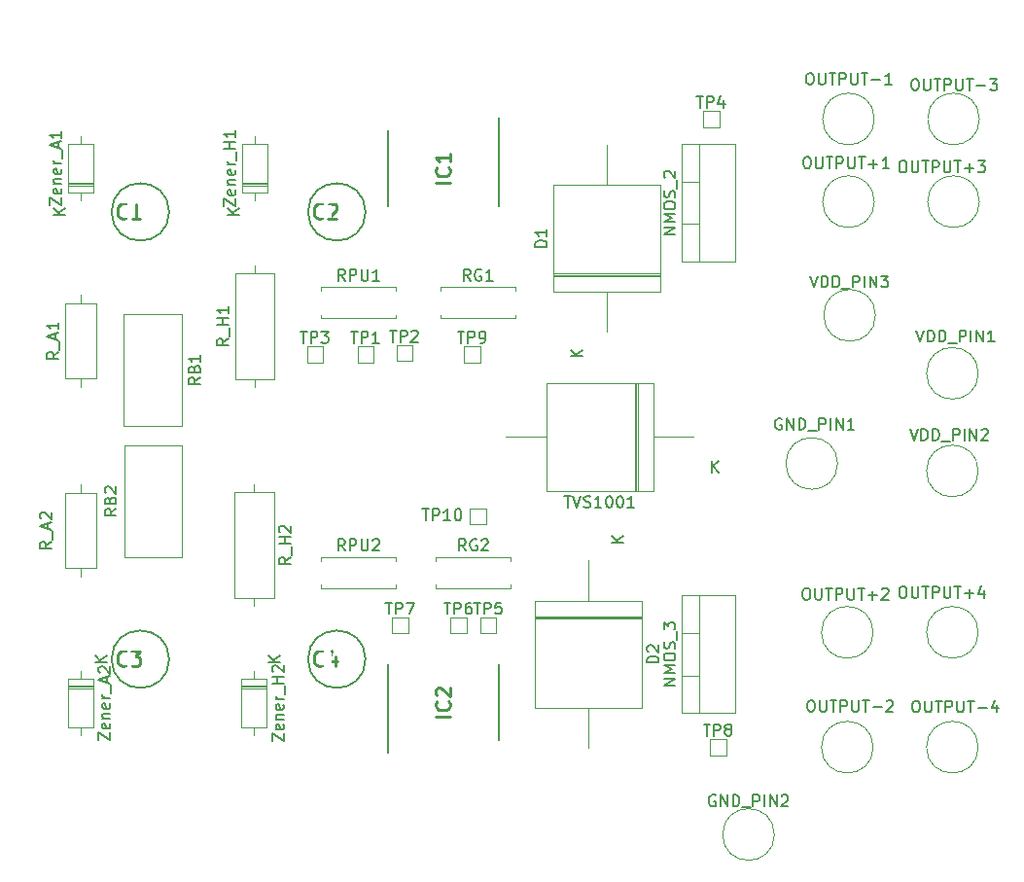
<source format=gto>
G04 #@! TF.GenerationSoftware,KiCad,Pcbnew,9.0.1*
G04 #@! TF.CreationDate,2025-06-25T22:10:30+03:00*
G04 #@! TF.ProjectId,pcb_no_div,7063625f-6e6f-45f6-9469-762e6b696361,rev?*
G04 #@! TF.SameCoordinates,Original*
G04 #@! TF.FileFunction,Legend,Top*
G04 #@! TF.FilePolarity,Positive*
%FSLAX46Y46*%
G04 Gerber Fmt 4.6, Leading zero omitted, Abs format (unit mm)*
G04 Created by KiCad (PCBNEW 9.0.1) date 2025-06-25 22:10:30*
%MOMM*%
%LPD*%
G01*
G04 APERTURE LIST*
%ADD10C,0.150000*%
%ADD11C,0.254000*%
%ADD12C,0.152400*%
%ADD13C,0.120000*%
%ADD14C,0.200000*%
G04 APERTURE END LIST*
D10*
X47404819Y-79306190D02*
X46928628Y-79639523D01*
X47404819Y-79877618D02*
X46404819Y-79877618D01*
X46404819Y-79877618D02*
X46404819Y-79496666D01*
X46404819Y-79496666D02*
X46452438Y-79401428D01*
X46452438Y-79401428D02*
X46500057Y-79353809D01*
X46500057Y-79353809D02*
X46595295Y-79306190D01*
X46595295Y-79306190D02*
X46738152Y-79306190D01*
X46738152Y-79306190D02*
X46833390Y-79353809D01*
X46833390Y-79353809D02*
X46881009Y-79401428D01*
X46881009Y-79401428D02*
X46928628Y-79496666D01*
X46928628Y-79496666D02*
X46928628Y-79877618D01*
X47500057Y-79115714D02*
X47500057Y-78353809D01*
X47119104Y-78163332D02*
X47119104Y-77687142D01*
X47404819Y-78258570D02*
X46404819Y-77925237D01*
X46404819Y-77925237D02*
X47404819Y-77591904D01*
X46500057Y-77306189D02*
X46452438Y-77258570D01*
X46452438Y-77258570D02*
X46404819Y-77163332D01*
X46404819Y-77163332D02*
X46404819Y-76925237D01*
X46404819Y-76925237D02*
X46452438Y-76829999D01*
X46452438Y-76829999D02*
X46500057Y-76782380D01*
X46500057Y-76782380D02*
X46595295Y-76734761D01*
X46595295Y-76734761D02*
X46690533Y-76734761D01*
X46690533Y-76734761D02*
X46833390Y-76782380D01*
X46833390Y-76782380D02*
X47404819Y-77353808D01*
X47404819Y-77353808D02*
X47404819Y-76734761D01*
X62434819Y-50123333D02*
X62434819Y-49456667D01*
X62434819Y-49456667D02*
X63434819Y-50123333D01*
X63434819Y-50123333D02*
X63434819Y-49456667D01*
X63387200Y-48694762D02*
X63434819Y-48790000D01*
X63434819Y-48790000D02*
X63434819Y-48980476D01*
X63434819Y-48980476D02*
X63387200Y-49075714D01*
X63387200Y-49075714D02*
X63291961Y-49123333D01*
X63291961Y-49123333D02*
X62911009Y-49123333D01*
X62911009Y-49123333D02*
X62815771Y-49075714D01*
X62815771Y-49075714D02*
X62768152Y-48980476D01*
X62768152Y-48980476D02*
X62768152Y-48790000D01*
X62768152Y-48790000D02*
X62815771Y-48694762D01*
X62815771Y-48694762D02*
X62911009Y-48647143D01*
X62911009Y-48647143D02*
X63006247Y-48647143D01*
X63006247Y-48647143D02*
X63101485Y-49123333D01*
X62768152Y-48218571D02*
X63434819Y-48218571D01*
X62863390Y-48218571D02*
X62815771Y-48170952D01*
X62815771Y-48170952D02*
X62768152Y-48075714D01*
X62768152Y-48075714D02*
X62768152Y-47932857D01*
X62768152Y-47932857D02*
X62815771Y-47837619D01*
X62815771Y-47837619D02*
X62911009Y-47790000D01*
X62911009Y-47790000D02*
X63434819Y-47790000D01*
X63387200Y-46932857D02*
X63434819Y-47028095D01*
X63434819Y-47028095D02*
X63434819Y-47218571D01*
X63434819Y-47218571D02*
X63387200Y-47313809D01*
X63387200Y-47313809D02*
X63291961Y-47361428D01*
X63291961Y-47361428D02*
X62911009Y-47361428D01*
X62911009Y-47361428D02*
X62815771Y-47313809D01*
X62815771Y-47313809D02*
X62768152Y-47218571D01*
X62768152Y-47218571D02*
X62768152Y-47028095D01*
X62768152Y-47028095D02*
X62815771Y-46932857D01*
X62815771Y-46932857D02*
X62911009Y-46885238D01*
X62911009Y-46885238D02*
X63006247Y-46885238D01*
X63006247Y-46885238D02*
X63101485Y-47361428D01*
X63434819Y-46456666D02*
X62768152Y-46456666D01*
X62958628Y-46456666D02*
X62863390Y-46409047D01*
X62863390Y-46409047D02*
X62815771Y-46361428D01*
X62815771Y-46361428D02*
X62768152Y-46266190D01*
X62768152Y-46266190D02*
X62768152Y-46170952D01*
X63530057Y-46075714D02*
X63530057Y-45313809D01*
X63434819Y-45075713D02*
X62434819Y-45075713D01*
X62911009Y-45075713D02*
X62911009Y-44504285D01*
X63434819Y-44504285D02*
X62434819Y-44504285D01*
X63434819Y-43504285D02*
X63434819Y-44075713D01*
X63434819Y-43789999D02*
X62434819Y-43789999D01*
X62434819Y-43789999D02*
X62577676Y-43885237D01*
X62577676Y-43885237D02*
X62672914Y-43980475D01*
X62672914Y-43980475D02*
X62720533Y-44075713D01*
X63754819Y-50861904D02*
X62754819Y-50861904D01*
X63754819Y-50290476D02*
X63183390Y-50719047D01*
X62754819Y-50290476D02*
X63326247Y-50861904D01*
X104188095Y-95206819D02*
X104759523Y-95206819D01*
X104473809Y-96206819D02*
X104473809Y-95206819D01*
X105092857Y-96206819D02*
X105092857Y-95206819D01*
X105092857Y-95206819D02*
X105473809Y-95206819D01*
X105473809Y-95206819D02*
X105569047Y-95254438D01*
X105569047Y-95254438D02*
X105616666Y-95302057D01*
X105616666Y-95302057D02*
X105664285Y-95397295D01*
X105664285Y-95397295D02*
X105664285Y-95540152D01*
X105664285Y-95540152D02*
X105616666Y-95635390D01*
X105616666Y-95635390D02*
X105569047Y-95683009D01*
X105569047Y-95683009D02*
X105473809Y-95730628D01*
X105473809Y-95730628D02*
X105092857Y-95730628D01*
X106235714Y-95635390D02*
X106140476Y-95587771D01*
X106140476Y-95587771D02*
X106092857Y-95540152D01*
X106092857Y-95540152D02*
X106045238Y-95444914D01*
X106045238Y-95444914D02*
X106045238Y-95397295D01*
X106045238Y-95397295D02*
X106092857Y-95302057D01*
X106092857Y-95302057D02*
X106140476Y-95254438D01*
X106140476Y-95254438D02*
X106235714Y-95206819D01*
X106235714Y-95206819D02*
X106426190Y-95206819D01*
X106426190Y-95206819D02*
X106521428Y-95254438D01*
X106521428Y-95254438D02*
X106569047Y-95302057D01*
X106569047Y-95302057D02*
X106616666Y-95397295D01*
X106616666Y-95397295D02*
X106616666Y-95444914D01*
X106616666Y-95444914D02*
X106569047Y-95540152D01*
X106569047Y-95540152D02*
X106521428Y-95587771D01*
X106521428Y-95587771D02*
X106426190Y-95635390D01*
X106426190Y-95635390D02*
X106235714Y-95635390D01*
X106235714Y-95635390D02*
X106140476Y-95683009D01*
X106140476Y-95683009D02*
X106092857Y-95730628D01*
X106092857Y-95730628D02*
X106045238Y-95825866D01*
X106045238Y-95825866D02*
X106045238Y-96016342D01*
X106045238Y-96016342D02*
X106092857Y-96111580D01*
X106092857Y-96111580D02*
X106140476Y-96159200D01*
X106140476Y-96159200D02*
X106235714Y-96206819D01*
X106235714Y-96206819D02*
X106426190Y-96206819D01*
X106426190Y-96206819D02*
X106521428Y-96159200D01*
X106521428Y-96159200D02*
X106569047Y-96111580D01*
X106569047Y-96111580D02*
X106616666Y-96016342D01*
X106616666Y-96016342D02*
X106616666Y-95825866D01*
X106616666Y-95825866D02*
X106569047Y-95730628D01*
X106569047Y-95730628D02*
X106521428Y-95683009D01*
X106521428Y-95683009D02*
X106426190Y-95635390D01*
X83883333Y-56584819D02*
X83550000Y-56108628D01*
X83311905Y-56584819D02*
X83311905Y-55584819D01*
X83311905Y-55584819D02*
X83692857Y-55584819D01*
X83692857Y-55584819D02*
X83788095Y-55632438D01*
X83788095Y-55632438D02*
X83835714Y-55680057D01*
X83835714Y-55680057D02*
X83883333Y-55775295D01*
X83883333Y-55775295D02*
X83883333Y-55918152D01*
X83883333Y-55918152D02*
X83835714Y-56013390D01*
X83835714Y-56013390D02*
X83788095Y-56061009D01*
X83788095Y-56061009D02*
X83692857Y-56108628D01*
X83692857Y-56108628D02*
X83311905Y-56108628D01*
X84835714Y-55632438D02*
X84740476Y-55584819D01*
X84740476Y-55584819D02*
X84597619Y-55584819D01*
X84597619Y-55584819D02*
X84454762Y-55632438D01*
X84454762Y-55632438D02*
X84359524Y-55727676D01*
X84359524Y-55727676D02*
X84311905Y-55822914D01*
X84311905Y-55822914D02*
X84264286Y-56013390D01*
X84264286Y-56013390D02*
X84264286Y-56156247D01*
X84264286Y-56156247D02*
X84311905Y-56346723D01*
X84311905Y-56346723D02*
X84359524Y-56441961D01*
X84359524Y-56441961D02*
X84454762Y-56537200D01*
X84454762Y-56537200D02*
X84597619Y-56584819D01*
X84597619Y-56584819D02*
X84692857Y-56584819D01*
X84692857Y-56584819D02*
X84835714Y-56537200D01*
X84835714Y-56537200D02*
X84883333Y-56489580D01*
X84883333Y-56489580D02*
X84883333Y-56156247D01*
X84883333Y-56156247D02*
X84692857Y-56156247D01*
X85835714Y-56584819D02*
X85264286Y-56584819D01*
X85550000Y-56584819D02*
X85550000Y-55584819D01*
X85550000Y-55584819D02*
X85454762Y-55727676D01*
X85454762Y-55727676D02*
X85359524Y-55822914D01*
X85359524Y-55822914D02*
X85264286Y-55870533D01*
D11*
X71038333Y-51053365D02*
X70977857Y-51113842D01*
X70977857Y-51113842D02*
X70796428Y-51174318D01*
X70796428Y-51174318D02*
X70675476Y-51174318D01*
X70675476Y-51174318D02*
X70494047Y-51113842D01*
X70494047Y-51113842D02*
X70373095Y-50992889D01*
X70373095Y-50992889D02*
X70312618Y-50871937D01*
X70312618Y-50871937D02*
X70252142Y-50630032D01*
X70252142Y-50630032D02*
X70252142Y-50448603D01*
X70252142Y-50448603D02*
X70312618Y-50206699D01*
X70312618Y-50206699D02*
X70373095Y-50085746D01*
X70373095Y-50085746D02*
X70494047Y-49964794D01*
X70494047Y-49964794D02*
X70675476Y-49904318D01*
X70675476Y-49904318D02*
X70796428Y-49904318D01*
X70796428Y-49904318D02*
X70977857Y-49964794D01*
X70977857Y-49964794D02*
X71038333Y-50025270D01*
X71522142Y-50025270D02*
X71582618Y-49964794D01*
X71582618Y-49964794D02*
X71703571Y-49904318D01*
X71703571Y-49904318D02*
X72005952Y-49904318D01*
X72005952Y-49904318D02*
X72126904Y-49964794D01*
X72126904Y-49964794D02*
X72187380Y-50025270D01*
X72187380Y-50025270D02*
X72247857Y-50146222D01*
X72247857Y-50146222D02*
X72247857Y-50267175D01*
X72247857Y-50267175D02*
X72187380Y-50448603D01*
X72187380Y-50448603D02*
X71461666Y-51174318D01*
X71461666Y-51174318D02*
X72247857Y-51174318D01*
D10*
X66624819Y-96683333D02*
X66624819Y-96016667D01*
X66624819Y-96016667D02*
X67624819Y-96683333D01*
X67624819Y-96683333D02*
X67624819Y-96016667D01*
X67577200Y-95254762D02*
X67624819Y-95350000D01*
X67624819Y-95350000D02*
X67624819Y-95540476D01*
X67624819Y-95540476D02*
X67577200Y-95635714D01*
X67577200Y-95635714D02*
X67481961Y-95683333D01*
X67481961Y-95683333D02*
X67101009Y-95683333D01*
X67101009Y-95683333D02*
X67005771Y-95635714D01*
X67005771Y-95635714D02*
X66958152Y-95540476D01*
X66958152Y-95540476D02*
X66958152Y-95350000D01*
X66958152Y-95350000D02*
X67005771Y-95254762D01*
X67005771Y-95254762D02*
X67101009Y-95207143D01*
X67101009Y-95207143D02*
X67196247Y-95207143D01*
X67196247Y-95207143D02*
X67291485Y-95683333D01*
X66958152Y-94778571D02*
X67624819Y-94778571D01*
X67053390Y-94778571D02*
X67005771Y-94730952D01*
X67005771Y-94730952D02*
X66958152Y-94635714D01*
X66958152Y-94635714D02*
X66958152Y-94492857D01*
X66958152Y-94492857D02*
X67005771Y-94397619D01*
X67005771Y-94397619D02*
X67101009Y-94350000D01*
X67101009Y-94350000D02*
X67624819Y-94350000D01*
X67577200Y-93492857D02*
X67624819Y-93588095D01*
X67624819Y-93588095D02*
X67624819Y-93778571D01*
X67624819Y-93778571D02*
X67577200Y-93873809D01*
X67577200Y-93873809D02*
X67481961Y-93921428D01*
X67481961Y-93921428D02*
X67101009Y-93921428D01*
X67101009Y-93921428D02*
X67005771Y-93873809D01*
X67005771Y-93873809D02*
X66958152Y-93778571D01*
X66958152Y-93778571D02*
X66958152Y-93588095D01*
X66958152Y-93588095D02*
X67005771Y-93492857D01*
X67005771Y-93492857D02*
X67101009Y-93445238D01*
X67101009Y-93445238D02*
X67196247Y-93445238D01*
X67196247Y-93445238D02*
X67291485Y-93921428D01*
X67624819Y-93016666D02*
X66958152Y-93016666D01*
X67148628Y-93016666D02*
X67053390Y-92969047D01*
X67053390Y-92969047D02*
X67005771Y-92921428D01*
X67005771Y-92921428D02*
X66958152Y-92826190D01*
X66958152Y-92826190D02*
X66958152Y-92730952D01*
X67720057Y-92635714D02*
X67720057Y-91873809D01*
X67624819Y-91635713D02*
X66624819Y-91635713D01*
X67101009Y-91635713D02*
X67101009Y-91064285D01*
X67624819Y-91064285D02*
X66624819Y-91064285D01*
X66720057Y-90635713D02*
X66672438Y-90588094D01*
X66672438Y-90588094D02*
X66624819Y-90492856D01*
X66624819Y-90492856D02*
X66624819Y-90254761D01*
X66624819Y-90254761D02*
X66672438Y-90159523D01*
X66672438Y-90159523D02*
X66720057Y-90111904D01*
X66720057Y-90111904D02*
X66815295Y-90064285D01*
X66815295Y-90064285D02*
X66910533Y-90064285D01*
X66910533Y-90064285D02*
X67053390Y-90111904D01*
X67053390Y-90111904D02*
X67624819Y-90683332D01*
X67624819Y-90683332D02*
X67624819Y-90064285D01*
X67304819Y-89801904D02*
X66304819Y-89801904D01*
X67304819Y-89230476D02*
X66733390Y-89659047D01*
X66304819Y-89230476D02*
X66876247Y-89801904D01*
X121450000Y-46154819D02*
X121640476Y-46154819D01*
X121640476Y-46154819D02*
X121735714Y-46202438D01*
X121735714Y-46202438D02*
X121830952Y-46297676D01*
X121830952Y-46297676D02*
X121878571Y-46488152D01*
X121878571Y-46488152D02*
X121878571Y-46821485D01*
X121878571Y-46821485D02*
X121830952Y-47011961D01*
X121830952Y-47011961D02*
X121735714Y-47107200D01*
X121735714Y-47107200D02*
X121640476Y-47154819D01*
X121640476Y-47154819D02*
X121450000Y-47154819D01*
X121450000Y-47154819D02*
X121354762Y-47107200D01*
X121354762Y-47107200D02*
X121259524Y-47011961D01*
X121259524Y-47011961D02*
X121211905Y-46821485D01*
X121211905Y-46821485D02*
X121211905Y-46488152D01*
X121211905Y-46488152D02*
X121259524Y-46297676D01*
X121259524Y-46297676D02*
X121354762Y-46202438D01*
X121354762Y-46202438D02*
X121450000Y-46154819D01*
X122307143Y-46154819D02*
X122307143Y-46964342D01*
X122307143Y-46964342D02*
X122354762Y-47059580D01*
X122354762Y-47059580D02*
X122402381Y-47107200D01*
X122402381Y-47107200D02*
X122497619Y-47154819D01*
X122497619Y-47154819D02*
X122688095Y-47154819D01*
X122688095Y-47154819D02*
X122783333Y-47107200D01*
X122783333Y-47107200D02*
X122830952Y-47059580D01*
X122830952Y-47059580D02*
X122878571Y-46964342D01*
X122878571Y-46964342D02*
X122878571Y-46154819D01*
X123211905Y-46154819D02*
X123783333Y-46154819D01*
X123497619Y-47154819D02*
X123497619Y-46154819D01*
X124116667Y-47154819D02*
X124116667Y-46154819D01*
X124116667Y-46154819D02*
X124497619Y-46154819D01*
X124497619Y-46154819D02*
X124592857Y-46202438D01*
X124592857Y-46202438D02*
X124640476Y-46250057D01*
X124640476Y-46250057D02*
X124688095Y-46345295D01*
X124688095Y-46345295D02*
X124688095Y-46488152D01*
X124688095Y-46488152D02*
X124640476Y-46583390D01*
X124640476Y-46583390D02*
X124592857Y-46631009D01*
X124592857Y-46631009D02*
X124497619Y-46678628D01*
X124497619Y-46678628D02*
X124116667Y-46678628D01*
X125116667Y-46154819D02*
X125116667Y-46964342D01*
X125116667Y-46964342D02*
X125164286Y-47059580D01*
X125164286Y-47059580D02*
X125211905Y-47107200D01*
X125211905Y-47107200D02*
X125307143Y-47154819D01*
X125307143Y-47154819D02*
X125497619Y-47154819D01*
X125497619Y-47154819D02*
X125592857Y-47107200D01*
X125592857Y-47107200D02*
X125640476Y-47059580D01*
X125640476Y-47059580D02*
X125688095Y-46964342D01*
X125688095Y-46964342D02*
X125688095Y-46154819D01*
X126021429Y-46154819D02*
X126592857Y-46154819D01*
X126307143Y-47154819D02*
X126307143Y-46154819D01*
X126926191Y-46773866D02*
X127688096Y-46773866D01*
X127307143Y-47154819D02*
X127307143Y-46392914D01*
X128069048Y-46154819D02*
X128688095Y-46154819D01*
X128688095Y-46154819D02*
X128354762Y-46535771D01*
X128354762Y-46535771D02*
X128497619Y-46535771D01*
X128497619Y-46535771D02*
X128592857Y-46583390D01*
X128592857Y-46583390D02*
X128640476Y-46631009D01*
X128640476Y-46631009D02*
X128688095Y-46726247D01*
X128688095Y-46726247D02*
X128688095Y-46964342D01*
X128688095Y-46964342D02*
X128640476Y-47059580D01*
X128640476Y-47059580D02*
X128592857Y-47107200D01*
X128592857Y-47107200D02*
X128497619Y-47154819D01*
X128497619Y-47154819D02*
X128211905Y-47154819D01*
X128211905Y-47154819D02*
X128116667Y-47107200D01*
X128116667Y-47107200D02*
X128069048Y-47059580D01*
X103588095Y-40506819D02*
X104159523Y-40506819D01*
X103873809Y-41506819D02*
X103873809Y-40506819D01*
X104492857Y-41506819D02*
X104492857Y-40506819D01*
X104492857Y-40506819D02*
X104873809Y-40506819D01*
X104873809Y-40506819D02*
X104969047Y-40554438D01*
X104969047Y-40554438D02*
X105016666Y-40602057D01*
X105016666Y-40602057D02*
X105064285Y-40697295D01*
X105064285Y-40697295D02*
X105064285Y-40840152D01*
X105064285Y-40840152D02*
X105016666Y-40935390D01*
X105016666Y-40935390D02*
X104969047Y-40983009D01*
X104969047Y-40983009D02*
X104873809Y-41030628D01*
X104873809Y-41030628D02*
X104492857Y-41030628D01*
X105921428Y-40840152D02*
X105921428Y-41506819D01*
X105683333Y-40459200D02*
X105445238Y-41173485D01*
X105445238Y-41173485D02*
X106064285Y-41173485D01*
X79711905Y-76456819D02*
X80283333Y-76456819D01*
X79997619Y-77456819D02*
X79997619Y-76456819D01*
X80616667Y-77456819D02*
X80616667Y-76456819D01*
X80616667Y-76456819D02*
X80997619Y-76456819D01*
X80997619Y-76456819D02*
X81092857Y-76504438D01*
X81092857Y-76504438D02*
X81140476Y-76552057D01*
X81140476Y-76552057D02*
X81188095Y-76647295D01*
X81188095Y-76647295D02*
X81188095Y-76790152D01*
X81188095Y-76790152D02*
X81140476Y-76885390D01*
X81140476Y-76885390D02*
X81092857Y-76933009D01*
X81092857Y-76933009D02*
X80997619Y-76980628D01*
X80997619Y-76980628D02*
X80616667Y-76980628D01*
X82140476Y-77456819D02*
X81569048Y-77456819D01*
X81854762Y-77456819D02*
X81854762Y-76456819D01*
X81854762Y-76456819D02*
X81759524Y-76599676D01*
X81759524Y-76599676D02*
X81664286Y-76694914D01*
X81664286Y-76694914D02*
X81569048Y-76742533D01*
X82759524Y-76456819D02*
X82854762Y-76456819D01*
X82854762Y-76456819D02*
X82950000Y-76504438D01*
X82950000Y-76504438D02*
X82997619Y-76552057D01*
X82997619Y-76552057D02*
X83045238Y-76647295D01*
X83045238Y-76647295D02*
X83092857Y-76837771D01*
X83092857Y-76837771D02*
X83092857Y-77075866D01*
X83092857Y-77075866D02*
X83045238Y-77266342D01*
X83045238Y-77266342D02*
X82997619Y-77361580D01*
X82997619Y-77361580D02*
X82950000Y-77409200D01*
X82950000Y-77409200D02*
X82854762Y-77456819D01*
X82854762Y-77456819D02*
X82759524Y-77456819D01*
X82759524Y-77456819D02*
X82664286Y-77409200D01*
X82664286Y-77409200D02*
X82616667Y-77361580D01*
X82616667Y-77361580D02*
X82569048Y-77266342D01*
X82569048Y-77266342D02*
X82521429Y-77075866D01*
X82521429Y-77075866D02*
X82521429Y-76837771D01*
X82521429Y-76837771D02*
X82569048Y-76647295D01*
X82569048Y-76647295D02*
X82616667Y-76552057D01*
X82616667Y-76552057D02*
X82664286Y-76504438D01*
X82664286Y-76504438D02*
X82759524Y-76456819D01*
X113450000Y-93104819D02*
X113640476Y-93104819D01*
X113640476Y-93104819D02*
X113735714Y-93152438D01*
X113735714Y-93152438D02*
X113830952Y-93247676D01*
X113830952Y-93247676D02*
X113878571Y-93438152D01*
X113878571Y-93438152D02*
X113878571Y-93771485D01*
X113878571Y-93771485D02*
X113830952Y-93961961D01*
X113830952Y-93961961D02*
X113735714Y-94057200D01*
X113735714Y-94057200D02*
X113640476Y-94104819D01*
X113640476Y-94104819D02*
X113450000Y-94104819D01*
X113450000Y-94104819D02*
X113354762Y-94057200D01*
X113354762Y-94057200D02*
X113259524Y-93961961D01*
X113259524Y-93961961D02*
X113211905Y-93771485D01*
X113211905Y-93771485D02*
X113211905Y-93438152D01*
X113211905Y-93438152D02*
X113259524Y-93247676D01*
X113259524Y-93247676D02*
X113354762Y-93152438D01*
X113354762Y-93152438D02*
X113450000Y-93104819D01*
X114307143Y-93104819D02*
X114307143Y-93914342D01*
X114307143Y-93914342D02*
X114354762Y-94009580D01*
X114354762Y-94009580D02*
X114402381Y-94057200D01*
X114402381Y-94057200D02*
X114497619Y-94104819D01*
X114497619Y-94104819D02*
X114688095Y-94104819D01*
X114688095Y-94104819D02*
X114783333Y-94057200D01*
X114783333Y-94057200D02*
X114830952Y-94009580D01*
X114830952Y-94009580D02*
X114878571Y-93914342D01*
X114878571Y-93914342D02*
X114878571Y-93104819D01*
X115211905Y-93104819D02*
X115783333Y-93104819D01*
X115497619Y-94104819D02*
X115497619Y-93104819D01*
X116116667Y-94104819D02*
X116116667Y-93104819D01*
X116116667Y-93104819D02*
X116497619Y-93104819D01*
X116497619Y-93104819D02*
X116592857Y-93152438D01*
X116592857Y-93152438D02*
X116640476Y-93200057D01*
X116640476Y-93200057D02*
X116688095Y-93295295D01*
X116688095Y-93295295D02*
X116688095Y-93438152D01*
X116688095Y-93438152D02*
X116640476Y-93533390D01*
X116640476Y-93533390D02*
X116592857Y-93581009D01*
X116592857Y-93581009D02*
X116497619Y-93628628D01*
X116497619Y-93628628D02*
X116116667Y-93628628D01*
X117116667Y-93104819D02*
X117116667Y-93914342D01*
X117116667Y-93914342D02*
X117164286Y-94009580D01*
X117164286Y-94009580D02*
X117211905Y-94057200D01*
X117211905Y-94057200D02*
X117307143Y-94104819D01*
X117307143Y-94104819D02*
X117497619Y-94104819D01*
X117497619Y-94104819D02*
X117592857Y-94057200D01*
X117592857Y-94057200D02*
X117640476Y-94009580D01*
X117640476Y-94009580D02*
X117688095Y-93914342D01*
X117688095Y-93914342D02*
X117688095Y-93104819D01*
X118021429Y-93104819D02*
X118592857Y-93104819D01*
X118307143Y-94104819D02*
X118307143Y-93104819D01*
X118926191Y-93723866D02*
X119688096Y-93723866D01*
X120116667Y-93200057D02*
X120164286Y-93152438D01*
X120164286Y-93152438D02*
X120259524Y-93104819D01*
X120259524Y-93104819D02*
X120497619Y-93104819D01*
X120497619Y-93104819D02*
X120592857Y-93152438D01*
X120592857Y-93152438D02*
X120640476Y-93200057D01*
X120640476Y-93200057D02*
X120688095Y-93295295D01*
X120688095Y-93295295D02*
X120688095Y-93390533D01*
X120688095Y-93390533D02*
X120640476Y-93533390D01*
X120640476Y-93533390D02*
X120069048Y-94104819D01*
X120069048Y-94104819D02*
X120688095Y-94104819D01*
D11*
X71038333Y-89993365D02*
X70977857Y-90053842D01*
X70977857Y-90053842D02*
X70796428Y-90114318D01*
X70796428Y-90114318D02*
X70675476Y-90114318D01*
X70675476Y-90114318D02*
X70494047Y-90053842D01*
X70494047Y-90053842D02*
X70373095Y-89932889D01*
X70373095Y-89932889D02*
X70312618Y-89811937D01*
X70312618Y-89811937D02*
X70252142Y-89570032D01*
X70252142Y-89570032D02*
X70252142Y-89388603D01*
X70252142Y-89388603D02*
X70312618Y-89146699D01*
X70312618Y-89146699D02*
X70373095Y-89025746D01*
X70373095Y-89025746D02*
X70494047Y-88904794D01*
X70494047Y-88904794D02*
X70675476Y-88844318D01*
X70675476Y-88844318D02*
X70796428Y-88844318D01*
X70796428Y-88844318D02*
X70977857Y-88904794D01*
X70977857Y-88904794D02*
X71038333Y-88965270D01*
X72126904Y-89267651D02*
X72126904Y-90114318D01*
X71824523Y-88783842D02*
X71522142Y-89690984D01*
X71522142Y-89690984D02*
X72308333Y-89690984D01*
D10*
X122697619Y-60904819D02*
X123030952Y-61904819D01*
X123030952Y-61904819D02*
X123364285Y-60904819D01*
X123697619Y-61904819D02*
X123697619Y-60904819D01*
X123697619Y-60904819D02*
X123935714Y-60904819D01*
X123935714Y-60904819D02*
X124078571Y-60952438D01*
X124078571Y-60952438D02*
X124173809Y-61047676D01*
X124173809Y-61047676D02*
X124221428Y-61142914D01*
X124221428Y-61142914D02*
X124269047Y-61333390D01*
X124269047Y-61333390D02*
X124269047Y-61476247D01*
X124269047Y-61476247D02*
X124221428Y-61666723D01*
X124221428Y-61666723D02*
X124173809Y-61761961D01*
X124173809Y-61761961D02*
X124078571Y-61857200D01*
X124078571Y-61857200D02*
X123935714Y-61904819D01*
X123935714Y-61904819D02*
X123697619Y-61904819D01*
X124697619Y-61904819D02*
X124697619Y-60904819D01*
X124697619Y-60904819D02*
X124935714Y-60904819D01*
X124935714Y-60904819D02*
X125078571Y-60952438D01*
X125078571Y-60952438D02*
X125173809Y-61047676D01*
X125173809Y-61047676D02*
X125221428Y-61142914D01*
X125221428Y-61142914D02*
X125269047Y-61333390D01*
X125269047Y-61333390D02*
X125269047Y-61476247D01*
X125269047Y-61476247D02*
X125221428Y-61666723D01*
X125221428Y-61666723D02*
X125173809Y-61761961D01*
X125173809Y-61761961D02*
X125078571Y-61857200D01*
X125078571Y-61857200D02*
X124935714Y-61904819D01*
X124935714Y-61904819D02*
X124697619Y-61904819D01*
X125459524Y-62000057D02*
X126221428Y-62000057D01*
X126459524Y-61904819D02*
X126459524Y-60904819D01*
X126459524Y-60904819D02*
X126840476Y-60904819D01*
X126840476Y-60904819D02*
X126935714Y-60952438D01*
X126935714Y-60952438D02*
X126983333Y-61000057D01*
X126983333Y-61000057D02*
X127030952Y-61095295D01*
X127030952Y-61095295D02*
X127030952Y-61238152D01*
X127030952Y-61238152D02*
X126983333Y-61333390D01*
X126983333Y-61333390D02*
X126935714Y-61381009D01*
X126935714Y-61381009D02*
X126840476Y-61428628D01*
X126840476Y-61428628D02*
X126459524Y-61428628D01*
X127459524Y-61904819D02*
X127459524Y-60904819D01*
X127935714Y-61904819D02*
X127935714Y-60904819D01*
X127935714Y-60904819D02*
X128507142Y-61904819D01*
X128507142Y-61904819D02*
X128507142Y-60904819D01*
X129507142Y-61904819D02*
X128935714Y-61904819D01*
X129221428Y-61904819D02*
X129221428Y-60904819D01*
X129221428Y-60904819D02*
X129126190Y-61047676D01*
X129126190Y-61047676D02*
X129030952Y-61142914D01*
X129030952Y-61142914D02*
X128935714Y-61190533D01*
X73488095Y-61006819D02*
X74059523Y-61006819D01*
X73773809Y-62006819D02*
X73773809Y-61006819D01*
X74392857Y-62006819D02*
X74392857Y-61006819D01*
X74392857Y-61006819D02*
X74773809Y-61006819D01*
X74773809Y-61006819D02*
X74869047Y-61054438D01*
X74869047Y-61054438D02*
X74916666Y-61102057D01*
X74916666Y-61102057D02*
X74964285Y-61197295D01*
X74964285Y-61197295D02*
X74964285Y-61340152D01*
X74964285Y-61340152D02*
X74916666Y-61435390D01*
X74916666Y-61435390D02*
X74869047Y-61483009D01*
X74869047Y-61483009D02*
X74773809Y-61530628D01*
X74773809Y-61530628D02*
X74392857Y-61530628D01*
X75916666Y-62006819D02*
X75345238Y-62006819D01*
X75630952Y-62006819D02*
X75630952Y-61006819D01*
X75630952Y-61006819D02*
X75535714Y-61149676D01*
X75535714Y-61149676D02*
X75440476Y-61244914D01*
X75440476Y-61244914D02*
X75345238Y-61292533D01*
X68224819Y-80671428D02*
X67748628Y-81004761D01*
X68224819Y-81242856D02*
X67224819Y-81242856D01*
X67224819Y-81242856D02*
X67224819Y-80861904D01*
X67224819Y-80861904D02*
X67272438Y-80766666D01*
X67272438Y-80766666D02*
X67320057Y-80719047D01*
X67320057Y-80719047D02*
X67415295Y-80671428D01*
X67415295Y-80671428D02*
X67558152Y-80671428D01*
X67558152Y-80671428D02*
X67653390Y-80719047D01*
X67653390Y-80719047D02*
X67701009Y-80766666D01*
X67701009Y-80766666D02*
X67748628Y-80861904D01*
X67748628Y-80861904D02*
X67748628Y-81242856D01*
X68320057Y-80480952D02*
X68320057Y-79719047D01*
X68224819Y-79480951D02*
X67224819Y-79480951D01*
X67701009Y-79480951D02*
X67701009Y-78909523D01*
X68224819Y-78909523D02*
X67224819Y-78909523D01*
X67320057Y-78480951D02*
X67272438Y-78433332D01*
X67272438Y-78433332D02*
X67224819Y-78338094D01*
X67224819Y-78338094D02*
X67224819Y-78099999D01*
X67224819Y-78099999D02*
X67272438Y-78004761D01*
X67272438Y-78004761D02*
X67320057Y-77957142D01*
X67320057Y-77957142D02*
X67415295Y-77909523D01*
X67415295Y-77909523D02*
X67510533Y-77909523D01*
X67510533Y-77909523D02*
X67653390Y-77957142D01*
X67653390Y-77957142D02*
X68224819Y-78528570D01*
X68224819Y-78528570D02*
X68224819Y-77909523D01*
X113350000Y-38504819D02*
X113540476Y-38504819D01*
X113540476Y-38504819D02*
X113635714Y-38552438D01*
X113635714Y-38552438D02*
X113730952Y-38647676D01*
X113730952Y-38647676D02*
X113778571Y-38838152D01*
X113778571Y-38838152D02*
X113778571Y-39171485D01*
X113778571Y-39171485D02*
X113730952Y-39361961D01*
X113730952Y-39361961D02*
X113635714Y-39457200D01*
X113635714Y-39457200D02*
X113540476Y-39504819D01*
X113540476Y-39504819D02*
X113350000Y-39504819D01*
X113350000Y-39504819D02*
X113254762Y-39457200D01*
X113254762Y-39457200D02*
X113159524Y-39361961D01*
X113159524Y-39361961D02*
X113111905Y-39171485D01*
X113111905Y-39171485D02*
X113111905Y-38838152D01*
X113111905Y-38838152D02*
X113159524Y-38647676D01*
X113159524Y-38647676D02*
X113254762Y-38552438D01*
X113254762Y-38552438D02*
X113350000Y-38504819D01*
X114207143Y-38504819D02*
X114207143Y-39314342D01*
X114207143Y-39314342D02*
X114254762Y-39409580D01*
X114254762Y-39409580D02*
X114302381Y-39457200D01*
X114302381Y-39457200D02*
X114397619Y-39504819D01*
X114397619Y-39504819D02*
X114588095Y-39504819D01*
X114588095Y-39504819D02*
X114683333Y-39457200D01*
X114683333Y-39457200D02*
X114730952Y-39409580D01*
X114730952Y-39409580D02*
X114778571Y-39314342D01*
X114778571Y-39314342D02*
X114778571Y-38504819D01*
X115111905Y-38504819D02*
X115683333Y-38504819D01*
X115397619Y-39504819D02*
X115397619Y-38504819D01*
X116016667Y-39504819D02*
X116016667Y-38504819D01*
X116016667Y-38504819D02*
X116397619Y-38504819D01*
X116397619Y-38504819D02*
X116492857Y-38552438D01*
X116492857Y-38552438D02*
X116540476Y-38600057D01*
X116540476Y-38600057D02*
X116588095Y-38695295D01*
X116588095Y-38695295D02*
X116588095Y-38838152D01*
X116588095Y-38838152D02*
X116540476Y-38933390D01*
X116540476Y-38933390D02*
X116492857Y-38981009D01*
X116492857Y-38981009D02*
X116397619Y-39028628D01*
X116397619Y-39028628D02*
X116016667Y-39028628D01*
X117016667Y-38504819D02*
X117016667Y-39314342D01*
X117016667Y-39314342D02*
X117064286Y-39409580D01*
X117064286Y-39409580D02*
X117111905Y-39457200D01*
X117111905Y-39457200D02*
X117207143Y-39504819D01*
X117207143Y-39504819D02*
X117397619Y-39504819D01*
X117397619Y-39504819D02*
X117492857Y-39457200D01*
X117492857Y-39457200D02*
X117540476Y-39409580D01*
X117540476Y-39409580D02*
X117588095Y-39314342D01*
X117588095Y-39314342D02*
X117588095Y-38504819D01*
X117921429Y-38504819D02*
X118492857Y-38504819D01*
X118207143Y-39504819D02*
X118207143Y-38504819D01*
X118826191Y-39123866D02*
X119588096Y-39123866D01*
X120588095Y-39504819D02*
X120016667Y-39504819D01*
X120302381Y-39504819D02*
X120302381Y-38504819D01*
X120302381Y-38504819D02*
X120207143Y-38647676D01*
X120207143Y-38647676D02*
X120111905Y-38742914D01*
X120111905Y-38742914D02*
X120016667Y-38790533D01*
X113447619Y-56156819D02*
X113780952Y-57156819D01*
X113780952Y-57156819D02*
X114114285Y-56156819D01*
X114447619Y-57156819D02*
X114447619Y-56156819D01*
X114447619Y-56156819D02*
X114685714Y-56156819D01*
X114685714Y-56156819D02*
X114828571Y-56204438D01*
X114828571Y-56204438D02*
X114923809Y-56299676D01*
X114923809Y-56299676D02*
X114971428Y-56394914D01*
X114971428Y-56394914D02*
X115019047Y-56585390D01*
X115019047Y-56585390D02*
X115019047Y-56728247D01*
X115019047Y-56728247D02*
X114971428Y-56918723D01*
X114971428Y-56918723D02*
X114923809Y-57013961D01*
X114923809Y-57013961D02*
X114828571Y-57109200D01*
X114828571Y-57109200D02*
X114685714Y-57156819D01*
X114685714Y-57156819D02*
X114447619Y-57156819D01*
X115447619Y-57156819D02*
X115447619Y-56156819D01*
X115447619Y-56156819D02*
X115685714Y-56156819D01*
X115685714Y-56156819D02*
X115828571Y-56204438D01*
X115828571Y-56204438D02*
X115923809Y-56299676D01*
X115923809Y-56299676D02*
X115971428Y-56394914D01*
X115971428Y-56394914D02*
X116019047Y-56585390D01*
X116019047Y-56585390D02*
X116019047Y-56728247D01*
X116019047Y-56728247D02*
X115971428Y-56918723D01*
X115971428Y-56918723D02*
X115923809Y-57013961D01*
X115923809Y-57013961D02*
X115828571Y-57109200D01*
X115828571Y-57109200D02*
X115685714Y-57156819D01*
X115685714Y-57156819D02*
X115447619Y-57156819D01*
X116209524Y-57252057D02*
X116971428Y-57252057D01*
X117209524Y-57156819D02*
X117209524Y-56156819D01*
X117209524Y-56156819D02*
X117590476Y-56156819D01*
X117590476Y-56156819D02*
X117685714Y-56204438D01*
X117685714Y-56204438D02*
X117733333Y-56252057D01*
X117733333Y-56252057D02*
X117780952Y-56347295D01*
X117780952Y-56347295D02*
X117780952Y-56490152D01*
X117780952Y-56490152D02*
X117733333Y-56585390D01*
X117733333Y-56585390D02*
X117685714Y-56633009D01*
X117685714Y-56633009D02*
X117590476Y-56680628D01*
X117590476Y-56680628D02*
X117209524Y-56680628D01*
X118209524Y-57156819D02*
X118209524Y-56156819D01*
X118685714Y-57156819D02*
X118685714Y-56156819D01*
X118685714Y-56156819D02*
X119257142Y-57156819D01*
X119257142Y-57156819D02*
X119257142Y-56156819D01*
X119638095Y-56156819D02*
X120257142Y-56156819D01*
X120257142Y-56156819D02*
X119923809Y-56537771D01*
X119923809Y-56537771D02*
X120066666Y-56537771D01*
X120066666Y-56537771D02*
X120161904Y-56585390D01*
X120161904Y-56585390D02*
X120209523Y-56633009D01*
X120209523Y-56633009D02*
X120257142Y-56728247D01*
X120257142Y-56728247D02*
X120257142Y-56966342D01*
X120257142Y-56966342D02*
X120209523Y-57061580D01*
X120209523Y-57061580D02*
X120161904Y-57109200D01*
X120161904Y-57109200D02*
X120066666Y-57156819D01*
X120066666Y-57156819D02*
X119780952Y-57156819D01*
X119780952Y-57156819D02*
X119685714Y-57109200D01*
X119685714Y-57109200D02*
X119638095Y-57061580D01*
X110969047Y-68602438D02*
X110873809Y-68554819D01*
X110873809Y-68554819D02*
X110730952Y-68554819D01*
X110730952Y-68554819D02*
X110588095Y-68602438D01*
X110588095Y-68602438D02*
X110492857Y-68697676D01*
X110492857Y-68697676D02*
X110445238Y-68792914D01*
X110445238Y-68792914D02*
X110397619Y-68983390D01*
X110397619Y-68983390D02*
X110397619Y-69126247D01*
X110397619Y-69126247D02*
X110445238Y-69316723D01*
X110445238Y-69316723D02*
X110492857Y-69411961D01*
X110492857Y-69411961D02*
X110588095Y-69507200D01*
X110588095Y-69507200D02*
X110730952Y-69554819D01*
X110730952Y-69554819D02*
X110826190Y-69554819D01*
X110826190Y-69554819D02*
X110969047Y-69507200D01*
X110969047Y-69507200D02*
X111016666Y-69459580D01*
X111016666Y-69459580D02*
X111016666Y-69126247D01*
X111016666Y-69126247D02*
X110826190Y-69126247D01*
X111445238Y-69554819D02*
X111445238Y-68554819D01*
X111445238Y-68554819D02*
X112016666Y-69554819D01*
X112016666Y-69554819D02*
X112016666Y-68554819D01*
X112492857Y-69554819D02*
X112492857Y-68554819D01*
X112492857Y-68554819D02*
X112730952Y-68554819D01*
X112730952Y-68554819D02*
X112873809Y-68602438D01*
X112873809Y-68602438D02*
X112969047Y-68697676D01*
X112969047Y-68697676D02*
X113016666Y-68792914D01*
X113016666Y-68792914D02*
X113064285Y-68983390D01*
X113064285Y-68983390D02*
X113064285Y-69126247D01*
X113064285Y-69126247D02*
X113016666Y-69316723D01*
X113016666Y-69316723D02*
X112969047Y-69411961D01*
X112969047Y-69411961D02*
X112873809Y-69507200D01*
X112873809Y-69507200D02*
X112730952Y-69554819D01*
X112730952Y-69554819D02*
X112492857Y-69554819D01*
X113254762Y-69650057D02*
X114016666Y-69650057D01*
X114254762Y-69554819D02*
X114254762Y-68554819D01*
X114254762Y-68554819D02*
X114635714Y-68554819D01*
X114635714Y-68554819D02*
X114730952Y-68602438D01*
X114730952Y-68602438D02*
X114778571Y-68650057D01*
X114778571Y-68650057D02*
X114826190Y-68745295D01*
X114826190Y-68745295D02*
X114826190Y-68888152D01*
X114826190Y-68888152D02*
X114778571Y-68983390D01*
X114778571Y-68983390D02*
X114730952Y-69031009D01*
X114730952Y-69031009D02*
X114635714Y-69078628D01*
X114635714Y-69078628D02*
X114254762Y-69078628D01*
X115254762Y-69554819D02*
X115254762Y-68554819D01*
X115730952Y-69554819D02*
X115730952Y-68554819D01*
X115730952Y-68554819D02*
X116302380Y-69554819D01*
X116302380Y-69554819D02*
X116302380Y-68554819D01*
X117302380Y-69554819D02*
X116730952Y-69554819D01*
X117016666Y-69554819D02*
X117016666Y-68554819D01*
X117016666Y-68554819D02*
X116921428Y-68697676D01*
X116921428Y-68697676D02*
X116826190Y-68792914D01*
X116826190Y-68792914D02*
X116730952Y-68840533D01*
D11*
X53938333Y-89993365D02*
X53877857Y-90053842D01*
X53877857Y-90053842D02*
X53696428Y-90114318D01*
X53696428Y-90114318D02*
X53575476Y-90114318D01*
X53575476Y-90114318D02*
X53394047Y-90053842D01*
X53394047Y-90053842D02*
X53273095Y-89932889D01*
X53273095Y-89932889D02*
X53212618Y-89811937D01*
X53212618Y-89811937D02*
X53152142Y-89570032D01*
X53152142Y-89570032D02*
X53152142Y-89388603D01*
X53152142Y-89388603D02*
X53212618Y-89146699D01*
X53212618Y-89146699D02*
X53273095Y-89025746D01*
X53273095Y-89025746D02*
X53394047Y-88904794D01*
X53394047Y-88904794D02*
X53575476Y-88844318D01*
X53575476Y-88844318D02*
X53696428Y-88844318D01*
X53696428Y-88844318D02*
X53877857Y-88904794D01*
X53877857Y-88904794D02*
X53938333Y-88965270D01*
X54361666Y-88844318D02*
X55147857Y-88844318D01*
X55147857Y-88844318D02*
X54724523Y-89328127D01*
X54724523Y-89328127D02*
X54905952Y-89328127D01*
X54905952Y-89328127D02*
X55026904Y-89388603D01*
X55026904Y-89388603D02*
X55087380Y-89449080D01*
X55087380Y-89449080D02*
X55147857Y-89570032D01*
X55147857Y-89570032D02*
X55147857Y-89872413D01*
X55147857Y-89872413D02*
X55087380Y-89993365D01*
X55087380Y-89993365D02*
X55026904Y-90053842D01*
X55026904Y-90053842D02*
X54905952Y-90114318D01*
X54905952Y-90114318D02*
X54543095Y-90114318D01*
X54543095Y-90114318D02*
X54422142Y-90053842D01*
X54422142Y-90053842D02*
X54361666Y-89993365D01*
D10*
X84188095Y-84606819D02*
X84759523Y-84606819D01*
X84473809Y-85606819D02*
X84473809Y-84606819D01*
X85092857Y-85606819D02*
X85092857Y-84606819D01*
X85092857Y-84606819D02*
X85473809Y-84606819D01*
X85473809Y-84606819D02*
X85569047Y-84654438D01*
X85569047Y-84654438D02*
X85616666Y-84702057D01*
X85616666Y-84702057D02*
X85664285Y-84797295D01*
X85664285Y-84797295D02*
X85664285Y-84940152D01*
X85664285Y-84940152D02*
X85616666Y-85035390D01*
X85616666Y-85035390D02*
X85569047Y-85083009D01*
X85569047Y-85083009D02*
X85473809Y-85130628D01*
X85473809Y-85130628D02*
X85092857Y-85130628D01*
X86569047Y-84606819D02*
X86092857Y-84606819D01*
X86092857Y-84606819D02*
X86045238Y-85083009D01*
X86045238Y-85083009D02*
X86092857Y-85035390D01*
X86092857Y-85035390D02*
X86188095Y-84987771D01*
X86188095Y-84987771D02*
X86426190Y-84987771D01*
X86426190Y-84987771D02*
X86521428Y-85035390D01*
X86521428Y-85035390D02*
X86569047Y-85083009D01*
X86569047Y-85083009D02*
X86616666Y-85178247D01*
X86616666Y-85178247D02*
X86616666Y-85416342D01*
X86616666Y-85416342D02*
X86569047Y-85511580D01*
X86569047Y-85511580D02*
X86521428Y-85559200D01*
X86521428Y-85559200D02*
X86426190Y-85606819D01*
X86426190Y-85606819D02*
X86188095Y-85606819D01*
X86188095Y-85606819D02*
X86092857Y-85559200D01*
X86092857Y-85559200D02*
X86045238Y-85511580D01*
X76888095Y-60906819D02*
X77459523Y-60906819D01*
X77173809Y-61906819D02*
X77173809Y-60906819D01*
X77792857Y-61906819D02*
X77792857Y-60906819D01*
X77792857Y-60906819D02*
X78173809Y-60906819D01*
X78173809Y-60906819D02*
X78269047Y-60954438D01*
X78269047Y-60954438D02*
X78316666Y-61002057D01*
X78316666Y-61002057D02*
X78364285Y-61097295D01*
X78364285Y-61097295D02*
X78364285Y-61240152D01*
X78364285Y-61240152D02*
X78316666Y-61335390D01*
X78316666Y-61335390D02*
X78269047Y-61383009D01*
X78269047Y-61383009D02*
X78173809Y-61430628D01*
X78173809Y-61430628D02*
X77792857Y-61430628D01*
X78745238Y-61002057D02*
X78792857Y-60954438D01*
X78792857Y-60954438D02*
X78888095Y-60906819D01*
X78888095Y-60906819D02*
X79126190Y-60906819D01*
X79126190Y-60906819D02*
X79221428Y-60954438D01*
X79221428Y-60954438D02*
X79269047Y-61002057D01*
X79269047Y-61002057D02*
X79316666Y-61097295D01*
X79316666Y-61097295D02*
X79316666Y-61192533D01*
X79316666Y-61192533D02*
X79269047Y-61335390D01*
X79269047Y-61335390D02*
X78697619Y-61906819D01*
X78697619Y-61906819D02*
X79316666Y-61906819D01*
X101724819Y-52514285D02*
X100724819Y-52514285D01*
X100724819Y-52514285D02*
X101724819Y-51942857D01*
X101724819Y-51942857D02*
X100724819Y-51942857D01*
X101724819Y-51466666D02*
X100724819Y-51466666D01*
X100724819Y-51466666D02*
X101439104Y-51133333D01*
X101439104Y-51133333D02*
X100724819Y-50800000D01*
X100724819Y-50800000D02*
X101724819Y-50800000D01*
X100724819Y-50133333D02*
X100724819Y-49942857D01*
X100724819Y-49942857D02*
X100772438Y-49847619D01*
X100772438Y-49847619D02*
X100867676Y-49752381D01*
X100867676Y-49752381D02*
X101058152Y-49704762D01*
X101058152Y-49704762D02*
X101391485Y-49704762D01*
X101391485Y-49704762D02*
X101581961Y-49752381D01*
X101581961Y-49752381D02*
X101677200Y-49847619D01*
X101677200Y-49847619D02*
X101724819Y-49942857D01*
X101724819Y-49942857D02*
X101724819Y-50133333D01*
X101724819Y-50133333D02*
X101677200Y-50228571D01*
X101677200Y-50228571D02*
X101581961Y-50323809D01*
X101581961Y-50323809D02*
X101391485Y-50371428D01*
X101391485Y-50371428D02*
X101058152Y-50371428D01*
X101058152Y-50371428D02*
X100867676Y-50323809D01*
X100867676Y-50323809D02*
X100772438Y-50228571D01*
X100772438Y-50228571D02*
X100724819Y-50133333D01*
X101677200Y-49323809D02*
X101724819Y-49180952D01*
X101724819Y-49180952D02*
X101724819Y-48942857D01*
X101724819Y-48942857D02*
X101677200Y-48847619D01*
X101677200Y-48847619D02*
X101629580Y-48800000D01*
X101629580Y-48800000D02*
X101534342Y-48752381D01*
X101534342Y-48752381D02*
X101439104Y-48752381D01*
X101439104Y-48752381D02*
X101343866Y-48800000D01*
X101343866Y-48800000D02*
X101296247Y-48847619D01*
X101296247Y-48847619D02*
X101248628Y-48942857D01*
X101248628Y-48942857D02*
X101201009Y-49133333D01*
X101201009Y-49133333D02*
X101153390Y-49228571D01*
X101153390Y-49228571D02*
X101105771Y-49276190D01*
X101105771Y-49276190D02*
X101010533Y-49323809D01*
X101010533Y-49323809D02*
X100915295Y-49323809D01*
X100915295Y-49323809D02*
X100820057Y-49276190D01*
X100820057Y-49276190D02*
X100772438Y-49228571D01*
X100772438Y-49228571D02*
X100724819Y-49133333D01*
X100724819Y-49133333D02*
X100724819Y-48895238D01*
X100724819Y-48895238D02*
X100772438Y-48752381D01*
X101820057Y-48561905D02*
X101820057Y-47800000D01*
X100820057Y-47609523D02*
X100772438Y-47561904D01*
X100772438Y-47561904D02*
X100724819Y-47466666D01*
X100724819Y-47466666D02*
X100724819Y-47228571D01*
X100724819Y-47228571D02*
X100772438Y-47133333D01*
X100772438Y-47133333D02*
X100820057Y-47085714D01*
X100820057Y-47085714D02*
X100915295Y-47038095D01*
X100915295Y-47038095D02*
X101010533Y-47038095D01*
X101010533Y-47038095D02*
X101153390Y-47085714D01*
X101153390Y-47085714D02*
X101724819Y-47657142D01*
X101724819Y-47657142D02*
X101724819Y-47038095D01*
X122600000Y-93154819D02*
X122790476Y-93154819D01*
X122790476Y-93154819D02*
X122885714Y-93202438D01*
X122885714Y-93202438D02*
X122980952Y-93297676D01*
X122980952Y-93297676D02*
X123028571Y-93488152D01*
X123028571Y-93488152D02*
X123028571Y-93821485D01*
X123028571Y-93821485D02*
X122980952Y-94011961D01*
X122980952Y-94011961D02*
X122885714Y-94107200D01*
X122885714Y-94107200D02*
X122790476Y-94154819D01*
X122790476Y-94154819D02*
X122600000Y-94154819D01*
X122600000Y-94154819D02*
X122504762Y-94107200D01*
X122504762Y-94107200D02*
X122409524Y-94011961D01*
X122409524Y-94011961D02*
X122361905Y-93821485D01*
X122361905Y-93821485D02*
X122361905Y-93488152D01*
X122361905Y-93488152D02*
X122409524Y-93297676D01*
X122409524Y-93297676D02*
X122504762Y-93202438D01*
X122504762Y-93202438D02*
X122600000Y-93154819D01*
X123457143Y-93154819D02*
X123457143Y-93964342D01*
X123457143Y-93964342D02*
X123504762Y-94059580D01*
X123504762Y-94059580D02*
X123552381Y-94107200D01*
X123552381Y-94107200D02*
X123647619Y-94154819D01*
X123647619Y-94154819D02*
X123838095Y-94154819D01*
X123838095Y-94154819D02*
X123933333Y-94107200D01*
X123933333Y-94107200D02*
X123980952Y-94059580D01*
X123980952Y-94059580D02*
X124028571Y-93964342D01*
X124028571Y-93964342D02*
X124028571Y-93154819D01*
X124361905Y-93154819D02*
X124933333Y-93154819D01*
X124647619Y-94154819D02*
X124647619Y-93154819D01*
X125266667Y-94154819D02*
X125266667Y-93154819D01*
X125266667Y-93154819D02*
X125647619Y-93154819D01*
X125647619Y-93154819D02*
X125742857Y-93202438D01*
X125742857Y-93202438D02*
X125790476Y-93250057D01*
X125790476Y-93250057D02*
X125838095Y-93345295D01*
X125838095Y-93345295D02*
X125838095Y-93488152D01*
X125838095Y-93488152D02*
X125790476Y-93583390D01*
X125790476Y-93583390D02*
X125742857Y-93631009D01*
X125742857Y-93631009D02*
X125647619Y-93678628D01*
X125647619Y-93678628D02*
X125266667Y-93678628D01*
X126266667Y-93154819D02*
X126266667Y-93964342D01*
X126266667Y-93964342D02*
X126314286Y-94059580D01*
X126314286Y-94059580D02*
X126361905Y-94107200D01*
X126361905Y-94107200D02*
X126457143Y-94154819D01*
X126457143Y-94154819D02*
X126647619Y-94154819D01*
X126647619Y-94154819D02*
X126742857Y-94107200D01*
X126742857Y-94107200D02*
X126790476Y-94059580D01*
X126790476Y-94059580D02*
X126838095Y-93964342D01*
X126838095Y-93964342D02*
X126838095Y-93154819D01*
X127171429Y-93154819D02*
X127742857Y-93154819D01*
X127457143Y-94154819D02*
X127457143Y-93154819D01*
X128076191Y-93773866D02*
X128838096Y-93773866D01*
X129742857Y-93488152D02*
X129742857Y-94154819D01*
X129504762Y-93107200D02*
X129266667Y-93821485D01*
X129266667Y-93821485D02*
X129885714Y-93821485D01*
X72959523Y-56584819D02*
X72626190Y-56108628D01*
X72388095Y-56584819D02*
X72388095Y-55584819D01*
X72388095Y-55584819D02*
X72769047Y-55584819D01*
X72769047Y-55584819D02*
X72864285Y-55632438D01*
X72864285Y-55632438D02*
X72911904Y-55680057D01*
X72911904Y-55680057D02*
X72959523Y-55775295D01*
X72959523Y-55775295D02*
X72959523Y-55918152D01*
X72959523Y-55918152D02*
X72911904Y-56013390D01*
X72911904Y-56013390D02*
X72864285Y-56061009D01*
X72864285Y-56061009D02*
X72769047Y-56108628D01*
X72769047Y-56108628D02*
X72388095Y-56108628D01*
X73388095Y-56584819D02*
X73388095Y-55584819D01*
X73388095Y-55584819D02*
X73769047Y-55584819D01*
X73769047Y-55584819D02*
X73864285Y-55632438D01*
X73864285Y-55632438D02*
X73911904Y-55680057D01*
X73911904Y-55680057D02*
X73959523Y-55775295D01*
X73959523Y-55775295D02*
X73959523Y-55918152D01*
X73959523Y-55918152D02*
X73911904Y-56013390D01*
X73911904Y-56013390D02*
X73864285Y-56061009D01*
X73864285Y-56061009D02*
X73769047Y-56108628D01*
X73769047Y-56108628D02*
X73388095Y-56108628D01*
X74388095Y-55584819D02*
X74388095Y-56394342D01*
X74388095Y-56394342D02*
X74435714Y-56489580D01*
X74435714Y-56489580D02*
X74483333Y-56537200D01*
X74483333Y-56537200D02*
X74578571Y-56584819D01*
X74578571Y-56584819D02*
X74769047Y-56584819D01*
X74769047Y-56584819D02*
X74864285Y-56537200D01*
X74864285Y-56537200D02*
X74911904Y-56489580D01*
X74911904Y-56489580D02*
X74959523Y-56394342D01*
X74959523Y-56394342D02*
X74959523Y-55584819D01*
X75959523Y-56584819D02*
X75388095Y-56584819D01*
X75673809Y-56584819D02*
X75673809Y-55584819D01*
X75673809Y-55584819D02*
X75578571Y-55727676D01*
X75578571Y-55727676D02*
X75483333Y-55822914D01*
X75483333Y-55822914D02*
X75388095Y-55870533D01*
X82788095Y-61006819D02*
X83359523Y-61006819D01*
X83073809Y-62006819D02*
X83073809Y-61006819D01*
X83692857Y-62006819D02*
X83692857Y-61006819D01*
X83692857Y-61006819D02*
X84073809Y-61006819D01*
X84073809Y-61006819D02*
X84169047Y-61054438D01*
X84169047Y-61054438D02*
X84216666Y-61102057D01*
X84216666Y-61102057D02*
X84264285Y-61197295D01*
X84264285Y-61197295D02*
X84264285Y-61340152D01*
X84264285Y-61340152D02*
X84216666Y-61435390D01*
X84216666Y-61435390D02*
X84169047Y-61483009D01*
X84169047Y-61483009D02*
X84073809Y-61530628D01*
X84073809Y-61530628D02*
X83692857Y-61530628D01*
X84740476Y-62006819D02*
X84930952Y-62006819D01*
X84930952Y-62006819D02*
X85026190Y-61959200D01*
X85026190Y-61959200D02*
X85073809Y-61911580D01*
X85073809Y-61911580D02*
X85169047Y-61768723D01*
X85169047Y-61768723D02*
X85216666Y-61578247D01*
X85216666Y-61578247D02*
X85216666Y-61197295D01*
X85216666Y-61197295D02*
X85169047Y-61102057D01*
X85169047Y-61102057D02*
X85121428Y-61054438D01*
X85121428Y-61054438D02*
X85026190Y-61006819D01*
X85026190Y-61006819D02*
X84835714Y-61006819D01*
X84835714Y-61006819D02*
X84740476Y-61054438D01*
X84740476Y-61054438D02*
X84692857Y-61102057D01*
X84692857Y-61102057D02*
X84645238Y-61197295D01*
X84645238Y-61197295D02*
X84645238Y-61435390D01*
X84645238Y-61435390D02*
X84692857Y-61530628D01*
X84692857Y-61530628D02*
X84740476Y-61578247D01*
X84740476Y-61578247D02*
X84835714Y-61625866D01*
X84835714Y-61625866D02*
X85026190Y-61625866D01*
X85026190Y-61625866D02*
X85121428Y-61578247D01*
X85121428Y-61578247D02*
X85169047Y-61530628D01*
X85169047Y-61530628D02*
X85216666Y-61435390D01*
X60364819Y-65016666D02*
X59888628Y-65349999D01*
X60364819Y-65588094D02*
X59364819Y-65588094D01*
X59364819Y-65588094D02*
X59364819Y-65207142D01*
X59364819Y-65207142D02*
X59412438Y-65111904D01*
X59412438Y-65111904D02*
X59460057Y-65064285D01*
X59460057Y-65064285D02*
X59555295Y-65016666D01*
X59555295Y-65016666D02*
X59698152Y-65016666D01*
X59698152Y-65016666D02*
X59793390Y-65064285D01*
X59793390Y-65064285D02*
X59841009Y-65111904D01*
X59841009Y-65111904D02*
X59888628Y-65207142D01*
X59888628Y-65207142D02*
X59888628Y-65588094D01*
X59841009Y-64254761D02*
X59888628Y-64111904D01*
X59888628Y-64111904D02*
X59936247Y-64064285D01*
X59936247Y-64064285D02*
X60031485Y-64016666D01*
X60031485Y-64016666D02*
X60174342Y-64016666D01*
X60174342Y-64016666D02*
X60269580Y-64064285D01*
X60269580Y-64064285D02*
X60317200Y-64111904D01*
X60317200Y-64111904D02*
X60364819Y-64207142D01*
X60364819Y-64207142D02*
X60364819Y-64588094D01*
X60364819Y-64588094D02*
X59364819Y-64588094D01*
X59364819Y-64588094D02*
X59364819Y-64254761D01*
X59364819Y-64254761D02*
X59412438Y-64159523D01*
X59412438Y-64159523D02*
X59460057Y-64111904D01*
X59460057Y-64111904D02*
X59555295Y-64064285D01*
X59555295Y-64064285D02*
X59650533Y-64064285D01*
X59650533Y-64064285D02*
X59745771Y-64111904D01*
X59745771Y-64111904D02*
X59793390Y-64159523D01*
X59793390Y-64159523D02*
X59841009Y-64254761D01*
X59841009Y-64254761D02*
X59841009Y-64588094D01*
X60364819Y-63064285D02*
X60364819Y-63635713D01*
X60364819Y-63349999D02*
X59364819Y-63349999D01*
X59364819Y-63349999D02*
X59507676Y-63445237D01*
X59507676Y-63445237D02*
X59602914Y-63540475D01*
X59602914Y-63540475D02*
X59650533Y-63635713D01*
X105219047Y-101404438D02*
X105123809Y-101356819D01*
X105123809Y-101356819D02*
X104980952Y-101356819D01*
X104980952Y-101356819D02*
X104838095Y-101404438D01*
X104838095Y-101404438D02*
X104742857Y-101499676D01*
X104742857Y-101499676D02*
X104695238Y-101594914D01*
X104695238Y-101594914D02*
X104647619Y-101785390D01*
X104647619Y-101785390D02*
X104647619Y-101928247D01*
X104647619Y-101928247D02*
X104695238Y-102118723D01*
X104695238Y-102118723D02*
X104742857Y-102213961D01*
X104742857Y-102213961D02*
X104838095Y-102309200D01*
X104838095Y-102309200D02*
X104980952Y-102356819D01*
X104980952Y-102356819D02*
X105076190Y-102356819D01*
X105076190Y-102356819D02*
X105219047Y-102309200D01*
X105219047Y-102309200D02*
X105266666Y-102261580D01*
X105266666Y-102261580D02*
X105266666Y-101928247D01*
X105266666Y-101928247D02*
X105076190Y-101928247D01*
X105695238Y-102356819D02*
X105695238Y-101356819D01*
X105695238Y-101356819D02*
X106266666Y-102356819D01*
X106266666Y-102356819D02*
X106266666Y-101356819D01*
X106742857Y-102356819D02*
X106742857Y-101356819D01*
X106742857Y-101356819D02*
X106980952Y-101356819D01*
X106980952Y-101356819D02*
X107123809Y-101404438D01*
X107123809Y-101404438D02*
X107219047Y-101499676D01*
X107219047Y-101499676D02*
X107266666Y-101594914D01*
X107266666Y-101594914D02*
X107314285Y-101785390D01*
X107314285Y-101785390D02*
X107314285Y-101928247D01*
X107314285Y-101928247D02*
X107266666Y-102118723D01*
X107266666Y-102118723D02*
X107219047Y-102213961D01*
X107219047Y-102213961D02*
X107123809Y-102309200D01*
X107123809Y-102309200D02*
X106980952Y-102356819D01*
X106980952Y-102356819D02*
X106742857Y-102356819D01*
X107504762Y-102452057D02*
X108266666Y-102452057D01*
X108504762Y-102356819D02*
X108504762Y-101356819D01*
X108504762Y-101356819D02*
X108885714Y-101356819D01*
X108885714Y-101356819D02*
X108980952Y-101404438D01*
X108980952Y-101404438D02*
X109028571Y-101452057D01*
X109028571Y-101452057D02*
X109076190Y-101547295D01*
X109076190Y-101547295D02*
X109076190Y-101690152D01*
X109076190Y-101690152D02*
X109028571Y-101785390D01*
X109028571Y-101785390D02*
X108980952Y-101833009D01*
X108980952Y-101833009D02*
X108885714Y-101880628D01*
X108885714Y-101880628D02*
X108504762Y-101880628D01*
X109504762Y-102356819D02*
X109504762Y-101356819D01*
X109980952Y-102356819D02*
X109980952Y-101356819D01*
X109980952Y-101356819D02*
X110552380Y-102356819D01*
X110552380Y-102356819D02*
X110552380Y-101356819D01*
X110980952Y-101452057D02*
X111028571Y-101404438D01*
X111028571Y-101404438D02*
X111123809Y-101356819D01*
X111123809Y-101356819D02*
X111361904Y-101356819D01*
X111361904Y-101356819D02*
X111457142Y-101404438D01*
X111457142Y-101404438D02*
X111504761Y-101452057D01*
X111504761Y-101452057D02*
X111552380Y-101547295D01*
X111552380Y-101547295D02*
X111552380Y-101642533D01*
X111552380Y-101642533D02*
X111504761Y-101785390D01*
X111504761Y-101785390D02*
X110933333Y-102356819D01*
X110933333Y-102356819D02*
X111552380Y-102356819D01*
X53044819Y-76456666D02*
X52568628Y-76789999D01*
X53044819Y-77028094D02*
X52044819Y-77028094D01*
X52044819Y-77028094D02*
X52044819Y-76647142D01*
X52044819Y-76647142D02*
X52092438Y-76551904D01*
X52092438Y-76551904D02*
X52140057Y-76504285D01*
X52140057Y-76504285D02*
X52235295Y-76456666D01*
X52235295Y-76456666D02*
X52378152Y-76456666D01*
X52378152Y-76456666D02*
X52473390Y-76504285D01*
X52473390Y-76504285D02*
X52521009Y-76551904D01*
X52521009Y-76551904D02*
X52568628Y-76647142D01*
X52568628Y-76647142D02*
X52568628Y-77028094D01*
X52521009Y-75694761D02*
X52568628Y-75551904D01*
X52568628Y-75551904D02*
X52616247Y-75504285D01*
X52616247Y-75504285D02*
X52711485Y-75456666D01*
X52711485Y-75456666D02*
X52854342Y-75456666D01*
X52854342Y-75456666D02*
X52949580Y-75504285D01*
X52949580Y-75504285D02*
X52997200Y-75551904D01*
X52997200Y-75551904D02*
X53044819Y-75647142D01*
X53044819Y-75647142D02*
X53044819Y-76028094D01*
X53044819Y-76028094D02*
X52044819Y-76028094D01*
X52044819Y-76028094D02*
X52044819Y-75694761D01*
X52044819Y-75694761D02*
X52092438Y-75599523D01*
X52092438Y-75599523D02*
X52140057Y-75551904D01*
X52140057Y-75551904D02*
X52235295Y-75504285D01*
X52235295Y-75504285D02*
X52330533Y-75504285D01*
X52330533Y-75504285D02*
X52425771Y-75551904D01*
X52425771Y-75551904D02*
X52473390Y-75599523D01*
X52473390Y-75599523D02*
X52521009Y-75694761D01*
X52521009Y-75694761D02*
X52521009Y-76028094D01*
X52140057Y-75075713D02*
X52092438Y-75028094D01*
X52092438Y-75028094D02*
X52044819Y-74932856D01*
X52044819Y-74932856D02*
X52044819Y-74694761D01*
X52044819Y-74694761D02*
X52092438Y-74599523D01*
X52092438Y-74599523D02*
X52140057Y-74551904D01*
X52140057Y-74551904D02*
X52235295Y-74504285D01*
X52235295Y-74504285D02*
X52330533Y-74504285D01*
X52330533Y-74504285D02*
X52473390Y-74551904D01*
X52473390Y-74551904D02*
X53044819Y-75123332D01*
X53044819Y-75123332D02*
X53044819Y-74504285D01*
D12*
X45130723Y-104861691D02*
X45130723Y-104048891D01*
X45130723Y-104435939D02*
X45595180Y-104435939D01*
X45595180Y-104861691D02*
X45595180Y-104048891D01*
X46330571Y-104319825D02*
X46330571Y-104861691D01*
X46137047Y-104010187D02*
X45943524Y-104590758D01*
X45943524Y-104590758D02*
X46446685Y-104590758D01*
D11*
X82124318Y-48049762D02*
X80854318Y-48049762D01*
X82003365Y-46719285D02*
X82063842Y-46779761D01*
X82063842Y-46779761D02*
X82124318Y-46961190D01*
X82124318Y-46961190D02*
X82124318Y-47082142D01*
X82124318Y-47082142D02*
X82063842Y-47263571D01*
X82063842Y-47263571D02*
X81942889Y-47384523D01*
X81942889Y-47384523D02*
X81821937Y-47445000D01*
X81821937Y-47445000D02*
X81580032Y-47505476D01*
X81580032Y-47505476D02*
X81398603Y-47505476D01*
X81398603Y-47505476D02*
X81156699Y-47445000D01*
X81156699Y-47445000D02*
X81035746Y-47384523D01*
X81035746Y-47384523D02*
X80914794Y-47263571D01*
X80914794Y-47263571D02*
X80854318Y-47082142D01*
X80854318Y-47082142D02*
X80854318Y-46961190D01*
X80854318Y-46961190D02*
X80914794Y-46779761D01*
X80914794Y-46779761D02*
X80975270Y-46719285D01*
X82124318Y-45509761D02*
X82124318Y-46235476D01*
X82124318Y-45872619D02*
X80854318Y-45872619D01*
X80854318Y-45872619D02*
X81035746Y-45993571D01*
X81035746Y-45993571D02*
X81156699Y-46114523D01*
X81156699Y-46114523D02*
X81217175Y-46235476D01*
D10*
X122500000Y-39004819D02*
X122690476Y-39004819D01*
X122690476Y-39004819D02*
X122785714Y-39052438D01*
X122785714Y-39052438D02*
X122880952Y-39147676D01*
X122880952Y-39147676D02*
X122928571Y-39338152D01*
X122928571Y-39338152D02*
X122928571Y-39671485D01*
X122928571Y-39671485D02*
X122880952Y-39861961D01*
X122880952Y-39861961D02*
X122785714Y-39957200D01*
X122785714Y-39957200D02*
X122690476Y-40004819D01*
X122690476Y-40004819D02*
X122500000Y-40004819D01*
X122500000Y-40004819D02*
X122404762Y-39957200D01*
X122404762Y-39957200D02*
X122309524Y-39861961D01*
X122309524Y-39861961D02*
X122261905Y-39671485D01*
X122261905Y-39671485D02*
X122261905Y-39338152D01*
X122261905Y-39338152D02*
X122309524Y-39147676D01*
X122309524Y-39147676D02*
X122404762Y-39052438D01*
X122404762Y-39052438D02*
X122500000Y-39004819D01*
X123357143Y-39004819D02*
X123357143Y-39814342D01*
X123357143Y-39814342D02*
X123404762Y-39909580D01*
X123404762Y-39909580D02*
X123452381Y-39957200D01*
X123452381Y-39957200D02*
X123547619Y-40004819D01*
X123547619Y-40004819D02*
X123738095Y-40004819D01*
X123738095Y-40004819D02*
X123833333Y-39957200D01*
X123833333Y-39957200D02*
X123880952Y-39909580D01*
X123880952Y-39909580D02*
X123928571Y-39814342D01*
X123928571Y-39814342D02*
X123928571Y-39004819D01*
X124261905Y-39004819D02*
X124833333Y-39004819D01*
X124547619Y-40004819D02*
X124547619Y-39004819D01*
X125166667Y-40004819D02*
X125166667Y-39004819D01*
X125166667Y-39004819D02*
X125547619Y-39004819D01*
X125547619Y-39004819D02*
X125642857Y-39052438D01*
X125642857Y-39052438D02*
X125690476Y-39100057D01*
X125690476Y-39100057D02*
X125738095Y-39195295D01*
X125738095Y-39195295D02*
X125738095Y-39338152D01*
X125738095Y-39338152D02*
X125690476Y-39433390D01*
X125690476Y-39433390D02*
X125642857Y-39481009D01*
X125642857Y-39481009D02*
X125547619Y-39528628D01*
X125547619Y-39528628D02*
X125166667Y-39528628D01*
X126166667Y-39004819D02*
X126166667Y-39814342D01*
X126166667Y-39814342D02*
X126214286Y-39909580D01*
X126214286Y-39909580D02*
X126261905Y-39957200D01*
X126261905Y-39957200D02*
X126357143Y-40004819D01*
X126357143Y-40004819D02*
X126547619Y-40004819D01*
X126547619Y-40004819D02*
X126642857Y-39957200D01*
X126642857Y-39957200D02*
X126690476Y-39909580D01*
X126690476Y-39909580D02*
X126738095Y-39814342D01*
X126738095Y-39814342D02*
X126738095Y-39004819D01*
X127071429Y-39004819D02*
X127642857Y-39004819D01*
X127357143Y-40004819D02*
X127357143Y-39004819D01*
X127976191Y-39623866D02*
X128738096Y-39623866D01*
X129119048Y-39004819D02*
X129738095Y-39004819D01*
X129738095Y-39004819D02*
X129404762Y-39385771D01*
X129404762Y-39385771D02*
X129547619Y-39385771D01*
X129547619Y-39385771D02*
X129642857Y-39433390D01*
X129642857Y-39433390D02*
X129690476Y-39481009D01*
X129690476Y-39481009D02*
X129738095Y-39576247D01*
X129738095Y-39576247D02*
X129738095Y-39814342D01*
X129738095Y-39814342D02*
X129690476Y-39909580D01*
X129690476Y-39909580D02*
X129642857Y-39957200D01*
X129642857Y-39957200D02*
X129547619Y-40004819D01*
X129547619Y-40004819D02*
X129261905Y-40004819D01*
X129261905Y-40004819D02*
X129166667Y-39957200D01*
X129166667Y-39957200D02*
X129119048Y-39909580D01*
X113100000Y-45804819D02*
X113290476Y-45804819D01*
X113290476Y-45804819D02*
X113385714Y-45852438D01*
X113385714Y-45852438D02*
X113480952Y-45947676D01*
X113480952Y-45947676D02*
X113528571Y-46138152D01*
X113528571Y-46138152D02*
X113528571Y-46471485D01*
X113528571Y-46471485D02*
X113480952Y-46661961D01*
X113480952Y-46661961D02*
X113385714Y-46757200D01*
X113385714Y-46757200D02*
X113290476Y-46804819D01*
X113290476Y-46804819D02*
X113100000Y-46804819D01*
X113100000Y-46804819D02*
X113004762Y-46757200D01*
X113004762Y-46757200D02*
X112909524Y-46661961D01*
X112909524Y-46661961D02*
X112861905Y-46471485D01*
X112861905Y-46471485D02*
X112861905Y-46138152D01*
X112861905Y-46138152D02*
X112909524Y-45947676D01*
X112909524Y-45947676D02*
X113004762Y-45852438D01*
X113004762Y-45852438D02*
X113100000Y-45804819D01*
X113957143Y-45804819D02*
X113957143Y-46614342D01*
X113957143Y-46614342D02*
X114004762Y-46709580D01*
X114004762Y-46709580D02*
X114052381Y-46757200D01*
X114052381Y-46757200D02*
X114147619Y-46804819D01*
X114147619Y-46804819D02*
X114338095Y-46804819D01*
X114338095Y-46804819D02*
X114433333Y-46757200D01*
X114433333Y-46757200D02*
X114480952Y-46709580D01*
X114480952Y-46709580D02*
X114528571Y-46614342D01*
X114528571Y-46614342D02*
X114528571Y-45804819D01*
X114861905Y-45804819D02*
X115433333Y-45804819D01*
X115147619Y-46804819D02*
X115147619Y-45804819D01*
X115766667Y-46804819D02*
X115766667Y-45804819D01*
X115766667Y-45804819D02*
X116147619Y-45804819D01*
X116147619Y-45804819D02*
X116242857Y-45852438D01*
X116242857Y-45852438D02*
X116290476Y-45900057D01*
X116290476Y-45900057D02*
X116338095Y-45995295D01*
X116338095Y-45995295D02*
X116338095Y-46138152D01*
X116338095Y-46138152D02*
X116290476Y-46233390D01*
X116290476Y-46233390D02*
X116242857Y-46281009D01*
X116242857Y-46281009D02*
X116147619Y-46328628D01*
X116147619Y-46328628D02*
X115766667Y-46328628D01*
X116766667Y-45804819D02*
X116766667Y-46614342D01*
X116766667Y-46614342D02*
X116814286Y-46709580D01*
X116814286Y-46709580D02*
X116861905Y-46757200D01*
X116861905Y-46757200D02*
X116957143Y-46804819D01*
X116957143Y-46804819D02*
X117147619Y-46804819D01*
X117147619Y-46804819D02*
X117242857Y-46757200D01*
X117242857Y-46757200D02*
X117290476Y-46709580D01*
X117290476Y-46709580D02*
X117338095Y-46614342D01*
X117338095Y-46614342D02*
X117338095Y-45804819D01*
X117671429Y-45804819D02*
X118242857Y-45804819D01*
X117957143Y-46804819D02*
X117957143Y-45804819D01*
X118576191Y-46423866D02*
X119338096Y-46423866D01*
X118957143Y-46804819D02*
X118957143Y-46042914D01*
X120338095Y-46804819D02*
X119766667Y-46804819D01*
X120052381Y-46804819D02*
X120052381Y-45804819D01*
X120052381Y-45804819D02*
X119957143Y-45947676D01*
X119957143Y-45947676D02*
X119861905Y-46042914D01*
X119861905Y-46042914D02*
X119766667Y-46090533D01*
X90534819Y-53638094D02*
X89534819Y-53638094D01*
X89534819Y-53638094D02*
X89534819Y-53399999D01*
X89534819Y-53399999D02*
X89582438Y-53257142D01*
X89582438Y-53257142D02*
X89677676Y-53161904D01*
X89677676Y-53161904D02*
X89772914Y-53114285D01*
X89772914Y-53114285D02*
X89963390Y-53066666D01*
X89963390Y-53066666D02*
X90106247Y-53066666D01*
X90106247Y-53066666D02*
X90296723Y-53114285D01*
X90296723Y-53114285D02*
X90391961Y-53161904D01*
X90391961Y-53161904D02*
X90487200Y-53257142D01*
X90487200Y-53257142D02*
X90534819Y-53399999D01*
X90534819Y-53399999D02*
X90534819Y-53638094D01*
X90534819Y-52114285D02*
X90534819Y-52685713D01*
X90534819Y-52399999D02*
X89534819Y-52399999D01*
X89534819Y-52399999D02*
X89677676Y-52495237D01*
X89677676Y-52495237D02*
X89772914Y-52590475D01*
X89772914Y-52590475D02*
X89820533Y-52685713D01*
X93604819Y-63161904D02*
X92604819Y-63161904D01*
X93604819Y-62590476D02*
X93033390Y-63019047D01*
X92604819Y-62590476D02*
X93176247Y-63161904D01*
X48034819Y-62786190D02*
X47558628Y-63119523D01*
X48034819Y-63357618D02*
X47034819Y-63357618D01*
X47034819Y-63357618D02*
X47034819Y-62976666D01*
X47034819Y-62976666D02*
X47082438Y-62881428D01*
X47082438Y-62881428D02*
X47130057Y-62833809D01*
X47130057Y-62833809D02*
X47225295Y-62786190D01*
X47225295Y-62786190D02*
X47368152Y-62786190D01*
X47368152Y-62786190D02*
X47463390Y-62833809D01*
X47463390Y-62833809D02*
X47511009Y-62881428D01*
X47511009Y-62881428D02*
X47558628Y-62976666D01*
X47558628Y-62976666D02*
X47558628Y-63357618D01*
X48130057Y-62595714D02*
X48130057Y-61833809D01*
X47749104Y-61643332D02*
X47749104Y-61167142D01*
X48034819Y-61738570D02*
X47034819Y-61405237D01*
X47034819Y-61405237D02*
X48034819Y-61071904D01*
X48034819Y-60214761D02*
X48034819Y-60786189D01*
X48034819Y-60500475D02*
X47034819Y-60500475D01*
X47034819Y-60500475D02*
X47177676Y-60595713D01*
X47177676Y-60595713D02*
X47272914Y-60690951D01*
X47272914Y-60690951D02*
X47320533Y-60786189D01*
D12*
X122130723Y-34861691D02*
X122130723Y-34048891D01*
X122130723Y-34435939D02*
X122595180Y-34435939D01*
X122595180Y-34861691D02*
X122595180Y-34048891D01*
X123407981Y-34861691D02*
X122943524Y-34861691D01*
X123175752Y-34861691D02*
X123175752Y-34048891D01*
X123175752Y-34048891D02*
X123098343Y-34165006D01*
X123098343Y-34165006D02*
X123020933Y-34242415D01*
X123020933Y-34242415D02*
X122943524Y-34281120D01*
D10*
X51524819Y-96588095D02*
X51524819Y-95921429D01*
X51524819Y-95921429D02*
X52524819Y-96588095D01*
X52524819Y-96588095D02*
X52524819Y-95921429D01*
X52477200Y-95159524D02*
X52524819Y-95254762D01*
X52524819Y-95254762D02*
X52524819Y-95445238D01*
X52524819Y-95445238D02*
X52477200Y-95540476D01*
X52477200Y-95540476D02*
X52381961Y-95588095D01*
X52381961Y-95588095D02*
X52001009Y-95588095D01*
X52001009Y-95588095D02*
X51905771Y-95540476D01*
X51905771Y-95540476D02*
X51858152Y-95445238D01*
X51858152Y-95445238D02*
X51858152Y-95254762D01*
X51858152Y-95254762D02*
X51905771Y-95159524D01*
X51905771Y-95159524D02*
X52001009Y-95111905D01*
X52001009Y-95111905D02*
X52096247Y-95111905D01*
X52096247Y-95111905D02*
X52191485Y-95588095D01*
X51858152Y-94683333D02*
X52524819Y-94683333D01*
X51953390Y-94683333D02*
X51905771Y-94635714D01*
X51905771Y-94635714D02*
X51858152Y-94540476D01*
X51858152Y-94540476D02*
X51858152Y-94397619D01*
X51858152Y-94397619D02*
X51905771Y-94302381D01*
X51905771Y-94302381D02*
X52001009Y-94254762D01*
X52001009Y-94254762D02*
X52524819Y-94254762D01*
X52477200Y-93397619D02*
X52524819Y-93492857D01*
X52524819Y-93492857D02*
X52524819Y-93683333D01*
X52524819Y-93683333D02*
X52477200Y-93778571D01*
X52477200Y-93778571D02*
X52381961Y-93826190D01*
X52381961Y-93826190D02*
X52001009Y-93826190D01*
X52001009Y-93826190D02*
X51905771Y-93778571D01*
X51905771Y-93778571D02*
X51858152Y-93683333D01*
X51858152Y-93683333D02*
X51858152Y-93492857D01*
X51858152Y-93492857D02*
X51905771Y-93397619D01*
X51905771Y-93397619D02*
X52001009Y-93350000D01*
X52001009Y-93350000D02*
X52096247Y-93350000D01*
X52096247Y-93350000D02*
X52191485Y-93826190D01*
X52524819Y-92921428D02*
X51858152Y-92921428D01*
X52048628Y-92921428D02*
X51953390Y-92873809D01*
X51953390Y-92873809D02*
X51905771Y-92826190D01*
X51905771Y-92826190D02*
X51858152Y-92730952D01*
X51858152Y-92730952D02*
X51858152Y-92635714D01*
X52620057Y-92540476D02*
X52620057Y-91778571D01*
X52239104Y-91588094D02*
X52239104Y-91111904D01*
X52524819Y-91683332D02*
X51524819Y-91349999D01*
X51524819Y-91349999D02*
X52524819Y-91016666D01*
X51620057Y-90730951D02*
X51572438Y-90683332D01*
X51572438Y-90683332D02*
X51524819Y-90588094D01*
X51524819Y-90588094D02*
X51524819Y-90349999D01*
X51524819Y-90349999D02*
X51572438Y-90254761D01*
X51572438Y-90254761D02*
X51620057Y-90207142D01*
X51620057Y-90207142D02*
X51715295Y-90159523D01*
X51715295Y-90159523D02*
X51810533Y-90159523D01*
X51810533Y-90159523D02*
X51953390Y-90207142D01*
X51953390Y-90207142D02*
X52524819Y-90778570D01*
X52524819Y-90778570D02*
X52524819Y-90159523D01*
X52204819Y-89801904D02*
X51204819Y-89801904D01*
X52204819Y-89230476D02*
X51633390Y-89659047D01*
X51204819Y-89230476D02*
X51776247Y-89801904D01*
X101724819Y-91814285D02*
X100724819Y-91814285D01*
X100724819Y-91814285D02*
X101724819Y-91242857D01*
X101724819Y-91242857D02*
X100724819Y-91242857D01*
X101724819Y-90766666D02*
X100724819Y-90766666D01*
X100724819Y-90766666D02*
X101439104Y-90433333D01*
X101439104Y-90433333D02*
X100724819Y-90100000D01*
X100724819Y-90100000D02*
X101724819Y-90100000D01*
X100724819Y-89433333D02*
X100724819Y-89242857D01*
X100724819Y-89242857D02*
X100772438Y-89147619D01*
X100772438Y-89147619D02*
X100867676Y-89052381D01*
X100867676Y-89052381D02*
X101058152Y-89004762D01*
X101058152Y-89004762D02*
X101391485Y-89004762D01*
X101391485Y-89004762D02*
X101581961Y-89052381D01*
X101581961Y-89052381D02*
X101677200Y-89147619D01*
X101677200Y-89147619D02*
X101724819Y-89242857D01*
X101724819Y-89242857D02*
X101724819Y-89433333D01*
X101724819Y-89433333D02*
X101677200Y-89528571D01*
X101677200Y-89528571D02*
X101581961Y-89623809D01*
X101581961Y-89623809D02*
X101391485Y-89671428D01*
X101391485Y-89671428D02*
X101058152Y-89671428D01*
X101058152Y-89671428D02*
X100867676Y-89623809D01*
X100867676Y-89623809D02*
X100772438Y-89528571D01*
X100772438Y-89528571D02*
X100724819Y-89433333D01*
X101677200Y-88623809D02*
X101724819Y-88480952D01*
X101724819Y-88480952D02*
X101724819Y-88242857D01*
X101724819Y-88242857D02*
X101677200Y-88147619D01*
X101677200Y-88147619D02*
X101629580Y-88100000D01*
X101629580Y-88100000D02*
X101534342Y-88052381D01*
X101534342Y-88052381D02*
X101439104Y-88052381D01*
X101439104Y-88052381D02*
X101343866Y-88100000D01*
X101343866Y-88100000D02*
X101296247Y-88147619D01*
X101296247Y-88147619D02*
X101248628Y-88242857D01*
X101248628Y-88242857D02*
X101201009Y-88433333D01*
X101201009Y-88433333D02*
X101153390Y-88528571D01*
X101153390Y-88528571D02*
X101105771Y-88576190D01*
X101105771Y-88576190D02*
X101010533Y-88623809D01*
X101010533Y-88623809D02*
X100915295Y-88623809D01*
X100915295Y-88623809D02*
X100820057Y-88576190D01*
X100820057Y-88576190D02*
X100772438Y-88528571D01*
X100772438Y-88528571D02*
X100724819Y-88433333D01*
X100724819Y-88433333D02*
X100724819Y-88195238D01*
X100724819Y-88195238D02*
X100772438Y-88052381D01*
X101820057Y-87861905D02*
X101820057Y-87100000D01*
X100724819Y-86957142D02*
X100724819Y-86338095D01*
X100724819Y-86338095D02*
X101105771Y-86671428D01*
X101105771Y-86671428D02*
X101105771Y-86528571D01*
X101105771Y-86528571D02*
X101153390Y-86433333D01*
X101153390Y-86433333D02*
X101201009Y-86385714D01*
X101201009Y-86385714D02*
X101296247Y-86338095D01*
X101296247Y-86338095D02*
X101534342Y-86338095D01*
X101534342Y-86338095D02*
X101629580Y-86385714D01*
X101629580Y-86385714D02*
X101677200Y-86433333D01*
X101677200Y-86433333D02*
X101724819Y-86528571D01*
X101724819Y-86528571D02*
X101724819Y-86814285D01*
X101724819Y-86814285D02*
X101677200Y-86909523D01*
X101677200Y-86909523D02*
X101629580Y-86957142D01*
X121450000Y-83204819D02*
X121640476Y-83204819D01*
X121640476Y-83204819D02*
X121735714Y-83252438D01*
X121735714Y-83252438D02*
X121830952Y-83347676D01*
X121830952Y-83347676D02*
X121878571Y-83538152D01*
X121878571Y-83538152D02*
X121878571Y-83871485D01*
X121878571Y-83871485D02*
X121830952Y-84061961D01*
X121830952Y-84061961D02*
X121735714Y-84157200D01*
X121735714Y-84157200D02*
X121640476Y-84204819D01*
X121640476Y-84204819D02*
X121450000Y-84204819D01*
X121450000Y-84204819D02*
X121354762Y-84157200D01*
X121354762Y-84157200D02*
X121259524Y-84061961D01*
X121259524Y-84061961D02*
X121211905Y-83871485D01*
X121211905Y-83871485D02*
X121211905Y-83538152D01*
X121211905Y-83538152D02*
X121259524Y-83347676D01*
X121259524Y-83347676D02*
X121354762Y-83252438D01*
X121354762Y-83252438D02*
X121450000Y-83204819D01*
X122307143Y-83204819D02*
X122307143Y-84014342D01*
X122307143Y-84014342D02*
X122354762Y-84109580D01*
X122354762Y-84109580D02*
X122402381Y-84157200D01*
X122402381Y-84157200D02*
X122497619Y-84204819D01*
X122497619Y-84204819D02*
X122688095Y-84204819D01*
X122688095Y-84204819D02*
X122783333Y-84157200D01*
X122783333Y-84157200D02*
X122830952Y-84109580D01*
X122830952Y-84109580D02*
X122878571Y-84014342D01*
X122878571Y-84014342D02*
X122878571Y-83204819D01*
X123211905Y-83204819D02*
X123783333Y-83204819D01*
X123497619Y-84204819D02*
X123497619Y-83204819D01*
X124116667Y-84204819D02*
X124116667Y-83204819D01*
X124116667Y-83204819D02*
X124497619Y-83204819D01*
X124497619Y-83204819D02*
X124592857Y-83252438D01*
X124592857Y-83252438D02*
X124640476Y-83300057D01*
X124640476Y-83300057D02*
X124688095Y-83395295D01*
X124688095Y-83395295D02*
X124688095Y-83538152D01*
X124688095Y-83538152D02*
X124640476Y-83633390D01*
X124640476Y-83633390D02*
X124592857Y-83681009D01*
X124592857Y-83681009D02*
X124497619Y-83728628D01*
X124497619Y-83728628D02*
X124116667Y-83728628D01*
X125116667Y-83204819D02*
X125116667Y-84014342D01*
X125116667Y-84014342D02*
X125164286Y-84109580D01*
X125164286Y-84109580D02*
X125211905Y-84157200D01*
X125211905Y-84157200D02*
X125307143Y-84204819D01*
X125307143Y-84204819D02*
X125497619Y-84204819D01*
X125497619Y-84204819D02*
X125592857Y-84157200D01*
X125592857Y-84157200D02*
X125640476Y-84109580D01*
X125640476Y-84109580D02*
X125688095Y-84014342D01*
X125688095Y-84014342D02*
X125688095Y-83204819D01*
X126021429Y-83204819D02*
X126592857Y-83204819D01*
X126307143Y-84204819D02*
X126307143Y-83204819D01*
X126926191Y-83823866D02*
X127688096Y-83823866D01*
X127307143Y-84204819D02*
X127307143Y-83442914D01*
X128592857Y-83538152D02*
X128592857Y-84204819D01*
X128354762Y-83157200D02*
X128116667Y-83871485D01*
X128116667Y-83871485D02*
X128735714Y-83871485D01*
X72959523Y-80084819D02*
X72626190Y-79608628D01*
X72388095Y-80084819D02*
X72388095Y-79084819D01*
X72388095Y-79084819D02*
X72769047Y-79084819D01*
X72769047Y-79084819D02*
X72864285Y-79132438D01*
X72864285Y-79132438D02*
X72911904Y-79180057D01*
X72911904Y-79180057D02*
X72959523Y-79275295D01*
X72959523Y-79275295D02*
X72959523Y-79418152D01*
X72959523Y-79418152D02*
X72911904Y-79513390D01*
X72911904Y-79513390D02*
X72864285Y-79561009D01*
X72864285Y-79561009D02*
X72769047Y-79608628D01*
X72769047Y-79608628D02*
X72388095Y-79608628D01*
X73388095Y-80084819D02*
X73388095Y-79084819D01*
X73388095Y-79084819D02*
X73769047Y-79084819D01*
X73769047Y-79084819D02*
X73864285Y-79132438D01*
X73864285Y-79132438D02*
X73911904Y-79180057D01*
X73911904Y-79180057D02*
X73959523Y-79275295D01*
X73959523Y-79275295D02*
X73959523Y-79418152D01*
X73959523Y-79418152D02*
X73911904Y-79513390D01*
X73911904Y-79513390D02*
X73864285Y-79561009D01*
X73864285Y-79561009D02*
X73769047Y-79608628D01*
X73769047Y-79608628D02*
X73388095Y-79608628D01*
X74388095Y-79084819D02*
X74388095Y-79894342D01*
X74388095Y-79894342D02*
X74435714Y-79989580D01*
X74435714Y-79989580D02*
X74483333Y-80037200D01*
X74483333Y-80037200D02*
X74578571Y-80084819D01*
X74578571Y-80084819D02*
X74769047Y-80084819D01*
X74769047Y-80084819D02*
X74864285Y-80037200D01*
X74864285Y-80037200D02*
X74911904Y-79989580D01*
X74911904Y-79989580D02*
X74959523Y-79894342D01*
X74959523Y-79894342D02*
X74959523Y-79084819D01*
X75388095Y-79180057D02*
X75435714Y-79132438D01*
X75435714Y-79132438D02*
X75530952Y-79084819D01*
X75530952Y-79084819D02*
X75769047Y-79084819D01*
X75769047Y-79084819D02*
X75864285Y-79132438D01*
X75864285Y-79132438D02*
X75911904Y-79180057D01*
X75911904Y-79180057D02*
X75959523Y-79275295D01*
X75959523Y-79275295D02*
X75959523Y-79370533D01*
X75959523Y-79370533D02*
X75911904Y-79513390D01*
X75911904Y-79513390D02*
X75340476Y-80084819D01*
X75340476Y-80084819D02*
X75959523Y-80084819D01*
X76488095Y-84606819D02*
X77059523Y-84606819D01*
X76773809Y-85606819D02*
X76773809Y-84606819D01*
X77392857Y-85606819D02*
X77392857Y-84606819D01*
X77392857Y-84606819D02*
X77773809Y-84606819D01*
X77773809Y-84606819D02*
X77869047Y-84654438D01*
X77869047Y-84654438D02*
X77916666Y-84702057D01*
X77916666Y-84702057D02*
X77964285Y-84797295D01*
X77964285Y-84797295D02*
X77964285Y-84940152D01*
X77964285Y-84940152D02*
X77916666Y-85035390D01*
X77916666Y-85035390D02*
X77869047Y-85083009D01*
X77869047Y-85083009D02*
X77773809Y-85130628D01*
X77773809Y-85130628D02*
X77392857Y-85130628D01*
X78297619Y-84606819D02*
X78964285Y-84606819D01*
X78964285Y-84606819D02*
X78535714Y-85606819D01*
X100274819Y-89838094D02*
X99274819Y-89838094D01*
X99274819Y-89838094D02*
X99274819Y-89599999D01*
X99274819Y-89599999D02*
X99322438Y-89457142D01*
X99322438Y-89457142D02*
X99417676Y-89361904D01*
X99417676Y-89361904D02*
X99512914Y-89314285D01*
X99512914Y-89314285D02*
X99703390Y-89266666D01*
X99703390Y-89266666D02*
X99846247Y-89266666D01*
X99846247Y-89266666D02*
X100036723Y-89314285D01*
X100036723Y-89314285D02*
X100131961Y-89361904D01*
X100131961Y-89361904D02*
X100227200Y-89457142D01*
X100227200Y-89457142D02*
X100274819Y-89599999D01*
X100274819Y-89599999D02*
X100274819Y-89838094D01*
X99370057Y-88885713D02*
X99322438Y-88838094D01*
X99322438Y-88838094D02*
X99274819Y-88742856D01*
X99274819Y-88742856D02*
X99274819Y-88504761D01*
X99274819Y-88504761D02*
X99322438Y-88409523D01*
X99322438Y-88409523D02*
X99370057Y-88361904D01*
X99370057Y-88361904D02*
X99465295Y-88314285D01*
X99465295Y-88314285D02*
X99560533Y-88314285D01*
X99560533Y-88314285D02*
X99703390Y-88361904D01*
X99703390Y-88361904D02*
X100274819Y-88933332D01*
X100274819Y-88933332D02*
X100274819Y-88314285D01*
X97204819Y-79361904D02*
X96204819Y-79361904D01*
X97204819Y-78790476D02*
X96633390Y-79219047D01*
X96204819Y-78790476D02*
X96776247Y-79361904D01*
D11*
X53938333Y-51053365D02*
X53877857Y-51113842D01*
X53877857Y-51113842D02*
X53696428Y-51174318D01*
X53696428Y-51174318D02*
X53575476Y-51174318D01*
X53575476Y-51174318D02*
X53394047Y-51113842D01*
X53394047Y-51113842D02*
X53273095Y-50992889D01*
X53273095Y-50992889D02*
X53212618Y-50871937D01*
X53212618Y-50871937D02*
X53152142Y-50630032D01*
X53152142Y-50630032D02*
X53152142Y-50448603D01*
X53152142Y-50448603D02*
X53212618Y-50206699D01*
X53212618Y-50206699D02*
X53273095Y-50085746D01*
X53273095Y-50085746D02*
X53394047Y-49964794D01*
X53394047Y-49964794D02*
X53575476Y-49904318D01*
X53575476Y-49904318D02*
X53696428Y-49904318D01*
X53696428Y-49904318D02*
X53877857Y-49964794D01*
X53877857Y-49964794D02*
X53938333Y-50025270D01*
X55147857Y-51174318D02*
X54422142Y-51174318D01*
X54784999Y-51174318D02*
X54784999Y-49904318D01*
X54784999Y-49904318D02*
X54664047Y-50085746D01*
X54664047Y-50085746D02*
X54543095Y-50206699D01*
X54543095Y-50206699D02*
X54422142Y-50267175D01*
D12*
X45130723Y-34861691D02*
X45130723Y-34048891D01*
X45130723Y-34435939D02*
X45595180Y-34435939D01*
X45595180Y-34861691D02*
X45595180Y-34048891D01*
X45904819Y-34048891D02*
X46407981Y-34048891D01*
X46407981Y-34048891D02*
X46137047Y-34358529D01*
X46137047Y-34358529D02*
X46253162Y-34358529D01*
X46253162Y-34358529D02*
X46330571Y-34397234D01*
X46330571Y-34397234D02*
X46369276Y-34435939D01*
X46369276Y-34435939D02*
X46407981Y-34513348D01*
X46407981Y-34513348D02*
X46407981Y-34706872D01*
X46407981Y-34706872D02*
X46369276Y-34784282D01*
X46369276Y-34784282D02*
X46330571Y-34822987D01*
X46330571Y-34822987D02*
X46253162Y-34861691D01*
X46253162Y-34861691D02*
X46020933Y-34861691D01*
X46020933Y-34861691D02*
X45943524Y-34822987D01*
X45943524Y-34822987D02*
X45904819Y-34784282D01*
D10*
X122147619Y-69504819D02*
X122480952Y-70504819D01*
X122480952Y-70504819D02*
X122814285Y-69504819D01*
X123147619Y-70504819D02*
X123147619Y-69504819D01*
X123147619Y-69504819D02*
X123385714Y-69504819D01*
X123385714Y-69504819D02*
X123528571Y-69552438D01*
X123528571Y-69552438D02*
X123623809Y-69647676D01*
X123623809Y-69647676D02*
X123671428Y-69742914D01*
X123671428Y-69742914D02*
X123719047Y-69933390D01*
X123719047Y-69933390D02*
X123719047Y-70076247D01*
X123719047Y-70076247D02*
X123671428Y-70266723D01*
X123671428Y-70266723D02*
X123623809Y-70361961D01*
X123623809Y-70361961D02*
X123528571Y-70457200D01*
X123528571Y-70457200D02*
X123385714Y-70504819D01*
X123385714Y-70504819D02*
X123147619Y-70504819D01*
X124147619Y-70504819D02*
X124147619Y-69504819D01*
X124147619Y-69504819D02*
X124385714Y-69504819D01*
X124385714Y-69504819D02*
X124528571Y-69552438D01*
X124528571Y-69552438D02*
X124623809Y-69647676D01*
X124623809Y-69647676D02*
X124671428Y-69742914D01*
X124671428Y-69742914D02*
X124719047Y-69933390D01*
X124719047Y-69933390D02*
X124719047Y-70076247D01*
X124719047Y-70076247D02*
X124671428Y-70266723D01*
X124671428Y-70266723D02*
X124623809Y-70361961D01*
X124623809Y-70361961D02*
X124528571Y-70457200D01*
X124528571Y-70457200D02*
X124385714Y-70504819D01*
X124385714Y-70504819D02*
X124147619Y-70504819D01*
X124909524Y-70600057D02*
X125671428Y-70600057D01*
X125909524Y-70504819D02*
X125909524Y-69504819D01*
X125909524Y-69504819D02*
X126290476Y-69504819D01*
X126290476Y-69504819D02*
X126385714Y-69552438D01*
X126385714Y-69552438D02*
X126433333Y-69600057D01*
X126433333Y-69600057D02*
X126480952Y-69695295D01*
X126480952Y-69695295D02*
X126480952Y-69838152D01*
X126480952Y-69838152D02*
X126433333Y-69933390D01*
X126433333Y-69933390D02*
X126385714Y-69981009D01*
X126385714Y-69981009D02*
X126290476Y-70028628D01*
X126290476Y-70028628D02*
X125909524Y-70028628D01*
X126909524Y-70504819D02*
X126909524Y-69504819D01*
X127385714Y-70504819D02*
X127385714Y-69504819D01*
X127385714Y-69504819D02*
X127957142Y-70504819D01*
X127957142Y-70504819D02*
X127957142Y-69504819D01*
X128385714Y-69600057D02*
X128433333Y-69552438D01*
X128433333Y-69552438D02*
X128528571Y-69504819D01*
X128528571Y-69504819D02*
X128766666Y-69504819D01*
X128766666Y-69504819D02*
X128861904Y-69552438D01*
X128861904Y-69552438D02*
X128909523Y-69600057D01*
X128909523Y-69600057D02*
X128957142Y-69695295D01*
X128957142Y-69695295D02*
X128957142Y-69790533D01*
X128957142Y-69790533D02*
X128909523Y-69933390D01*
X128909523Y-69933390D02*
X128338095Y-70504819D01*
X128338095Y-70504819D02*
X128957142Y-70504819D01*
X83483333Y-80084819D02*
X83150000Y-79608628D01*
X82911905Y-80084819D02*
X82911905Y-79084819D01*
X82911905Y-79084819D02*
X83292857Y-79084819D01*
X83292857Y-79084819D02*
X83388095Y-79132438D01*
X83388095Y-79132438D02*
X83435714Y-79180057D01*
X83435714Y-79180057D02*
X83483333Y-79275295D01*
X83483333Y-79275295D02*
X83483333Y-79418152D01*
X83483333Y-79418152D02*
X83435714Y-79513390D01*
X83435714Y-79513390D02*
X83388095Y-79561009D01*
X83388095Y-79561009D02*
X83292857Y-79608628D01*
X83292857Y-79608628D02*
X82911905Y-79608628D01*
X84435714Y-79132438D02*
X84340476Y-79084819D01*
X84340476Y-79084819D02*
X84197619Y-79084819D01*
X84197619Y-79084819D02*
X84054762Y-79132438D01*
X84054762Y-79132438D02*
X83959524Y-79227676D01*
X83959524Y-79227676D02*
X83911905Y-79322914D01*
X83911905Y-79322914D02*
X83864286Y-79513390D01*
X83864286Y-79513390D02*
X83864286Y-79656247D01*
X83864286Y-79656247D02*
X83911905Y-79846723D01*
X83911905Y-79846723D02*
X83959524Y-79941961D01*
X83959524Y-79941961D02*
X84054762Y-80037200D01*
X84054762Y-80037200D02*
X84197619Y-80084819D01*
X84197619Y-80084819D02*
X84292857Y-80084819D01*
X84292857Y-80084819D02*
X84435714Y-80037200D01*
X84435714Y-80037200D02*
X84483333Y-79989580D01*
X84483333Y-79989580D02*
X84483333Y-79656247D01*
X84483333Y-79656247D02*
X84292857Y-79656247D01*
X84864286Y-79180057D02*
X84911905Y-79132438D01*
X84911905Y-79132438D02*
X85007143Y-79084819D01*
X85007143Y-79084819D02*
X85245238Y-79084819D01*
X85245238Y-79084819D02*
X85340476Y-79132438D01*
X85340476Y-79132438D02*
X85388095Y-79180057D01*
X85388095Y-79180057D02*
X85435714Y-79275295D01*
X85435714Y-79275295D02*
X85435714Y-79370533D01*
X85435714Y-79370533D02*
X85388095Y-79513390D01*
X85388095Y-79513390D02*
X84816667Y-80084819D01*
X84816667Y-80084819D02*
X85435714Y-80084819D01*
X92054762Y-75324819D02*
X92626190Y-75324819D01*
X92340476Y-76324819D02*
X92340476Y-75324819D01*
X92816667Y-75324819D02*
X93150000Y-76324819D01*
X93150000Y-76324819D02*
X93483333Y-75324819D01*
X93769048Y-76277200D02*
X93911905Y-76324819D01*
X93911905Y-76324819D02*
X94150000Y-76324819D01*
X94150000Y-76324819D02*
X94245238Y-76277200D01*
X94245238Y-76277200D02*
X94292857Y-76229580D01*
X94292857Y-76229580D02*
X94340476Y-76134342D01*
X94340476Y-76134342D02*
X94340476Y-76039104D01*
X94340476Y-76039104D02*
X94292857Y-75943866D01*
X94292857Y-75943866D02*
X94245238Y-75896247D01*
X94245238Y-75896247D02*
X94150000Y-75848628D01*
X94150000Y-75848628D02*
X93959524Y-75801009D01*
X93959524Y-75801009D02*
X93864286Y-75753390D01*
X93864286Y-75753390D02*
X93816667Y-75705771D01*
X93816667Y-75705771D02*
X93769048Y-75610533D01*
X93769048Y-75610533D02*
X93769048Y-75515295D01*
X93769048Y-75515295D02*
X93816667Y-75420057D01*
X93816667Y-75420057D02*
X93864286Y-75372438D01*
X93864286Y-75372438D02*
X93959524Y-75324819D01*
X93959524Y-75324819D02*
X94197619Y-75324819D01*
X94197619Y-75324819D02*
X94340476Y-75372438D01*
X95292857Y-76324819D02*
X94721429Y-76324819D01*
X95007143Y-76324819D02*
X95007143Y-75324819D01*
X95007143Y-75324819D02*
X94911905Y-75467676D01*
X94911905Y-75467676D02*
X94816667Y-75562914D01*
X94816667Y-75562914D02*
X94721429Y-75610533D01*
X95911905Y-75324819D02*
X96007143Y-75324819D01*
X96007143Y-75324819D02*
X96102381Y-75372438D01*
X96102381Y-75372438D02*
X96150000Y-75420057D01*
X96150000Y-75420057D02*
X96197619Y-75515295D01*
X96197619Y-75515295D02*
X96245238Y-75705771D01*
X96245238Y-75705771D02*
X96245238Y-75943866D01*
X96245238Y-75943866D02*
X96197619Y-76134342D01*
X96197619Y-76134342D02*
X96150000Y-76229580D01*
X96150000Y-76229580D02*
X96102381Y-76277200D01*
X96102381Y-76277200D02*
X96007143Y-76324819D01*
X96007143Y-76324819D02*
X95911905Y-76324819D01*
X95911905Y-76324819D02*
X95816667Y-76277200D01*
X95816667Y-76277200D02*
X95769048Y-76229580D01*
X95769048Y-76229580D02*
X95721429Y-76134342D01*
X95721429Y-76134342D02*
X95673810Y-75943866D01*
X95673810Y-75943866D02*
X95673810Y-75705771D01*
X95673810Y-75705771D02*
X95721429Y-75515295D01*
X95721429Y-75515295D02*
X95769048Y-75420057D01*
X95769048Y-75420057D02*
X95816667Y-75372438D01*
X95816667Y-75372438D02*
X95911905Y-75324819D01*
X96864286Y-75324819D02*
X96959524Y-75324819D01*
X96959524Y-75324819D02*
X97054762Y-75372438D01*
X97054762Y-75372438D02*
X97102381Y-75420057D01*
X97102381Y-75420057D02*
X97150000Y-75515295D01*
X97150000Y-75515295D02*
X97197619Y-75705771D01*
X97197619Y-75705771D02*
X97197619Y-75943866D01*
X97197619Y-75943866D02*
X97150000Y-76134342D01*
X97150000Y-76134342D02*
X97102381Y-76229580D01*
X97102381Y-76229580D02*
X97054762Y-76277200D01*
X97054762Y-76277200D02*
X96959524Y-76324819D01*
X96959524Y-76324819D02*
X96864286Y-76324819D01*
X96864286Y-76324819D02*
X96769048Y-76277200D01*
X96769048Y-76277200D02*
X96721429Y-76229580D01*
X96721429Y-76229580D02*
X96673810Y-76134342D01*
X96673810Y-76134342D02*
X96626191Y-75943866D01*
X96626191Y-75943866D02*
X96626191Y-75705771D01*
X96626191Y-75705771D02*
X96673810Y-75515295D01*
X96673810Y-75515295D02*
X96721429Y-75420057D01*
X96721429Y-75420057D02*
X96769048Y-75372438D01*
X96769048Y-75372438D02*
X96864286Y-75324819D01*
X98150000Y-76324819D02*
X97578572Y-76324819D01*
X97864286Y-76324819D02*
X97864286Y-75324819D01*
X97864286Y-75324819D02*
X97769048Y-75467676D01*
X97769048Y-75467676D02*
X97673810Y-75562914D01*
X97673810Y-75562914D02*
X97578572Y-75610533D01*
X104888095Y-73254819D02*
X104888095Y-72254819D01*
X105459523Y-73254819D02*
X105030952Y-72683390D01*
X105459523Y-72254819D02*
X104888095Y-72826247D01*
X81588095Y-84606819D02*
X82159523Y-84606819D01*
X81873809Y-85606819D02*
X81873809Y-84606819D01*
X82492857Y-85606819D02*
X82492857Y-84606819D01*
X82492857Y-84606819D02*
X82873809Y-84606819D01*
X82873809Y-84606819D02*
X82969047Y-84654438D01*
X82969047Y-84654438D02*
X83016666Y-84702057D01*
X83016666Y-84702057D02*
X83064285Y-84797295D01*
X83064285Y-84797295D02*
X83064285Y-84940152D01*
X83064285Y-84940152D02*
X83016666Y-85035390D01*
X83016666Y-85035390D02*
X82969047Y-85083009D01*
X82969047Y-85083009D02*
X82873809Y-85130628D01*
X82873809Y-85130628D02*
X82492857Y-85130628D01*
X83921428Y-84606819D02*
X83730952Y-84606819D01*
X83730952Y-84606819D02*
X83635714Y-84654438D01*
X83635714Y-84654438D02*
X83588095Y-84702057D01*
X83588095Y-84702057D02*
X83492857Y-84844914D01*
X83492857Y-84844914D02*
X83445238Y-85035390D01*
X83445238Y-85035390D02*
X83445238Y-85416342D01*
X83445238Y-85416342D02*
X83492857Y-85511580D01*
X83492857Y-85511580D02*
X83540476Y-85559200D01*
X83540476Y-85559200D02*
X83635714Y-85606819D01*
X83635714Y-85606819D02*
X83826190Y-85606819D01*
X83826190Y-85606819D02*
X83921428Y-85559200D01*
X83921428Y-85559200D02*
X83969047Y-85511580D01*
X83969047Y-85511580D02*
X84016666Y-85416342D01*
X84016666Y-85416342D02*
X84016666Y-85178247D01*
X84016666Y-85178247D02*
X83969047Y-85083009D01*
X83969047Y-85083009D02*
X83921428Y-85035390D01*
X83921428Y-85035390D02*
X83826190Y-84987771D01*
X83826190Y-84987771D02*
X83635714Y-84987771D01*
X83635714Y-84987771D02*
X83540476Y-85035390D01*
X83540476Y-85035390D02*
X83492857Y-85083009D01*
X83492857Y-85083009D02*
X83445238Y-85178247D01*
X47284819Y-50028095D02*
X47284819Y-49361429D01*
X47284819Y-49361429D02*
X48284819Y-50028095D01*
X48284819Y-50028095D02*
X48284819Y-49361429D01*
X48237200Y-48599524D02*
X48284819Y-48694762D01*
X48284819Y-48694762D02*
X48284819Y-48885238D01*
X48284819Y-48885238D02*
X48237200Y-48980476D01*
X48237200Y-48980476D02*
X48141961Y-49028095D01*
X48141961Y-49028095D02*
X47761009Y-49028095D01*
X47761009Y-49028095D02*
X47665771Y-48980476D01*
X47665771Y-48980476D02*
X47618152Y-48885238D01*
X47618152Y-48885238D02*
X47618152Y-48694762D01*
X47618152Y-48694762D02*
X47665771Y-48599524D01*
X47665771Y-48599524D02*
X47761009Y-48551905D01*
X47761009Y-48551905D02*
X47856247Y-48551905D01*
X47856247Y-48551905D02*
X47951485Y-49028095D01*
X47618152Y-48123333D02*
X48284819Y-48123333D01*
X47713390Y-48123333D02*
X47665771Y-48075714D01*
X47665771Y-48075714D02*
X47618152Y-47980476D01*
X47618152Y-47980476D02*
X47618152Y-47837619D01*
X47618152Y-47837619D02*
X47665771Y-47742381D01*
X47665771Y-47742381D02*
X47761009Y-47694762D01*
X47761009Y-47694762D02*
X48284819Y-47694762D01*
X48237200Y-46837619D02*
X48284819Y-46932857D01*
X48284819Y-46932857D02*
X48284819Y-47123333D01*
X48284819Y-47123333D02*
X48237200Y-47218571D01*
X48237200Y-47218571D02*
X48141961Y-47266190D01*
X48141961Y-47266190D02*
X47761009Y-47266190D01*
X47761009Y-47266190D02*
X47665771Y-47218571D01*
X47665771Y-47218571D02*
X47618152Y-47123333D01*
X47618152Y-47123333D02*
X47618152Y-46932857D01*
X47618152Y-46932857D02*
X47665771Y-46837619D01*
X47665771Y-46837619D02*
X47761009Y-46790000D01*
X47761009Y-46790000D02*
X47856247Y-46790000D01*
X47856247Y-46790000D02*
X47951485Y-47266190D01*
X48284819Y-46361428D02*
X47618152Y-46361428D01*
X47808628Y-46361428D02*
X47713390Y-46313809D01*
X47713390Y-46313809D02*
X47665771Y-46266190D01*
X47665771Y-46266190D02*
X47618152Y-46170952D01*
X47618152Y-46170952D02*
X47618152Y-46075714D01*
X48380057Y-45980476D02*
X48380057Y-45218571D01*
X47999104Y-45028094D02*
X47999104Y-44551904D01*
X48284819Y-45123332D02*
X47284819Y-44789999D01*
X47284819Y-44789999D02*
X48284819Y-44456666D01*
X48284819Y-43599523D02*
X48284819Y-44170951D01*
X48284819Y-43885237D02*
X47284819Y-43885237D01*
X47284819Y-43885237D02*
X47427676Y-43980475D01*
X47427676Y-43980475D02*
X47522914Y-44075713D01*
X47522914Y-44075713D02*
X47570533Y-44170951D01*
X48604819Y-50861904D02*
X47604819Y-50861904D01*
X48604819Y-50290476D02*
X48033390Y-50719047D01*
X47604819Y-50290476D02*
X48176247Y-50861904D01*
X69088095Y-61006819D02*
X69659523Y-61006819D01*
X69373809Y-62006819D02*
X69373809Y-61006819D01*
X69992857Y-62006819D02*
X69992857Y-61006819D01*
X69992857Y-61006819D02*
X70373809Y-61006819D01*
X70373809Y-61006819D02*
X70469047Y-61054438D01*
X70469047Y-61054438D02*
X70516666Y-61102057D01*
X70516666Y-61102057D02*
X70564285Y-61197295D01*
X70564285Y-61197295D02*
X70564285Y-61340152D01*
X70564285Y-61340152D02*
X70516666Y-61435390D01*
X70516666Y-61435390D02*
X70469047Y-61483009D01*
X70469047Y-61483009D02*
X70373809Y-61530628D01*
X70373809Y-61530628D02*
X69992857Y-61530628D01*
X70897619Y-61006819D02*
X71516666Y-61006819D01*
X71516666Y-61006819D02*
X71183333Y-61387771D01*
X71183333Y-61387771D02*
X71326190Y-61387771D01*
X71326190Y-61387771D02*
X71421428Y-61435390D01*
X71421428Y-61435390D02*
X71469047Y-61483009D01*
X71469047Y-61483009D02*
X71516666Y-61578247D01*
X71516666Y-61578247D02*
X71516666Y-61816342D01*
X71516666Y-61816342D02*
X71469047Y-61911580D01*
X71469047Y-61911580D02*
X71421428Y-61959200D01*
X71421428Y-61959200D02*
X71326190Y-62006819D01*
X71326190Y-62006819D02*
X71040476Y-62006819D01*
X71040476Y-62006819D02*
X70945238Y-61959200D01*
X70945238Y-61959200D02*
X70897619Y-61911580D01*
D12*
X122130723Y-104861691D02*
X122130723Y-104048891D01*
X122130723Y-104435939D02*
X122595180Y-104435939D01*
X122595180Y-104861691D02*
X122595180Y-104048891D01*
X122943524Y-104126301D02*
X122982228Y-104087596D01*
X122982228Y-104087596D02*
X123059638Y-104048891D01*
X123059638Y-104048891D02*
X123253162Y-104048891D01*
X123253162Y-104048891D02*
X123330571Y-104087596D01*
X123330571Y-104087596D02*
X123369276Y-104126301D01*
X123369276Y-104126301D02*
X123407981Y-104203710D01*
X123407981Y-104203710D02*
X123407981Y-104281120D01*
X123407981Y-104281120D02*
X123369276Y-104397234D01*
X123369276Y-104397234D02*
X122904819Y-104861691D01*
X122904819Y-104861691D02*
X123407981Y-104861691D01*
D10*
X113050000Y-83354819D02*
X113240476Y-83354819D01*
X113240476Y-83354819D02*
X113335714Y-83402438D01*
X113335714Y-83402438D02*
X113430952Y-83497676D01*
X113430952Y-83497676D02*
X113478571Y-83688152D01*
X113478571Y-83688152D02*
X113478571Y-84021485D01*
X113478571Y-84021485D02*
X113430952Y-84211961D01*
X113430952Y-84211961D02*
X113335714Y-84307200D01*
X113335714Y-84307200D02*
X113240476Y-84354819D01*
X113240476Y-84354819D02*
X113050000Y-84354819D01*
X113050000Y-84354819D02*
X112954762Y-84307200D01*
X112954762Y-84307200D02*
X112859524Y-84211961D01*
X112859524Y-84211961D02*
X112811905Y-84021485D01*
X112811905Y-84021485D02*
X112811905Y-83688152D01*
X112811905Y-83688152D02*
X112859524Y-83497676D01*
X112859524Y-83497676D02*
X112954762Y-83402438D01*
X112954762Y-83402438D02*
X113050000Y-83354819D01*
X113907143Y-83354819D02*
X113907143Y-84164342D01*
X113907143Y-84164342D02*
X113954762Y-84259580D01*
X113954762Y-84259580D02*
X114002381Y-84307200D01*
X114002381Y-84307200D02*
X114097619Y-84354819D01*
X114097619Y-84354819D02*
X114288095Y-84354819D01*
X114288095Y-84354819D02*
X114383333Y-84307200D01*
X114383333Y-84307200D02*
X114430952Y-84259580D01*
X114430952Y-84259580D02*
X114478571Y-84164342D01*
X114478571Y-84164342D02*
X114478571Y-83354819D01*
X114811905Y-83354819D02*
X115383333Y-83354819D01*
X115097619Y-84354819D02*
X115097619Y-83354819D01*
X115716667Y-84354819D02*
X115716667Y-83354819D01*
X115716667Y-83354819D02*
X116097619Y-83354819D01*
X116097619Y-83354819D02*
X116192857Y-83402438D01*
X116192857Y-83402438D02*
X116240476Y-83450057D01*
X116240476Y-83450057D02*
X116288095Y-83545295D01*
X116288095Y-83545295D02*
X116288095Y-83688152D01*
X116288095Y-83688152D02*
X116240476Y-83783390D01*
X116240476Y-83783390D02*
X116192857Y-83831009D01*
X116192857Y-83831009D02*
X116097619Y-83878628D01*
X116097619Y-83878628D02*
X115716667Y-83878628D01*
X116716667Y-83354819D02*
X116716667Y-84164342D01*
X116716667Y-84164342D02*
X116764286Y-84259580D01*
X116764286Y-84259580D02*
X116811905Y-84307200D01*
X116811905Y-84307200D02*
X116907143Y-84354819D01*
X116907143Y-84354819D02*
X117097619Y-84354819D01*
X117097619Y-84354819D02*
X117192857Y-84307200D01*
X117192857Y-84307200D02*
X117240476Y-84259580D01*
X117240476Y-84259580D02*
X117288095Y-84164342D01*
X117288095Y-84164342D02*
X117288095Y-83354819D01*
X117621429Y-83354819D02*
X118192857Y-83354819D01*
X117907143Y-84354819D02*
X117907143Y-83354819D01*
X118526191Y-83973866D02*
X119288096Y-83973866D01*
X118907143Y-84354819D02*
X118907143Y-83592914D01*
X119716667Y-83450057D02*
X119764286Y-83402438D01*
X119764286Y-83402438D02*
X119859524Y-83354819D01*
X119859524Y-83354819D02*
X120097619Y-83354819D01*
X120097619Y-83354819D02*
X120192857Y-83402438D01*
X120192857Y-83402438D02*
X120240476Y-83450057D01*
X120240476Y-83450057D02*
X120288095Y-83545295D01*
X120288095Y-83545295D02*
X120288095Y-83640533D01*
X120288095Y-83640533D02*
X120240476Y-83783390D01*
X120240476Y-83783390D02*
X119669048Y-84354819D01*
X119669048Y-84354819D02*
X120288095Y-84354819D01*
X62834819Y-61611428D02*
X62358628Y-61944761D01*
X62834819Y-62182856D02*
X61834819Y-62182856D01*
X61834819Y-62182856D02*
X61834819Y-61801904D01*
X61834819Y-61801904D02*
X61882438Y-61706666D01*
X61882438Y-61706666D02*
X61930057Y-61659047D01*
X61930057Y-61659047D02*
X62025295Y-61611428D01*
X62025295Y-61611428D02*
X62168152Y-61611428D01*
X62168152Y-61611428D02*
X62263390Y-61659047D01*
X62263390Y-61659047D02*
X62311009Y-61706666D01*
X62311009Y-61706666D02*
X62358628Y-61801904D01*
X62358628Y-61801904D02*
X62358628Y-62182856D01*
X62930057Y-61420952D02*
X62930057Y-60659047D01*
X62834819Y-60420951D02*
X61834819Y-60420951D01*
X62311009Y-60420951D02*
X62311009Y-59849523D01*
X62834819Y-59849523D02*
X61834819Y-59849523D01*
X62834819Y-58849523D02*
X62834819Y-59420951D01*
X62834819Y-59135237D02*
X61834819Y-59135237D01*
X61834819Y-59135237D02*
X61977676Y-59230475D01*
X61977676Y-59230475D02*
X62072914Y-59325713D01*
X62072914Y-59325713D02*
X62120533Y-59420951D01*
D11*
X82124318Y-94529762D02*
X80854318Y-94529762D01*
X82003365Y-93199285D02*
X82063842Y-93259761D01*
X82063842Y-93259761D02*
X82124318Y-93441190D01*
X82124318Y-93441190D02*
X82124318Y-93562142D01*
X82124318Y-93562142D02*
X82063842Y-93743571D01*
X82063842Y-93743571D02*
X81942889Y-93864523D01*
X81942889Y-93864523D02*
X81821937Y-93925000D01*
X81821937Y-93925000D02*
X81580032Y-93985476D01*
X81580032Y-93985476D02*
X81398603Y-93985476D01*
X81398603Y-93985476D02*
X81156699Y-93925000D01*
X81156699Y-93925000D02*
X81035746Y-93864523D01*
X81035746Y-93864523D02*
X80914794Y-93743571D01*
X80914794Y-93743571D02*
X80854318Y-93562142D01*
X80854318Y-93562142D02*
X80854318Y-93441190D01*
X80854318Y-93441190D02*
X80914794Y-93259761D01*
X80914794Y-93259761D02*
X80975270Y-93199285D01*
X80975270Y-92715476D02*
X80914794Y-92655000D01*
X80914794Y-92655000D02*
X80854318Y-92534047D01*
X80854318Y-92534047D02*
X80854318Y-92231666D01*
X80854318Y-92231666D02*
X80914794Y-92110714D01*
X80914794Y-92110714D02*
X80975270Y-92050238D01*
X80975270Y-92050238D02*
X81096222Y-91989761D01*
X81096222Y-91989761D02*
X81217175Y-91989761D01*
X81217175Y-91989761D02*
X81398603Y-92050238D01*
X81398603Y-92050238D02*
X82124318Y-92775952D01*
X82124318Y-92775952D02*
X82124318Y-91989761D01*
D13*
X48580000Y-75060000D02*
X48580000Y-81600000D01*
X48580000Y-81600000D02*
X51320000Y-81600000D01*
X49950000Y-74290000D02*
X49950000Y-75060000D01*
X49950000Y-82370000D02*
X49950000Y-81600000D01*
X51320000Y-75060000D02*
X48580000Y-75060000D01*
X51320000Y-81600000D02*
X51320000Y-75060000D01*
X63980000Y-44670000D02*
X63980000Y-48910000D01*
X63980000Y-48070000D02*
X66220000Y-48070000D01*
X63980000Y-48190000D02*
X66220000Y-48190000D01*
X63980000Y-48310000D02*
X66220000Y-48310000D01*
X63980000Y-48910000D02*
X66220000Y-48910000D01*
X65100000Y-44020000D02*
X65100000Y-44670000D01*
X65100000Y-49560000D02*
X65100000Y-48910000D01*
X66220000Y-44670000D02*
X63980000Y-44670000D01*
X66220000Y-48910000D02*
X66220000Y-44670000D01*
X104750000Y-96500000D02*
X106150000Y-96500000D01*
X104750000Y-97900000D02*
X104750000Y-96500000D01*
X106150000Y-96500000D02*
X106150000Y-97900000D01*
X106150000Y-97900000D02*
X104750000Y-97900000D01*
X81280000Y-57130000D02*
X87820000Y-57130000D01*
X81280000Y-57460000D02*
X81280000Y-57130000D01*
X81280000Y-59540000D02*
X81280000Y-59870000D01*
X81280000Y-59870000D02*
X87820000Y-59870000D01*
X87820000Y-57130000D02*
X87820000Y-57460000D01*
X87820000Y-59870000D02*
X87820000Y-59540000D01*
D14*
X74750000Y-50600000D02*
G75*
G02*
X69750000Y-50600000I-2500000J0D01*
G01*
X69750000Y-50600000D02*
G75*
G02*
X74750000Y-50600000I2500000J0D01*
G01*
D13*
X63930000Y-91230000D02*
X63930000Y-95470000D01*
X63930000Y-95470000D02*
X66170000Y-95470000D01*
X65050000Y-90580000D02*
X65050000Y-91230000D01*
X65050000Y-96120000D02*
X65050000Y-95470000D01*
X66170000Y-91230000D02*
X63930000Y-91230000D01*
X66170000Y-91830000D02*
X63930000Y-91830000D01*
X66170000Y-91950000D02*
X63930000Y-91950000D01*
X66170000Y-92070000D02*
X63930000Y-92070000D01*
X66170000Y-95470000D02*
X66170000Y-91230000D01*
X128200000Y-49700000D02*
G75*
G02*
X123700000Y-49700000I-2250000J0D01*
G01*
X123700000Y-49700000D02*
G75*
G02*
X128200000Y-49700000I2250000J0D01*
G01*
X104150000Y-41800000D02*
X105550000Y-41800000D01*
X104150000Y-43200000D02*
X104150000Y-41800000D01*
X105550000Y-41800000D02*
X105550000Y-43200000D01*
X105550000Y-43200000D02*
X104150000Y-43200000D01*
X83850000Y-76400000D02*
X85250000Y-76400000D01*
X83850000Y-77800000D02*
X83850000Y-76400000D01*
X85250000Y-76400000D02*
X85250000Y-77800000D01*
X85250000Y-77800000D02*
X83850000Y-77800000D01*
X118950000Y-97200000D02*
G75*
G02*
X114450000Y-97200000I-2250000J0D01*
G01*
X114450000Y-97200000D02*
G75*
G02*
X118950000Y-97200000I2250000J0D01*
G01*
D14*
X74750000Y-89540000D02*
G75*
G02*
X69750000Y-89540000I-2500000J0D01*
G01*
X69750000Y-89540000D02*
G75*
G02*
X74750000Y-89540000I2500000J0D01*
G01*
D13*
X128100000Y-64650000D02*
G75*
G02*
X123600000Y-64650000I-2250000J0D01*
G01*
X123600000Y-64650000D02*
G75*
G02*
X128100000Y-64650000I2250000J0D01*
G01*
X74050000Y-62300000D02*
X75450000Y-62300000D01*
X74050000Y-63700000D02*
X74050000Y-62300000D01*
X75450000Y-62300000D02*
X75450000Y-63700000D01*
X75450000Y-63700000D02*
X74050000Y-63700000D01*
X63330000Y-74980000D02*
X63330000Y-84220000D01*
X63330000Y-84220000D02*
X66770000Y-84220000D01*
X65050000Y-74290000D02*
X65050000Y-74980000D01*
X65050000Y-84910000D02*
X65050000Y-84220000D01*
X66770000Y-74980000D02*
X63330000Y-74980000D01*
X66770000Y-84220000D02*
X66770000Y-74980000D01*
X119050000Y-42500000D02*
G75*
G02*
X114550000Y-42500000I-2250000J0D01*
G01*
X114550000Y-42500000D02*
G75*
G02*
X119050000Y-42500000I2250000J0D01*
G01*
X119150000Y-59600000D02*
G75*
G02*
X114650000Y-59600000I-2250000J0D01*
G01*
X114650000Y-59600000D02*
G75*
G02*
X119150000Y-59600000I2250000J0D01*
G01*
X115850000Y-72500000D02*
G75*
G02*
X111350000Y-72500000I-2250000J0D01*
G01*
X111350000Y-72500000D02*
G75*
G02*
X115850000Y-72500000I2250000J0D01*
G01*
D14*
X57650000Y-89540000D02*
G75*
G02*
X52650000Y-89540000I-2500000J0D01*
G01*
X52650000Y-89540000D02*
G75*
G02*
X57650000Y-89540000I2500000J0D01*
G01*
D13*
X84750000Y-85900000D02*
X86150000Y-85900000D01*
X84750000Y-87300000D02*
X84750000Y-85900000D01*
X86150000Y-85900000D02*
X86150000Y-87300000D01*
X86150000Y-87300000D02*
X84750000Y-87300000D01*
X77450000Y-62200000D02*
X78850000Y-62200000D01*
X77450000Y-63600000D02*
X77450000Y-62200000D01*
X78850000Y-62200000D02*
X78850000Y-63600000D01*
X78850000Y-63600000D02*
X77450000Y-63600000D01*
X102270000Y-44680000D02*
X106911000Y-44680000D01*
X102270000Y-47949000D02*
X103780000Y-47949000D01*
X102270000Y-51650000D02*
X103780000Y-51650000D01*
X102270000Y-54920000D02*
X102270000Y-44680000D01*
X102270000Y-54920000D02*
X106911000Y-54920000D01*
X103780000Y-54920000D02*
X103780000Y-44680000D01*
X106911000Y-54920000D02*
X106911000Y-44680000D01*
X128100000Y-97200000D02*
G75*
G02*
X123600000Y-97200000I-2250000J0D01*
G01*
X123600000Y-97200000D02*
G75*
G02*
X128100000Y-97200000I2250000J0D01*
G01*
X70880000Y-57130000D02*
X77420000Y-57130000D01*
X70880000Y-57460000D02*
X70880000Y-57130000D01*
X70880000Y-59540000D02*
X70880000Y-59870000D01*
X70880000Y-59870000D02*
X77420000Y-59870000D01*
X77420000Y-57130000D02*
X77420000Y-57460000D01*
X77420000Y-59870000D02*
X77420000Y-59540000D01*
X83350000Y-62300000D02*
X84750000Y-62300000D01*
X83350000Y-63700000D02*
X83350000Y-62300000D01*
X84750000Y-62300000D02*
X84750000Y-63700000D01*
X84750000Y-63700000D02*
X83350000Y-63700000D01*
X53720000Y-59475000D02*
X53720000Y-69225000D01*
X58770000Y-59475000D02*
X53720000Y-59475000D01*
X58770000Y-59475000D02*
X58770000Y-69225000D01*
X58770000Y-69225000D02*
X53720000Y-69225000D01*
X110350000Y-104800000D02*
G75*
G02*
X105850000Y-104800000I-2250000J0D01*
G01*
X105850000Y-104800000D02*
G75*
G02*
X110350000Y-104800000I2250000J0D01*
G01*
X53730000Y-70915000D02*
X58780000Y-70915000D01*
X53730000Y-80665000D02*
X53730000Y-70915000D01*
X53730000Y-80665000D02*
X58780000Y-80665000D01*
X58780000Y-80665000D02*
X58780000Y-70915000D01*
D14*
X76750000Y-43510000D02*
X76750000Y-50110000D01*
X86350000Y-42420000D02*
X86350000Y-50110000D01*
D13*
X128200000Y-42500000D02*
G75*
G02*
X123700000Y-42500000I-2250000J0D01*
G01*
X123700000Y-42500000D02*
G75*
G02*
X128200000Y-42500000I2250000J0D01*
G01*
X119050000Y-49700000D02*
G75*
G02*
X114550000Y-49700000I-2250000J0D01*
G01*
X114550000Y-49700000D02*
G75*
G02*
X119050000Y-49700000I2250000J0D01*
G01*
X91080000Y-48230000D02*
X91080000Y-57570000D01*
X91080000Y-55965000D02*
X100420000Y-55965000D01*
X91080000Y-56085000D02*
X100420000Y-56085000D01*
X91080000Y-56205000D02*
X100420000Y-56205000D01*
X91080000Y-57570000D02*
X100420000Y-57570000D01*
X95750000Y-44740000D02*
X95750000Y-48230000D01*
X95750000Y-61060000D02*
X95750000Y-57570000D01*
X100420000Y-48230000D02*
X91080000Y-48230000D01*
X100420000Y-57570000D02*
X100420000Y-48230000D01*
X48580000Y-58540000D02*
X48580000Y-65080000D01*
X48580000Y-65080000D02*
X51320000Y-65080000D01*
X49950000Y-57770000D02*
X49950000Y-58540000D01*
X49950000Y-65850000D02*
X49950000Y-65080000D01*
X51320000Y-58540000D02*
X48580000Y-58540000D01*
X51320000Y-65080000D02*
X51320000Y-58540000D01*
X48830000Y-91230000D02*
X48830000Y-95470000D01*
X48830000Y-95470000D02*
X51070000Y-95470000D01*
X49950000Y-90580000D02*
X49950000Y-91230000D01*
X49950000Y-96120000D02*
X49950000Y-95470000D01*
X51070000Y-91230000D02*
X48830000Y-91230000D01*
X51070000Y-91830000D02*
X48830000Y-91830000D01*
X51070000Y-91950000D02*
X48830000Y-91950000D01*
X51070000Y-92070000D02*
X48830000Y-92070000D01*
X51070000Y-95470000D02*
X51070000Y-91230000D01*
X102270000Y-83980000D02*
X106911000Y-83980000D01*
X102270000Y-87249000D02*
X103780000Y-87249000D01*
X102270000Y-90950000D02*
X103780000Y-90950000D01*
X102270000Y-94220000D02*
X102270000Y-83980000D01*
X102270000Y-94220000D02*
X106911000Y-94220000D01*
X103780000Y-94220000D02*
X103780000Y-83980000D01*
X106911000Y-94220000D02*
X106911000Y-83980000D01*
X128100000Y-87200000D02*
G75*
G02*
X123600000Y-87200000I-2250000J0D01*
G01*
X123600000Y-87200000D02*
G75*
G02*
X128100000Y-87200000I2250000J0D01*
G01*
X70880000Y-80630000D02*
X77420000Y-80630000D01*
X70880000Y-80960000D02*
X70880000Y-80630000D01*
X70880000Y-83040000D02*
X70880000Y-83370000D01*
X70880000Y-83370000D02*
X77420000Y-83370000D01*
X77420000Y-80630000D02*
X77420000Y-80960000D01*
X77420000Y-83370000D02*
X77420000Y-83040000D01*
X77050000Y-85900000D02*
X78450000Y-85900000D01*
X77050000Y-87300000D02*
X77050000Y-85900000D01*
X78450000Y-85900000D02*
X78450000Y-87300000D01*
X78450000Y-87300000D02*
X77050000Y-87300000D01*
X89480000Y-84430000D02*
X89480000Y-93770000D01*
X89480000Y-93770000D02*
X98820000Y-93770000D01*
X94150000Y-80940000D02*
X94150000Y-84430000D01*
X94150000Y-97260000D02*
X94150000Y-93770000D01*
X98820000Y-84430000D02*
X89480000Y-84430000D01*
X98820000Y-85795000D02*
X89480000Y-85795000D01*
X98820000Y-85915000D02*
X89480000Y-85915000D01*
X98820000Y-86035000D02*
X89480000Y-86035000D01*
X98820000Y-93770000D02*
X98820000Y-84430000D01*
D14*
X57650000Y-50600000D02*
G75*
G02*
X52650000Y-50600000I-2500000J0D01*
G01*
X52650000Y-50600000D02*
G75*
G02*
X57650000Y-50600000I2500000J0D01*
G01*
D13*
X128100000Y-73150000D02*
G75*
G02*
X123600000Y-73150000I-2250000J0D01*
G01*
X123600000Y-73150000D02*
G75*
G02*
X128100000Y-73150000I2250000J0D01*
G01*
X80880000Y-80630000D02*
X87420000Y-80630000D01*
X80880000Y-80960000D02*
X80880000Y-80630000D01*
X80880000Y-83040000D02*
X80880000Y-83370000D01*
X80880000Y-83370000D02*
X87420000Y-83370000D01*
X87420000Y-80630000D02*
X87420000Y-80960000D01*
X87420000Y-83370000D02*
X87420000Y-83040000D01*
X86990000Y-70200000D02*
X90480000Y-70200000D01*
X90480000Y-65530000D02*
X90480000Y-74870000D01*
X90480000Y-74870000D02*
X99820000Y-74870000D01*
X98215000Y-74870000D02*
X98215000Y-65530000D01*
X98335000Y-74870000D02*
X98335000Y-65530000D01*
X98455000Y-74870000D02*
X98455000Y-65530000D01*
X99820000Y-65530000D02*
X90480000Y-65530000D01*
X99820000Y-74870000D02*
X99820000Y-65530000D01*
X103310000Y-70200000D02*
X99820000Y-70200000D01*
X82150000Y-85900000D02*
X83550000Y-85900000D01*
X82150000Y-87300000D02*
X82150000Y-85900000D01*
X83550000Y-85900000D02*
X83550000Y-87300000D01*
X83550000Y-87300000D02*
X82150000Y-87300000D01*
X48830000Y-44670000D02*
X48830000Y-48910000D01*
X48830000Y-48070000D02*
X51070000Y-48070000D01*
X48830000Y-48190000D02*
X51070000Y-48190000D01*
X48830000Y-48310000D02*
X51070000Y-48310000D01*
X48830000Y-48910000D02*
X51070000Y-48910000D01*
X49950000Y-44020000D02*
X49950000Y-44670000D01*
X49950000Y-49560000D02*
X49950000Y-48910000D01*
X51070000Y-44670000D02*
X48830000Y-44670000D01*
X51070000Y-48910000D02*
X51070000Y-44670000D01*
X69650000Y-62300000D02*
X71050000Y-62300000D01*
X69650000Y-63700000D02*
X69650000Y-62300000D01*
X71050000Y-62300000D02*
X71050000Y-63700000D01*
X71050000Y-63700000D02*
X69650000Y-63700000D01*
X118950000Y-87200000D02*
G75*
G02*
X114450000Y-87200000I-2250000J0D01*
G01*
X114450000Y-87200000D02*
G75*
G02*
X118950000Y-87200000I2250000J0D01*
G01*
X63380000Y-55920000D02*
X63380000Y-65160000D01*
X63380000Y-65160000D02*
X66820000Y-65160000D01*
X65100000Y-55230000D02*
X65100000Y-55920000D01*
X65100000Y-65850000D02*
X65100000Y-65160000D01*
X66820000Y-55920000D02*
X63380000Y-55920000D01*
X66820000Y-65160000D02*
X66820000Y-55920000D01*
D14*
X76750000Y-97680000D02*
X76750000Y-89990000D01*
X86350000Y-96590000D02*
X86350000Y-89990000D01*
%LPC*%
G36*
X46252519Y-101942387D02*
G01*
X46580507Y-102017248D01*
X46898050Y-102128361D01*
X47201157Y-102274330D01*
X47486014Y-102453317D01*
X47749040Y-102663074D01*
X47986926Y-102900960D01*
X48196683Y-103163986D01*
X48375670Y-103448843D01*
X48521639Y-103751950D01*
X48632752Y-104069493D01*
X48707613Y-104397481D01*
X48745280Y-104731789D01*
X48745280Y-105068211D01*
X48707613Y-105402519D01*
X48632752Y-105730507D01*
X48521639Y-106048050D01*
X48375670Y-106351157D01*
X48196683Y-106636014D01*
X47986926Y-106899040D01*
X47749040Y-107136926D01*
X47486014Y-107346683D01*
X47201157Y-107525670D01*
X46898050Y-107671639D01*
X46580507Y-107782752D01*
X46252519Y-107857613D01*
X45918211Y-107895280D01*
X45581789Y-107895280D01*
X45247481Y-107857613D01*
X44919493Y-107782752D01*
X44601950Y-107671639D01*
X44298843Y-107525670D01*
X44013986Y-107346683D01*
X43750960Y-107136926D01*
X43513074Y-106899040D01*
X43303317Y-106636014D01*
X43124330Y-106351157D01*
X42978361Y-106048050D01*
X42867248Y-105730507D01*
X42792387Y-105402519D01*
X42754720Y-105068211D01*
X42754720Y-104731789D01*
X42792387Y-104397481D01*
X42867248Y-104069493D01*
X42978361Y-103751950D01*
X43124330Y-103448843D01*
X43303317Y-103163986D01*
X43513074Y-102900960D01*
X43750960Y-102663074D01*
X44013986Y-102453317D01*
X44298843Y-102274330D01*
X44601950Y-102128361D01*
X44919493Y-102017248D01*
X45247481Y-101942387D01*
X45581789Y-101904720D01*
X45918211Y-101904720D01*
X46252519Y-101942387D01*
G37*
G36*
X123252519Y-101942387D02*
G01*
X123580507Y-102017248D01*
X123898050Y-102128361D01*
X124201157Y-102274330D01*
X124486014Y-102453317D01*
X124749040Y-102663074D01*
X124986926Y-102900960D01*
X125196683Y-103163986D01*
X125375670Y-103448843D01*
X125521639Y-103751950D01*
X125632752Y-104069493D01*
X125707613Y-104397481D01*
X125745280Y-104731789D01*
X125745280Y-105068211D01*
X125707613Y-105402519D01*
X125632752Y-105730507D01*
X125521639Y-106048050D01*
X125375670Y-106351157D01*
X125196683Y-106636014D01*
X124986926Y-106899040D01*
X124749040Y-107136926D01*
X124486014Y-107346683D01*
X124201157Y-107525670D01*
X123898050Y-107671639D01*
X123580507Y-107782752D01*
X123252519Y-107857613D01*
X122918211Y-107895280D01*
X122581789Y-107895280D01*
X122247481Y-107857613D01*
X121919493Y-107782752D01*
X121601950Y-107671639D01*
X121298843Y-107525670D01*
X121013986Y-107346683D01*
X120750960Y-107136926D01*
X120513074Y-106899040D01*
X120303317Y-106636014D01*
X120124330Y-106351157D01*
X119978361Y-106048050D01*
X119867248Y-105730507D01*
X119792387Y-105402519D01*
X119754720Y-105068211D01*
X119754720Y-104731789D01*
X119792387Y-104397481D01*
X119867248Y-104069493D01*
X119978361Y-103751950D01*
X120124330Y-103448843D01*
X120303317Y-103163986D01*
X120513074Y-102900960D01*
X120750960Y-102663074D01*
X121013986Y-102453317D01*
X121298843Y-102274330D01*
X121601950Y-102128361D01*
X121919493Y-102017248D01*
X122247481Y-101942387D01*
X122581789Y-101904720D01*
X122918211Y-101904720D01*
X123252519Y-101942387D01*
G37*
G36*
X108490181Y-102838429D02*
G01*
X108742879Y-102906140D01*
X108984577Y-103006255D01*
X109211140Y-103137061D01*
X109418692Y-103296320D01*
X109603680Y-103481308D01*
X109762939Y-103688860D01*
X109893745Y-103915423D01*
X109993860Y-104157121D01*
X110061571Y-104409819D01*
X110095718Y-104669194D01*
X110095718Y-104930806D01*
X110061571Y-105190181D01*
X109993860Y-105442879D01*
X109893745Y-105684577D01*
X109762939Y-105911140D01*
X109603680Y-106118692D01*
X109418692Y-106303680D01*
X109211140Y-106462939D01*
X108984577Y-106593745D01*
X108742879Y-106693860D01*
X108490181Y-106761571D01*
X108230806Y-106795718D01*
X107969194Y-106795718D01*
X107709819Y-106761571D01*
X107457121Y-106693860D01*
X107215423Y-106593745D01*
X106988860Y-106462939D01*
X106781308Y-106303680D01*
X106596320Y-106118692D01*
X106437061Y-105911140D01*
X106306255Y-105684577D01*
X106206140Y-105442879D01*
X106138429Y-105190181D01*
X106104282Y-104930806D01*
X106104282Y-104669194D01*
X106138429Y-104409819D01*
X106206140Y-104157121D01*
X106306255Y-103915423D01*
X106437061Y-103688860D01*
X106596320Y-103481308D01*
X106781308Y-103296320D01*
X106988860Y-103137061D01*
X107215423Y-103006255D01*
X107457121Y-102906140D01*
X107709819Y-102838429D01*
X107969194Y-102804282D01*
X108230806Y-102804282D01*
X108490181Y-102838429D01*
G37*
G36*
X94523513Y-97544208D02*
G01*
X94762293Y-97621793D01*
X94985998Y-97735776D01*
X95189117Y-97883350D01*
X95366650Y-98060883D01*
X95514224Y-98264002D01*
X95628207Y-98487707D01*
X95705792Y-98726487D01*
X95745068Y-98974465D01*
X95745068Y-99225535D01*
X95705792Y-99473513D01*
X95628207Y-99712293D01*
X95514224Y-99935998D01*
X95366650Y-100139117D01*
X95189117Y-100316650D01*
X94985998Y-100464224D01*
X94762293Y-100578207D01*
X94523513Y-100655792D01*
X94275535Y-100695068D01*
X94024465Y-100695068D01*
X93776487Y-100655792D01*
X93537707Y-100578207D01*
X93314002Y-100464224D01*
X93110883Y-100316650D01*
X92933350Y-100139117D01*
X92785776Y-99935998D01*
X92671793Y-99712293D01*
X92594208Y-99473513D01*
X92554932Y-99225535D01*
X92554932Y-98974465D01*
X92594208Y-98726487D01*
X92671793Y-98487707D01*
X92785776Y-98264002D01*
X92933350Y-98060883D01*
X93110883Y-97883350D01*
X93314002Y-97735776D01*
X93537707Y-97621793D01*
X93776487Y-97544208D01*
X94024465Y-97504932D01*
X94275535Y-97504932D01*
X94523513Y-97544208D01*
G37*
G36*
X117090181Y-95238429D02*
G01*
X117342879Y-95306140D01*
X117584577Y-95406255D01*
X117811140Y-95537061D01*
X118018692Y-95696320D01*
X118203680Y-95881308D01*
X118362939Y-96088860D01*
X118493745Y-96315423D01*
X118593860Y-96557121D01*
X118661571Y-96809819D01*
X118695718Y-97069194D01*
X118695718Y-97330806D01*
X118661571Y-97590181D01*
X118593860Y-97842879D01*
X118493745Y-98084577D01*
X118362939Y-98311140D01*
X118203680Y-98518692D01*
X118018692Y-98703680D01*
X117811140Y-98862939D01*
X117584577Y-98993745D01*
X117342879Y-99093860D01*
X117090181Y-99161571D01*
X116830806Y-99195718D01*
X116569194Y-99195718D01*
X116309819Y-99161571D01*
X116057121Y-99093860D01*
X115815423Y-98993745D01*
X115588860Y-98862939D01*
X115381308Y-98703680D01*
X115196320Y-98518692D01*
X115037061Y-98311140D01*
X114906255Y-98084577D01*
X114806140Y-97842879D01*
X114738429Y-97590181D01*
X114704282Y-97330806D01*
X114704282Y-97069194D01*
X114738429Y-96809819D01*
X114806140Y-96557121D01*
X114906255Y-96315423D01*
X115037061Y-96088860D01*
X115196320Y-95881308D01*
X115381308Y-95696320D01*
X115588860Y-95537061D01*
X115815423Y-95406255D01*
X116057121Y-95306140D01*
X116309819Y-95238429D01*
X116569194Y-95204282D01*
X116830806Y-95204282D01*
X117090181Y-95238429D01*
G37*
G36*
X126240181Y-95238429D02*
G01*
X126492879Y-95306140D01*
X126734577Y-95406255D01*
X126961140Y-95537061D01*
X127168692Y-95696320D01*
X127353680Y-95881308D01*
X127512939Y-96088860D01*
X127643745Y-96315423D01*
X127743860Y-96557121D01*
X127811571Y-96809819D01*
X127845718Y-97069194D01*
X127845718Y-97330806D01*
X127811571Y-97590181D01*
X127743860Y-97842879D01*
X127643745Y-98084577D01*
X127512939Y-98311140D01*
X127353680Y-98518692D01*
X127168692Y-98703680D01*
X126961140Y-98862939D01*
X126734577Y-98993745D01*
X126492879Y-99093860D01*
X126240181Y-99161571D01*
X125980806Y-99195718D01*
X125719194Y-99195718D01*
X125459819Y-99161571D01*
X125207121Y-99093860D01*
X124965423Y-98993745D01*
X124738860Y-98862939D01*
X124531308Y-98703680D01*
X124346320Y-98518692D01*
X124187061Y-98311140D01*
X124056255Y-98084577D01*
X123956140Y-97842879D01*
X123888429Y-97590181D01*
X123854282Y-97330806D01*
X123854282Y-97069194D01*
X123888429Y-96809819D01*
X123956140Y-96557121D01*
X124056255Y-96315423D01*
X124187061Y-96088860D01*
X124346320Y-95881308D01*
X124531308Y-95696320D01*
X124738860Y-95537061D01*
X124965423Y-95406255D01*
X125207121Y-95306140D01*
X125459819Y-95238429D01*
X125719194Y-95204282D01*
X125980806Y-95204282D01*
X126240181Y-95238429D01*
G37*
G36*
X50182228Y-96394448D02*
G01*
X50327117Y-96454463D01*
X50457515Y-96541592D01*
X50568408Y-96652485D01*
X50655537Y-96782883D01*
X50715552Y-96927772D01*
X50746148Y-97081586D01*
X50746148Y-97238414D01*
X50715552Y-97392228D01*
X50655537Y-97537117D01*
X50568408Y-97667515D01*
X50457515Y-97778408D01*
X50327117Y-97865537D01*
X50182228Y-97925552D01*
X50028414Y-97956148D01*
X49871586Y-97956148D01*
X49717772Y-97925552D01*
X49572883Y-97865537D01*
X49442485Y-97778408D01*
X49331592Y-97667515D01*
X49244463Y-97537117D01*
X49184448Y-97392228D01*
X49153852Y-97238414D01*
X49153852Y-97081586D01*
X49184448Y-96927772D01*
X49244463Y-96782883D01*
X49331592Y-96652485D01*
X49442485Y-96541592D01*
X49572883Y-96454463D01*
X49717772Y-96394448D01*
X49871586Y-96363852D01*
X50028414Y-96363852D01*
X50182228Y-96394448D01*
G37*
G36*
X65282228Y-96394448D02*
G01*
X65427117Y-96454463D01*
X65557515Y-96541592D01*
X65668408Y-96652485D01*
X65755537Y-96782883D01*
X65815552Y-96927772D01*
X65846148Y-97081586D01*
X65846148Y-97238414D01*
X65815552Y-97392228D01*
X65755537Y-97537117D01*
X65668408Y-97667515D01*
X65557515Y-97778408D01*
X65427117Y-97865537D01*
X65282228Y-97925552D01*
X65128414Y-97956148D01*
X64971586Y-97956148D01*
X64817772Y-97925552D01*
X64672883Y-97865537D01*
X64542485Y-97778408D01*
X64431592Y-97667515D01*
X64344463Y-97537117D01*
X64284448Y-97392228D01*
X64253852Y-97238414D01*
X64253852Y-97081586D01*
X64284448Y-96927772D01*
X64344463Y-96782883D01*
X64431592Y-96652485D01*
X64542485Y-96541592D01*
X64672883Y-96454463D01*
X64817772Y-96394448D01*
X64971586Y-96363852D01*
X65128414Y-96363852D01*
X65282228Y-96394448D01*
G37*
G36*
X105950000Y-97700000D02*
G01*
X104950000Y-97700000D01*
X104950000Y-96700000D01*
X105950000Y-96700000D01*
X105950000Y-97700000D01*
G37*
G36*
X78320000Y-97680000D02*
G01*
X77160000Y-97680000D01*
X77160000Y-96520000D01*
X78320000Y-96520000D01*
X78320000Y-97680000D01*
G37*
G36*
X80346275Y-96524962D02*
G01*
X80355705Y-96524962D01*
X80382871Y-96532241D01*
X80448278Y-96545251D01*
X80479153Y-96558039D01*
X80501956Y-96564150D01*
X80522401Y-96575954D01*
X80553274Y-96588742D01*
X80608719Y-96625789D01*
X80633082Y-96639855D01*
X80639750Y-96646523D01*
X80647761Y-96651876D01*
X80728123Y-96732238D01*
X80733475Y-96740248D01*
X80740145Y-96746918D01*
X80754212Y-96771283D01*
X80791257Y-96826725D01*
X80804043Y-96857594D01*
X80815850Y-96878044D01*
X80821961Y-96900850D01*
X80834748Y-96931721D01*
X80847757Y-96997123D01*
X80855038Y-97024295D01*
X80855038Y-97033725D01*
X80856918Y-97043177D01*
X80856918Y-97156822D01*
X80855038Y-97166273D01*
X80855038Y-97175705D01*
X80847756Y-97202879D01*
X80834748Y-97268278D01*
X80821961Y-97299146D01*
X80815850Y-97321956D01*
X80804042Y-97342407D01*
X80791257Y-97373274D01*
X80754216Y-97428708D01*
X80740145Y-97453082D01*
X80733473Y-97459753D01*
X80728123Y-97467761D01*
X80647761Y-97548123D01*
X80639753Y-97553473D01*
X80633082Y-97560145D01*
X80608708Y-97574216D01*
X80553274Y-97611257D01*
X80522407Y-97624042D01*
X80501956Y-97635850D01*
X80479146Y-97641961D01*
X80448278Y-97654748D01*
X80382877Y-97667757D01*
X80355705Y-97675038D01*
X80346274Y-97675038D01*
X80336823Y-97676918D01*
X80223177Y-97676918D01*
X80213726Y-97675038D01*
X80204295Y-97675038D01*
X80177123Y-97667757D01*
X80111721Y-97654748D01*
X80080850Y-97641961D01*
X80058044Y-97635850D01*
X80037594Y-97624043D01*
X80006725Y-97611257D01*
X79951283Y-97574212D01*
X79926918Y-97560145D01*
X79920248Y-97553475D01*
X79912238Y-97548123D01*
X79831876Y-97467761D01*
X79826523Y-97459750D01*
X79819855Y-97453082D01*
X79805789Y-97428719D01*
X79768742Y-97373274D01*
X79755954Y-97342401D01*
X79744150Y-97321956D01*
X79738039Y-97299153D01*
X79725251Y-97268278D01*
X79712241Y-97202873D01*
X79704962Y-97175705D01*
X79704962Y-97166273D01*
X79703082Y-97156822D01*
X79703082Y-97043177D01*
X79704962Y-97033725D01*
X79704962Y-97024295D01*
X79712241Y-96997129D01*
X79725251Y-96931721D01*
X79738040Y-96900844D01*
X79744150Y-96878044D01*
X79755952Y-96857600D01*
X79768742Y-96826725D01*
X79805793Y-96771272D01*
X79819855Y-96746918D01*
X79826521Y-96740251D01*
X79831876Y-96732238D01*
X79912238Y-96651876D01*
X79920251Y-96646521D01*
X79926918Y-96639855D01*
X79951272Y-96625793D01*
X80006725Y-96588742D01*
X80037600Y-96575952D01*
X80058044Y-96564150D01*
X80080844Y-96558040D01*
X80111721Y-96545251D01*
X80177129Y-96532241D01*
X80204295Y-96524962D01*
X80213725Y-96524962D01*
X80223177Y-96523082D01*
X80336823Y-96523082D01*
X80346275Y-96524962D01*
G37*
G36*
X82886275Y-96524962D02*
G01*
X82895705Y-96524962D01*
X82922871Y-96532241D01*
X82988278Y-96545251D01*
X83019153Y-96558039D01*
X83041956Y-96564150D01*
X83062401Y-96575954D01*
X83093274Y-96588742D01*
X83148719Y-96625789D01*
X83173082Y-96639855D01*
X83179750Y-96646523D01*
X83187761Y-96651876D01*
X83268123Y-96732238D01*
X83273475Y-96740248D01*
X83280145Y-96746918D01*
X83294212Y-96771283D01*
X83331257Y-96826725D01*
X83344043Y-96857594D01*
X83355850Y-96878044D01*
X83361961Y-96900850D01*
X83374748Y-96931721D01*
X83387757Y-96997123D01*
X83395038Y-97024295D01*
X83395038Y-97033725D01*
X83396918Y-97043177D01*
X83396918Y-97156822D01*
X83395038Y-97166273D01*
X83395038Y-97175705D01*
X83387756Y-97202879D01*
X83374748Y-97268278D01*
X83361961Y-97299146D01*
X83355850Y-97321956D01*
X83344042Y-97342407D01*
X83331257Y-97373274D01*
X83294216Y-97428708D01*
X83280145Y-97453082D01*
X83273473Y-97459753D01*
X83268123Y-97467761D01*
X83187761Y-97548123D01*
X83179753Y-97553473D01*
X83173082Y-97560145D01*
X83148708Y-97574216D01*
X83093274Y-97611257D01*
X83062407Y-97624042D01*
X83041956Y-97635850D01*
X83019146Y-97641961D01*
X82988278Y-97654748D01*
X82922877Y-97667757D01*
X82895705Y-97675038D01*
X82886274Y-97675038D01*
X82876823Y-97676918D01*
X82763177Y-97676918D01*
X82753726Y-97675038D01*
X82744295Y-97675038D01*
X82717123Y-97667757D01*
X82651721Y-97654748D01*
X82620850Y-97641961D01*
X82598044Y-97635850D01*
X82577594Y-97624043D01*
X82546725Y-97611257D01*
X82491283Y-97574212D01*
X82466918Y-97560145D01*
X82460248Y-97553475D01*
X82452238Y-97548123D01*
X82371876Y-97467761D01*
X82366523Y-97459750D01*
X82359855Y-97453082D01*
X82345789Y-97428719D01*
X82308742Y-97373274D01*
X82295954Y-97342401D01*
X82284150Y-97321956D01*
X82278039Y-97299153D01*
X82265251Y-97268278D01*
X82252241Y-97202873D01*
X82244962Y-97175705D01*
X82244962Y-97166273D01*
X82243082Y-97156822D01*
X82243082Y-97043177D01*
X82244962Y-97033725D01*
X82244962Y-97024295D01*
X82252241Y-96997129D01*
X82265251Y-96931721D01*
X82278040Y-96900844D01*
X82284150Y-96878044D01*
X82295952Y-96857600D01*
X82308742Y-96826725D01*
X82345793Y-96771272D01*
X82359855Y-96746918D01*
X82366521Y-96740251D01*
X82371876Y-96732238D01*
X82452238Y-96651876D01*
X82460251Y-96646521D01*
X82466918Y-96639855D01*
X82491272Y-96625793D01*
X82546725Y-96588742D01*
X82577600Y-96575952D01*
X82598044Y-96564150D01*
X82620844Y-96558040D01*
X82651721Y-96545251D01*
X82717129Y-96532241D01*
X82744295Y-96524962D01*
X82753725Y-96524962D01*
X82763177Y-96523082D01*
X82876823Y-96523082D01*
X82886275Y-96524962D01*
G37*
G36*
X85426275Y-96524962D02*
G01*
X85435705Y-96524962D01*
X85462871Y-96532241D01*
X85528278Y-96545251D01*
X85559153Y-96558039D01*
X85581956Y-96564150D01*
X85602401Y-96575954D01*
X85633274Y-96588742D01*
X85688719Y-96625789D01*
X85713082Y-96639855D01*
X85719750Y-96646523D01*
X85727761Y-96651876D01*
X85808123Y-96732238D01*
X85813475Y-96740248D01*
X85820145Y-96746918D01*
X85834212Y-96771283D01*
X85871257Y-96826725D01*
X85884043Y-96857594D01*
X85895850Y-96878044D01*
X85901961Y-96900850D01*
X85914748Y-96931721D01*
X85927757Y-96997123D01*
X85935038Y-97024295D01*
X85935038Y-97033725D01*
X85936918Y-97043177D01*
X85936918Y-97156822D01*
X85935038Y-97166273D01*
X85935038Y-97175705D01*
X85927756Y-97202879D01*
X85914748Y-97268278D01*
X85901961Y-97299146D01*
X85895850Y-97321956D01*
X85884042Y-97342407D01*
X85871257Y-97373274D01*
X85834216Y-97428708D01*
X85820145Y-97453082D01*
X85813473Y-97459753D01*
X85808123Y-97467761D01*
X85727761Y-97548123D01*
X85719753Y-97553473D01*
X85713082Y-97560145D01*
X85688708Y-97574216D01*
X85633274Y-97611257D01*
X85602407Y-97624042D01*
X85581956Y-97635850D01*
X85559146Y-97641961D01*
X85528278Y-97654748D01*
X85462877Y-97667757D01*
X85435705Y-97675038D01*
X85426274Y-97675038D01*
X85416823Y-97676918D01*
X85303177Y-97676918D01*
X85293726Y-97675038D01*
X85284295Y-97675038D01*
X85257123Y-97667757D01*
X85191721Y-97654748D01*
X85160850Y-97641961D01*
X85138044Y-97635850D01*
X85117594Y-97624043D01*
X85086725Y-97611257D01*
X85031283Y-97574212D01*
X85006918Y-97560145D01*
X85000248Y-97553475D01*
X84992238Y-97548123D01*
X84911876Y-97467761D01*
X84906523Y-97459750D01*
X84899855Y-97453082D01*
X84885789Y-97428719D01*
X84848742Y-97373274D01*
X84835954Y-97342401D01*
X84824150Y-97321956D01*
X84818039Y-97299153D01*
X84805251Y-97268278D01*
X84792241Y-97202873D01*
X84784962Y-97175705D01*
X84784962Y-97166273D01*
X84783082Y-97156822D01*
X84783082Y-97043177D01*
X84784962Y-97033725D01*
X84784962Y-97024295D01*
X84792241Y-96997129D01*
X84805251Y-96931721D01*
X84818040Y-96900844D01*
X84824150Y-96878044D01*
X84835952Y-96857600D01*
X84848742Y-96826725D01*
X84885793Y-96771272D01*
X84899855Y-96746918D01*
X84906521Y-96740251D01*
X84911876Y-96732238D01*
X84992238Y-96651876D01*
X85000251Y-96646521D01*
X85006918Y-96639855D01*
X85031272Y-96625793D01*
X85086725Y-96588742D01*
X85117600Y-96575952D01*
X85138044Y-96564150D01*
X85160844Y-96558040D01*
X85191721Y-96545251D01*
X85257129Y-96532241D01*
X85284295Y-96524962D01*
X85293725Y-96524962D01*
X85303177Y-96523082D01*
X85416823Y-96523082D01*
X85426275Y-96524962D01*
G37*
G36*
X106540000Y-92592500D02*
G01*
X104540000Y-92592500D01*
X104540000Y-90687500D01*
X106540000Y-90687500D01*
X106540000Y-92592500D01*
G37*
G36*
X50750000Y-90340000D02*
G01*
X49150000Y-90340000D01*
X49150000Y-88740000D01*
X50750000Y-88740000D01*
X50750000Y-90340000D01*
G37*
G36*
X65850000Y-90340000D02*
G01*
X64250000Y-90340000D01*
X64250000Y-88740000D01*
X65850000Y-88740000D01*
X65850000Y-90340000D01*
G37*
G36*
X54700000Y-90090000D02*
G01*
X53600000Y-90090000D01*
X53600000Y-88990000D01*
X54700000Y-88990000D01*
X54700000Y-90090000D01*
G37*
G36*
X71800000Y-90090000D02*
G01*
X70700000Y-90090000D01*
X70700000Y-88990000D01*
X71800000Y-88990000D01*
X71800000Y-90090000D01*
G37*
G36*
X56212771Y-88994705D02*
G01*
X56221789Y-88994705D01*
X56247771Y-89001666D01*
X56309569Y-89013959D01*
X56338738Y-89026041D01*
X56360476Y-89031866D01*
X56379965Y-89043118D01*
X56409133Y-89055200D01*
X56461524Y-89090206D01*
X56484819Y-89103656D01*
X56491194Y-89110031D01*
X56498729Y-89115066D01*
X56574933Y-89191270D01*
X56579967Y-89198804D01*
X56586344Y-89205181D01*
X56599795Y-89228479D01*
X56634799Y-89280866D01*
X56646879Y-89310030D01*
X56658134Y-89329524D01*
X56663959Y-89351265D01*
X56676040Y-89380430D01*
X56688331Y-89442223D01*
X56695295Y-89468211D01*
X56695295Y-89477229D01*
X56697063Y-89486118D01*
X56697063Y-89593881D01*
X56695295Y-89602769D01*
X56695295Y-89611789D01*
X56688330Y-89637779D01*
X56676040Y-89699569D01*
X56663960Y-89728731D01*
X56658134Y-89750476D01*
X56646878Y-89769971D01*
X56634799Y-89799133D01*
X56599799Y-89851513D01*
X56586344Y-89874819D01*
X56579965Y-89881197D01*
X56574933Y-89888729D01*
X56498729Y-89964933D01*
X56491197Y-89969965D01*
X56484819Y-89976344D01*
X56461513Y-89989799D01*
X56409133Y-90024799D01*
X56379971Y-90036878D01*
X56360476Y-90048134D01*
X56338731Y-90053960D01*
X56309569Y-90066040D01*
X56247777Y-90078331D01*
X56221789Y-90085295D01*
X56212770Y-90085295D01*
X56203882Y-90087063D01*
X56096118Y-90087063D01*
X56087230Y-90085295D01*
X56078211Y-90085295D01*
X56052223Y-90078331D01*
X55990430Y-90066040D01*
X55961265Y-90053959D01*
X55939524Y-90048134D01*
X55920030Y-90036879D01*
X55890866Y-90024799D01*
X55838479Y-89989795D01*
X55815181Y-89976344D01*
X55808804Y-89969967D01*
X55801270Y-89964933D01*
X55725066Y-89888729D01*
X55720031Y-89881194D01*
X55713656Y-89874819D01*
X55700206Y-89851524D01*
X55665200Y-89799133D01*
X55653118Y-89769965D01*
X55641866Y-89750476D01*
X55636041Y-89728738D01*
X55623959Y-89699569D01*
X55611667Y-89637773D01*
X55604705Y-89611789D01*
X55604705Y-89602769D01*
X55602937Y-89593881D01*
X55602937Y-89486118D01*
X55604705Y-89477229D01*
X55604705Y-89468211D01*
X55611666Y-89442229D01*
X55623959Y-89380430D01*
X55636042Y-89351258D01*
X55641866Y-89329524D01*
X55653116Y-89310037D01*
X55665200Y-89280866D01*
X55700211Y-89228468D01*
X55713656Y-89205181D01*
X55720029Y-89198807D01*
X55725066Y-89191270D01*
X55801270Y-89115066D01*
X55808807Y-89110029D01*
X55815181Y-89103656D01*
X55838468Y-89090211D01*
X55890866Y-89055200D01*
X55920037Y-89043116D01*
X55939524Y-89031866D01*
X55961258Y-89026042D01*
X55990430Y-89013959D01*
X56052229Y-89001666D01*
X56078211Y-88994705D01*
X56087229Y-88994705D01*
X56096118Y-88992937D01*
X56203882Y-88992937D01*
X56212771Y-88994705D01*
G37*
G36*
X73312771Y-88994705D02*
G01*
X73321789Y-88994705D01*
X73347771Y-89001666D01*
X73409569Y-89013959D01*
X73438738Y-89026041D01*
X73460476Y-89031866D01*
X73479965Y-89043118D01*
X73509133Y-89055200D01*
X73561524Y-89090206D01*
X73584819Y-89103656D01*
X73591194Y-89110031D01*
X73598729Y-89115066D01*
X73674933Y-89191270D01*
X73679967Y-89198804D01*
X73686344Y-89205181D01*
X73699795Y-89228479D01*
X73734799Y-89280866D01*
X73746879Y-89310030D01*
X73758134Y-89329524D01*
X73763959Y-89351265D01*
X73776040Y-89380430D01*
X73788331Y-89442223D01*
X73795295Y-89468211D01*
X73795295Y-89477229D01*
X73797063Y-89486118D01*
X73797063Y-89593881D01*
X73795295Y-89602769D01*
X73795295Y-89611789D01*
X73788330Y-89637779D01*
X73776040Y-89699569D01*
X73763960Y-89728731D01*
X73758134Y-89750476D01*
X73746878Y-89769971D01*
X73734799Y-89799133D01*
X73699799Y-89851513D01*
X73686344Y-89874819D01*
X73679965Y-89881197D01*
X73674933Y-89888729D01*
X73598729Y-89964933D01*
X73591197Y-89969965D01*
X73584819Y-89976344D01*
X73561513Y-89989799D01*
X73509133Y-90024799D01*
X73479971Y-90036878D01*
X73460476Y-90048134D01*
X73438731Y-90053960D01*
X73409569Y-90066040D01*
X73347777Y-90078331D01*
X73321789Y-90085295D01*
X73312770Y-90085295D01*
X73303882Y-90087063D01*
X73196118Y-90087063D01*
X73187230Y-90085295D01*
X73178211Y-90085295D01*
X73152223Y-90078331D01*
X73090430Y-90066040D01*
X73061265Y-90053959D01*
X73039524Y-90048134D01*
X73020030Y-90036879D01*
X72990866Y-90024799D01*
X72938479Y-89989795D01*
X72915181Y-89976344D01*
X72908804Y-89969967D01*
X72901270Y-89964933D01*
X72825066Y-89888729D01*
X72820031Y-89881194D01*
X72813656Y-89874819D01*
X72800206Y-89851524D01*
X72765200Y-89799133D01*
X72753118Y-89769965D01*
X72741866Y-89750476D01*
X72736041Y-89728738D01*
X72723959Y-89699569D01*
X72711667Y-89637773D01*
X72704705Y-89611789D01*
X72704705Y-89602769D01*
X72702937Y-89593881D01*
X72702937Y-89486118D01*
X72704705Y-89477229D01*
X72704705Y-89468211D01*
X72711666Y-89442229D01*
X72723959Y-89380430D01*
X72736042Y-89351258D01*
X72741866Y-89329524D01*
X72753116Y-89310037D01*
X72765200Y-89280866D01*
X72800211Y-89228468D01*
X72813656Y-89205181D01*
X72820029Y-89198807D01*
X72825066Y-89191270D01*
X72901270Y-89115066D01*
X72908807Y-89110029D01*
X72915181Y-89103656D01*
X72938468Y-89090211D01*
X72990866Y-89055200D01*
X73020037Y-89043116D01*
X73039524Y-89031866D01*
X73061258Y-89026042D01*
X73090430Y-89013959D01*
X73152229Y-89001666D01*
X73178211Y-88994705D01*
X73187229Y-88994705D01*
X73196118Y-88992937D01*
X73303882Y-88992937D01*
X73312771Y-88994705D01*
G37*
G36*
X77806275Y-88904962D02*
G01*
X77815705Y-88904962D01*
X77842871Y-88912241D01*
X77908278Y-88925251D01*
X77939153Y-88938039D01*
X77961956Y-88944150D01*
X77982401Y-88955954D01*
X78013274Y-88968742D01*
X78068719Y-89005789D01*
X78093082Y-89019855D01*
X78099750Y-89026523D01*
X78107761Y-89031876D01*
X78188123Y-89112238D01*
X78193475Y-89120248D01*
X78200145Y-89126918D01*
X78214212Y-89151283D01*
X78251257Y-89206725D01*
X78264043Y-89237594D01*
X78275850Y-89258044D01*
X78281961Y-89280850D01*
X78294748Y-89311721D01*
X78307757Y-89377123D01*
X78315038Y-89404295D01*
X78315038Y-89413725D01*
X78316918Y-89423177D01*
X78316918Y-89536822D01*
X78315038Y-89546273D01*
X78315038Y-89555705D01*
X78307756Y-89582879D01*
X78294748Y-89648278D01*
X78281961Y-89679146D01*
X78275850Y-89701956D01*
X78264042Y-89722407D01*
X78251257Y-89753274D01*
X78214216Y-89808708D01*
X78200145Y-89833082D01*
X78193473Y-89839753D01*
X78188123Y-89847761D01*
X78107761Y-89928123D01*
X78099753Y-89933473D01*
X78093082Y-89940145D01*
X78068708Y-89954216D01*
X78013274Y-89991257D01*
X77982407Y-90004042D01*
X77961956Y-90015850D01*
X77939146Y-90021961D01*
X77908278Y-90034748D01*
X77842877Y-90047757D01*
X77815705Y-90055038D01*
X77806274Y-90055038D01*
X77796823Y-90056918D01*
X77683177Y-90056918D01*
X77673726Y-90055038D01*
X77664295Y-90055038D01*
X77637123Y-90047757D01*
X77571721Y-90034748D01*
X77540850Y-90021961D01*
X77518044Y-90015850D01*
X77497594Y-90004043D01*
X77466725Y-89991257D01*
X77411283Y-89954212D01*
X77386918Y-89940145D01*
X77380248Y-89933475D01*
X77372238Y-89928123D01*
X77291876Y-89847761D01*
X77286523Y-89839750D01*
X77279855Y-89833082D01*
X77265789Y-89808719D01*
X77228742Y-89753274D01*
X77215954Y-89722401D01*
X77204150Y-89701956D01*
X77198039Y-89679153D01*
X77185251Y-89648278D01*
X77172241Y-89582873D01*
X77164962Y-89555705D01*
X77164962Y-89546273D01*
X77163082Y-89536822D01*
X77163082Y-89423177D01*
X77164962Y-89413725D01*
X77164962Y-89404295D01*
X77172241Y-89377129D01*
X77185251Y-89311721D01*
X77198040Y-89280844D01*
X77204150Y-89258044D01*
X77215952Y-89237600D01*
X77228742Y-89206725D01*
X77265793Y-89151272D01*
X77279855Y-89126918D01*
X77286521Y-89120251D01*
X77291876Y-89112238D01*
X77372238Y-89031876D01*
X77380251Y-89026521D01*
X77386918Y-89019855D01*
X77411272Y-89005793D01*
X77466725Y-88968742D01*
X77497600Y-88955952D01*
X77518044Y-88944150D01*
X77540844Y-88938040D01*
X77571721Y-88925251D01*
X77637129Y-88912241D01*
X77664295Y-88904962D01*
X77673725Y-88904962D01*
X77683177Y-88903082D01*
X77796823Y-88903082D01*
X77806275Y-88904962D01*
G37*
G36*
X80346275Y-88904962D02*
G01*
X80355705Y-88904962D01*
X80382871Y-88912241D01*
X80448278Y-88925251D01*
X80479153Y-88938039D01*
X80501956Y-88944150D01*
X80522401Y-88955954D01*
X80553274Y-88968742D01*
X80608719Y-89005789D01*
X80633082Y-89019855D01*
X80639750Y-89026523D01*
X80647761Y-89031876D01*
X80728123Y-89112238D01*
X80733475Y-89120248D01*
X80740145Y-89126918D01*
X80754212Y-89151283D01*
X80791257Y-89206725D01*
X80804043Y-89237594D01*
X80815850Y-89258044D01*
X80821961Y-89280850D01*
X80834748Y-89311721D01*
X80847757Y-89377123D01*
X80855038Y-89404295D01*
X80855038Y-89413725D01*
X80856918Y-89423177D01*
X80856918Y-89536822D01*
X80855038Y-89546273D01*
X80855038Y-89555705D01*
X80847756Y-89582879D01*
X80834748Y-89648278D01*
X80821961Y-89679146D01*
X80815850Y-89701956D01*
X80804042Y-89722407D01*
X80791257Y-89753274D01*
X80754216Y-89808708D01*
X80740145Y-89833082D01*
X80733473Y-89839753D01*
X80728123Y-89847761D01*
X80647761Y-89928123D01*
X80639753Y-89933473D01*
X80633082Y-89940145D01*
X80608708Y-89954216D01*
X80553274Y-89991257D01*
X80522407Y-90004042D01*
X80501956Y-90015850D01*
X80479146Y-90021961D01*
X80448278Y-90034748D01*
X80382877Y-90047757D01*
X80355705Y-90055038D01*
X80346274Y-90055038D01*
X80336823Y-90056918D01*
X80223177Y-90056918D01*
X80213726Y-90055038D01*
X80204295Y-90055038D01*
X80177123Y-90047757D01*
X80111721Y-90034748D01*
X80080850Y-90021961D01*
X80058044Y-90015850D01*
X80037594Y-90004043D01*
X80006725Y-89991257D01*
X79951283Y-89954212D01*
X79926918Y-89940145D01*
X79920248Y-89933475D01*
X79912238Y-89928123D01*
X79831876Y-89847761D01*
X79826523Y-89839750D01*
X79819855Y-89833082D01*
X79805789Y-89808719D01*
X79768742Y-89753274D01*
X79755954Y-89722401D01*
X79744150Y-89701956D01*
X79738039Y-89679153D01*
X79725251Y-89648278D01*
X79712241Y-89582873D01*
X79704962Y-89555705D01*
X79704962Y-89546273D01*
X79703082Y-89536822D01*
X79703082Y-89423177D01*
X79704962Y-89413725D01*
X79704962Y-89404295D01*
X79712241Y-89377129D01*
X79725251Y-89311721D01*
X79738040Y-89280844D01*
X79744150Y-89258044D01*
X79755952Y-89237600D01*
X79768742Y-89206725D01*
X79805793Y-89151272D01*
X79819855Y-89126918D01*
X79826521Y-89120251D01*
X79831876Y-89112238D01*
X79912238Y-89031876D01*
X79920251Y-89026521D01*
X79926918Y-89019855D01*
X79951272Y-89005793D01*
X80006725Y-88968742D01*
X80037600Y-88955952D01*
X80058044Y-88944150D01*
X80080844Y-88938040D01*
X80111721Y-88925251D01*
X80177129Y-88912241D01*
X80204295Y-88904962D01*
X80213725Y-88904962D01*
X80223177Y-88903082D01*
X80336823Y-88903082D01*
X80346275Y-88904962D01*
G37*
G36*
X82886275Y-88904962D02*
G01*
X82895705Y-88904962D01*
X82922871Y-88912241D01*
X82988278Y-88925251D01*
X83019153Y-88938039D01*
X83041956Y-88944150D01*
X83062401Y-88955954D01*
X83093274Y-88968742D01*
X83148719Y-89005789D01*
X83173082Y-89019855D01*
X83179750Y-89026523D01*
X83187761Y-89031876D01*
X83268123Y-89112238D01*
X83273475Y-89120248D01*
X83280145Y-89126918D01*
X83294212Y-89151283D01*
X83331257Y-89206725D01*
X83344043Y-89237594D01*
X83355850Y-89258044D01*
X83361961Y-89280850D01*
X83374748Y-89311721D01*
X83387757Y-89377123D01*
X83395038Y-89404295D01*
X83395038Y-89413725D01*
X83396918Y-89423177D01*
X83396918Y-89536822D01*
X83395038Y-89546273D01*
X83395038Y-89555705D01*
X83387756Y-89582879D01*
X83374748Y-89648278D01*
X83361961Y-89679146D01*
X83355850Y-89701956D01*
X83344042Y-89722407D01*
X83331257Y-89753274D01*
X83294216Y-89808708D01*
X83280145Y-89833082D01*
X83273473Y-89839753D01*
X83268123Y-89847761D01*
X83187761Y-89928123D01*
X83179753Y-89933473D01*
X83173082Y-89940145D01*
X83148708Y-89954216D01*
X83093274Y-89991257D01*
X83062407Y-90004042D01*
X83041956Y-90015850D01*
X83019146Y-90021961D01*
X82988278Y-90034748D01*
X82922877Y-90047757D01*
X82895705Y-90055038D01*
X82886274Y-90055038D01*
X82876823Y-90056918D01*
X82763177Y-90056918D01*
X82753726Y-90055038D01*
X82744295Y-90055038D01*
X82717123Y-90047757D01*
X82651721Y-90034748D01*
X82620850Y-90021961D01*
X82598044Y-90015850D01*
X82577594Y-90004043D01*
X82546725Y-89991257D01*
X82491283Y-89954212D01*
X82466918Y-89940145D01*
X82460248Y-89933475D01*
X82452238Y-89928123D01*
X82371876Y-89847761D01*
X82366523Y-89839750D01*
X82359855Y-89833082D01*
X82345789Y-89808719D01*
X82308742Y-89753274D01*
X82295954Y-89722401D01*
X82284150Y-89701956D01*
X82278039Y-89679153D01*
X82265251Y-89648278D01*
X82252241Y-89582873D01*
X82244962Y-89555705D01*
X82244962Y-89546273D01*
X82243082Y-89536822D01*
X82243082Y-89423177D01*
X82244962Y-89413725D01*
X82244962Y-89404295D01*
X82252241Y-89377129D01*
X82265251Y-89311721D01*
X82278040Y-89280844D01*
X82284150Y-89258044D01*
X82295952Y-89237600D01*
X82308742Y-89206725D01*
X82345793Y-89151272D01*
X82359855Y-89126918D01*
X82366521Y-89120251D01*
X82371876Y-89112238D01*
X82452238Y-89031876D01*
X82460251Y-89026521D01*
X82466918Y-89019855D01*
X82491272Y-89005793D01*
X82546725Y-88968742D01*
X82577600Y-88955952D01*
X82598044Y-88944150D01*
X82620844Y-88938040D01*
X82651721Y-88925251D01*
X82717129Y-88912241D01*
X82744295Y-88904962D01*
X82753725Y-88904962D01*
X82763177Y-88903082D01*
X82876823Y-88903082D01*
X82886275Y-88904962D01*
G37*
G36*
X85426275Y-88904962D02*
G01*
X85435705Y-88904962D01*
X85462871Y-88912241D01*
X85528278Y-88925251D01*
X85559153Y-88938039D01*
X85581956Y-88944150D01*
X85602401Y-88955954D01*
X85633274Y-88968742D01*
X85688719Y-89005789D01*
X85713082Y-89019855D01*
X85719750Y-89026523D01*
X85727761Y-89031876D01*
X85808123Y-89112238D01*
X85813475Y-89120248D01*
X85820145Y-89126918D01*
X85834212Y-89151283D01*
X85871257Y-89206725D01*
X85884043Y-89237594D01*
X85895850Y-89258044D01*
X85901961Y-89280850D01*
X85914748Y-89311721D01*
X85927757Y-89377123D01*
X85935038Y-89404295D01*
X85935038Y-89413725D01*
X85936918Y-89423177D01*
X85936918Y-89536822D01*
X85935038Y-89546273D01*
X85935038Y-89555705D01*
X85927756Y-89582879D01*
X85914748Y-89648278D01*
X85901961Y-89679146D01*
X85895850Y-89701956D01*
X85884042Y-89722407D01*
X85871257Y-89753274D01*
X85834216Y-89808708D01*
X85820145Y-89833082D01*
X85813473Y-89839753D01*
X85808123Y-89847761D01*
X85727761Y-89928123D01*
X85719753Y-89933473D01*
X85713082Y-89940145D01*
X85688708Y-89954216D01*
X85633274Y-89991257D01*
X85602407Y-90004042D01*
X85581956Y-90015850D01*
X85559146Y-90021961D01*
X85528278Y-90034748D01*
X85462877Y-90047757D01*
X85435705Y-90055038D01*
X85426274Y-90055038D01*
X85416823Y-90056918D01*
X85303177Y-90056918D01*
X85293726Y-90055038D01*
X85284295Y-90055038D01*
X85257123Y-90047757D01*
X85191721Y-90034748D01*
X85160850Y-90021961D01*
X85138044Y-90015850D01*
X85117594Y-90004043D01*
X85086725Y-89991257D01*
X85031283Y-89954212D01*
X85006918Y-89940145D01*
X85000248Y-89933475D01*
X84992238Y-89928123D01*
X84911876Y-89847761D01*
X84906523Y-89839750D01*
X84899855Y-89833082D01*
X84885789Y-89808719D01*
X84848742Y-89753274D01*
X84835954Y-89722401D01*
X84824150Y-89701956D01*
X84818039Y-89679153D01*
X84805251Y-89648278D01*
X84792241Y-89582873D01*
X84784962Y-89555705D01*
X84784962Y-89546273D01*
X84783082Y-89536822D01*
X84783082Y-89423177D01*
X84784962Y-89413725D01*
X84784962Y-89404295D01*
X84792241Y-89377129D01*
X84805251Y-89311721D01*
X84818040Y-89280844D01*
X84824150Y-89258044D01*
X84835952Y-89237600D01*
X84848742Y-89206725D01*
X84885793Y-89151272D01*
X84899855Y-89126918D01*
X84906521Y-89120251D01*
X84911876Y-89112238D01*
X84992238Y-89031876D01*
X85000251Y-89026521D01*
X85006918Y-89019855D01*
X85031272Y-89005793D01*
X85086725Y-88968742D01*
X85117600Y-88955952D01*
X85138044Y-88944150D01*
X85160844Y-88938040D01*
X85191721Y-88925251D01*
X85257129Y-88912241D01*
X85284295Y-88904962D01*
X85293725Y-88904962D01*
X85303177Y-88903082D01*
X85416823Y-88903082D01*
X85426275Y-88904962D01*
G37*
G36*
X105680861Y-88152087D02*
G01*
X105863996Y-88188514D01*
X106036505Y-88259970D01*
X106191760Y-88363708D01*
X106323792Y-88495740D01*
X106427530Y-88650995D01*
X106498986Y-88823504D01*
X106535413Y-89006639D01*
X106535413Y-89193361D01*
X106498986Y-89376496D01*
X106427530Y-89549005D01*
X106323792Y-89704260D01*
X106191760Y-89836292D01*
X106036505Y-89940030D01*
X105863996Y-90011486D01*
X105680861Y-90047913D01*
X105587500Y-90052500D01*
X105586022Y-90052500D01*
X105493978Y-90052500D01*
X105492500Y-90052500D01*
X105399139Y-90047913D01*
X105216004Y-90011486D01*
X105043495Y-89940030D01*
X104888240Y-89836292D01*
X104756208Y-89704260D01*
X104652470Y-89549005D01*
X104581014Y-89376496D01*
X104544587Y-89193361D01*
X104544587Y-89006639D01*
X104581014Y-88823504D01*
X104652470Y-88650995D01*
X104756208Y-88495740D01*
X104888240Y-88363708D01*
X105043495Y-88259970D01*
X105216004Y-88188514D01*
X105399139Y-88152087D01*
X105492500Y-88147500D01*
X105587500Y-88147500D01*
X105680861Y-88152087D01*
G37*
G36*
X117090181Y-85238429D02*
G01*
X117342879Y-85306140D01*
X117584577Y-85406255D01*
X117811140Y-85537061D01*
X118018692Y-85696320D01*
X118203680Y-85881308D01*
X118362939Y-86088860D01*
X118493745Y-86315423D01*
X118593860Y-86557121D01*
X118661571Y-86809819D01*
X118695718Y-87069194D01*
X118695718Y-87330806D01*
X118661571Y-87590181D01*
X118593860Y-87842879D01*
X118493745Y-88084577D01*
X118362939Y-88311140D01*
X118203680Y-88518692D01*
X118018692Y-88703680D01*
X117811140Y-88862939D01*
X117584577Y-88993745D01*
X117342879Y-89093860D01*
X117090181Y-89161571D01*
X116830806Y-89195718D01*
X116569194Y-89195718D01*
X116309819Y-89161571D01*
X116057121Y-89093860D01*
X115815423Y-88993745D01*
X115588860Y-88862939D01*
X115381308Y-88703680D01*
X115196320Y-88518692D01*
X115037061Y-88311140D01*
X114906255Y-88084577D01*
X114806140Y-87842879D01*
X114738429Y-87590181D01*
X114704282Y-87330806D01*
X114704282Y-87069194D01*
X114738429Y-86809819D01*
X114806140Y-86557121D01*
X114906255Y-86315423D01*
X115037061Y-86088860D01*
X115196320Y-85881308D01*
X115381308Y-85696320D01*
X115588860Y-85537061D01*
X115815423Y-85406255D01*
X116057121Y-85306140D01*
X116309819Y-85238429D01*
X116569194Y-85204282D01*
X116830806Y-85204282D01*
X117090181Y-85238429D01*
G37*
G36*
X126240181Y-85238429D02*
G01*
X126492879Y-85306140D01*
X126734577Y-85406255D01*
X126961140Y-85537061D01*
X127168692Y-85696320D01*
X127353680Y-85881308D01*
X127512939Y-86088860D01*
X127643745Y-86315423D01*
X127743860Y-86557121D01*
X127811571Y-86809819D01*
X127845718Y-87069194D01*
X127845718Y-87330806D01*
X127811571Y-87590181D01*
X127743860Y-87842879D01*
X127643745Y-88084577D01*
X127512939Y-88311140D01*
X127353680Y-88518692D01*
X127168692Y-88703680D01*
X126961140Y-88862939D01*
X126734577Y-88993745D01*
X126492879Y-89093860D01*
X126240181Y-89161571D01*
X125980806Y-89195718D01*
X125719194Y-89195718D01*
X125459819Y-89161571D01*
X125207121Y-89093860D01*
X124965423Y-88993745D01*
X124738860Y-88862939D01*
X124531308Y-88703680D01*
X124346320Y-88518692D01*
X124187061Y-88311140D01*
X124056255Y-88084577D01*
X123956140Y-87842879D01*
X123888429Y-87590181D01*
X123854282Y-87330806D01*
X123854282Y-87069194D01*
X123888429Y-86809819D01*
X123956140Y-86557121D01*
X124056255Y-86315423D01*
X124187061Y-86088860D01*
X124346320Y-85881308D01*
X124531308Y-85696320D01*
X124738860Y-85537061D01*
X124965423Y-85406255D01*
X125207121Y-85306140D01*
X125459819Y-85238429D01*
X125719194Y-85204282D01*
X125980806Y-85204282D01*
X126240181Y-85238429D01*
G37*
G36*
X105680861Y-85612087D02*
G01*
X105863996Y-85648514D01*
X106036505Y-85719970D01*
X106191760Y-85823708D01*
X106323792Y-85955740D01*
X106427530Y-86110995D01*
X106498986Y-86283504D01*
X106535413Y-86466639D01*
X106535413Y-86653361D01*
X106498986Y-86836496D01*
X106427530Y-87009005D01*
X106323792Y-87164260D01*
X106191760Y-87296292D01*
X106036505Y-87400030D01*
X105863996Y-87471486D01*
X105680861Y-87507913D01*
X105587500Y-87512500D01*
X105586022Y-87512500D01*
X105493978Y-87512500D01*
X105492500Y-87512500D01*
X105399139Y-87507913D01*
X105216004Y-87471486D01*
X105043495Y-87400030D01*
X104888240Y-87296292D01*
X104756208Y-87164260D01*
X104652470Y-87009005D01*
X104581014Y-86836496D01*
X104544587Y-86653361D01*
X104544587Y-86466639D01*
X104581014Y-86283504D01*
X104652470Y-86110995D01*
X104756208Y-85955740D01*
X104888240Y-85823708D01*
X105043495Y-85719970D01*
X105216004Y-85648514D01*
X105399139Y-85612087D01*
X105492500Y-85607500D01*
X105587500Y-85607500D01*
X105680861Y-85612087D01*
G37*
G36*
X78250000Y-87100000D02*
G01*
X77250000Y-87100000D01*
X77250000Y-86100000D01*
X78250000Y-86100000D01*
X78250000Y-87100000D01*
G37*
G36*
X83350000Y-87100000D02*
G01*
X82350000Y-87100000D01*
X82350000Y-86100000D01*
X83350000Y-86100000D01*
X83350000Y-87100000D01*
G37*
G36*
X85950000Y-87100000D02*
G01*
X84950000Y-87100000D01*
X84950000Y-86100000D01*
X85950000Y-86100000D01*
X85950000Y-87100000D01*
G37*
G36*
X65282228Y-85184448D02*
G01*
X65427117Y-85244463D01*
X65557515Y-85331592D01*
X65668408Y-85442485D01*
X65755537Y-85572883D01*
X65815552Y-85717772D01*
X65846148Y-85871586D01*
X65846148Y-86028414D01*
X65815552Y-86182228D01*
X65755537Y-86327117D01*
X65668408Y-86457515D01*
X65557515Y-86568408D01*
X65427117Y-86655537D01*
X65282228Y-86715552D01*
X65128414Y-86746148D01*
X64971586Y-86746148D01*
X64817772Y-86715552D01*
X64672883Y-86655537D01*
X64542485Y-86568408D01*
X64431592Y-86457515D01*
X64344463Y-86327117D01*
X64284448Y-86182228D01*
X64253852Y-86028414D01*
X64253852Y-85871586D01*
X64284448Y-85717772D01*
X64344463Y-85572883D01*
X64431592Y-85442485D01*
X64542485Y-85331592D01*
X64672883Y-85244463D01*
X64817772Y-85184448D01*
X64971586Y-85153852D01*
X65128414Y-85153852D01*
X65282228Y-85184448D01*
G37*
G36*
X50182228Y-82644448D02*
G01*
X50327117Y-82704463D01*
X50457515Y-82791592D01*
X50568408Y-82902485D01*
X50655537Y-83032883D01*
X50715552Y-83177772D01*
X50746148Y-83331586D01*
X50746148Y-83488414D01*
X50715552Y-83642228D01*
X50655537Y-83787117D01*
X50568408Y-83917515D01*
X50457515Y-84028408D01*
X50327117Y-84115537D01*
X50182228Y-84175552D01*
X50028414Y-84206148D01*
X49871586Y-84206148D01*
X49717772Y-84175552D01*
X49572883Y-84115537D01*
X49442485Y-84028408D01*
X49331592Y-83917515D01*
X49244463Y-83787117D01*
X49184448Y-83642228D01*
X49153852Y-83488414D01*
X49153852Y-83331586D01*
X49184448Y-83177772D01*
X49244463Y-83032883D01*
X49331592Y-82902485D01*
X49442485Y-82791592D01*
X49572883Y-82704463D01*
X49717772Y-82644448D01*
X49871586Y-82613852D01*
X50028414Y-82613852D01*
X50182228Y-82644448D01*
G37*
G36*
X70572228Y-81234448D02*
G01*
X70717117Y-81294463D01*
X70847515Y-81381592D01*
X70958408Y-81492485D01*
X71045537Y-81622883D01*
X71105552Y-81767772D01*
X71136148Y-81921586D01*
X71136148Y-82078414D01*
X71105552Y-82232228D01*
X71045537Y-82377117D01*
X70958408Y-82507515D01*
X70847515Y-82618408D01*
X70717117Y-82705537D01*
X70572228Y-82765552D01*
X70418414Y-82796148D01*
X70261586Y-82796148D01*
X70107772Y-82765552D01*
X69962883Y-82705537D01*
X69832485Y-82618408D01*
X69721592Y-82507515D01*
X69634463Y-82377117D01*
X69574448Y-82232228D01*
X69543852Y-82078414D01*
X69543852Y-81921586D01*
X69574448Y-81767772D01*
X69634463Y-81622883D01*
X69721592Y-81492485D01*
X69832485Y-81381592D01*
X69962883Y-81294463D01*
X70107772Y-81234448D01*
X70261586Y-81203852D01*
X70418414Y-81203852D01*
X70572228Y-81234448D01*
G37*
G36*
X78192228Y-81234448D02*
G01*
X78337117Y-81294463D01*
X78467515Y-81381592D01*
X78578408Y-81492485D01*
X78665537Y-81622883D01*
X78725552Y-81767772D01*
X78756148Y-81921586D01*
X78756148Y-82078414D01*
X78725552Y-82232228D01*
X78665537Y-82377117D01*
X78578408Y-82507515D01*
X78467515Y-82618408D01*
X78337117Y-82705537D01*
X78192228Y-82765552D01*
X78038414Y-82796148D01*
X77881586Y-82796148D01*
X77727772Y-82765552D01*
X77582883Y-82705537D01*
X77452485Y-82618408D01*
X77341592Y-82507515D01*
X77254463Y-82377117D01*
X77194448Y-82232228D01*
X77163852Y-82078414D01*
X77163852Y-81921586D01*
X77194448Y-81767772D01*
X77254463Y-81622883D01*
X77341592Y-81492485D01*
X77452485Y-81381592D01*
X77582883Y-81294463D01*
X77727772Y-81234448D01*
X77881586Y-81203852D01*
X78038414Y-81203852D01*
X78192228Y-81234448D01*
G37*
G36*
X80572228Y-81234448D02*
G01*
X80717117Y-81294463D01*
X80847515Y-81381592D01*
X80958408Y-81492485D01*
X81045537Y-81622883D01*
X81105552Y-81767772D01*
X81136148Y-81921586D01*
X81136148Y-82078414D01*
X81105552Y-82232228D01*
X81045537Y-82377117D01*
X80958408Y-82507515D01*
X80847515Y-82618408D01*
X80717117Y-82705537D01*
X80572228Y-82765552D01*
X80418414Y-82796148D01*
X80261586Y-82796148D01*
X80107772Y-82765552D01*
X79962883Y-82705537D01*
X79832485Y-82618408D01*
X79721592Y-82507515D01*
X79634463Y-82377117D01*
X79574448Y-82232228D01*
X79543852Y-82078414D01*
X79543852Y-81921586D01*
X79574448Y-81767772D01*
X79634463Y-81622883D01*
X79721592Y-81492485D01*
X79832485Y-81381592D01*
X79962883Y-81294463D01*
X80107772Y-81234448D01*
X80261586Y-81203852D01*
X80418414Y-81203852D01*
X80572228Y-81234448D01*
G37*
G36*
X88192228Y-81234448D02*
G01*
X88337117Y-81294463D01*
X88467515Y-81381592D01*
X88578408Y-81492485D01*
X88665537Y-81622883D01*
X88725552Y-81767772D01*
X88756148Y-81921586D01*
X88756148Y-82078414D01*
X88725552Y-82232228D01*
X88665537Y-82377117D01*
X88578408Y-82507515D01*
X88467515Y-82618408D01*
X88337117Y-82705537D01*
X88192228Y-82765552D01*
X88038414Y-82796148D01*
X87881586Y-82796148D01*
X87727772Y-82765552D01*
X87582883Y-82705537D01*
X87452485Y-82618408D01*
X87341592Y-82507515D01*
X87254463Y-82377117D01*
X87194448Y-82232228D01*
X87163852Y-82078414D01*
X87163852Y-81921586D01*
X87194448Y-81767772D01*
X87254463Y-81622883D01*
X87341592Y-81492485D01*
X87452485Y-81381592D01*
X87582883Y-81294463D01*
X87727772Y-81234448D01*
X87881586Y-81203852D01*
X88038414Y-81203852D01*
X88192228Y-81234448D01*
G37*
G36*
X95750000Y-80700000D02*
G01*
X92550000Y-80700000D01*
X92550000Y-77500000D01*
X95750000Y-77500000D01*
X95750000Y-80700000D01*
G37*
G36*
X56459005Y-77641003D02*
G01*
X56589406Y-77695017D01*
X56706763Y-77773432D01*
X56806568Y-77873237D01*
X56884983Y-77990594D01*
X56938997Y-78120995D01*
X56966533Y-78259428D01*
X56966533Y-78400572D01*
X56938997Y-78539005D01*
X56884983Y-78669406D01*
X56806568Y-78786763D01*
X56706763Y-78886568D01*
X56589406Y-78964983D01*
X56459005Y-79018997D01*
X56320572Y-79046533D01*
X56179428Y-79046533D01*
X56040995Y-79018997D01*
X55910594Y-78964983D01*
X55793237Y-78886568D01*
X55693432Y-78786763D01*
X55615017Y-78669406D01*
X55561003Y-78539005D01*
X55533467Y-78400572D01*
X55533467Y-78259428D01*
X55561003Y-78120995D01*
X55615017Y-77990594D01*
X55693432Y-77873237D01*
X55793237Y-77773432D01*
X55910594Y-77695017D01*
X56040995Y-77641003D01*
X56179428Y-77613467D01*
X56320572Y-77613467D01*
X56459005Y-77641003D01*
G37*
G36*
X85050000Y-77600000D02*
G01*
X84050000Y-77600000D01*
X84050000Y-76600000D01*
X85050000Y-76600000D01*
X85050000Y-77600000D01*
G37*
G36*
X56459005Y-75101003D02*
G01*
X56589406Y-75155017D01*
X56706763Y-75233432D01*
X56806568Y-75333237D01*
X56884983Y-75450594D01*
X56938997Y-75580995D01*
X56966533Y-75719428D01*
X56966533Y-75860572D01*
X56938997Y-75999005D01*
X56884983Y-76129406D01*
X56806568Y-76246763D01*
X56706763Y-76346568D01*
X56589406Y-76424983D01*
X56459005Y-76478997D01*
X56320572Y-76506533D01*
X56179428Y-76506533D01*
X56040995Y-76478997D01*
X55910594Y-76424983D01*
X55793237Y-76346568D01*
X55693432Y-76246763D01*
X55615017Y-76129406D01*
X55561003Y-75999005D01*
X55533467Y-75860572D01*
X55533467Y-75719428D01*
X55561003Y-75580995D01*
X55615017Y-75450594D01*
X55693432Y-75333237D01*
X55793237Y-75233432D01*
X55910594Y-75155017D01*
X56040995Y-75101003D01*
X56179428Y-75073467D01*
X56320572Y-75073467D01*
X56459005Y-75101003D01*
G37*
G36*
X126240181Y-71188429D02*
G01*
X126492879Y-71256140D01*
X126734577Y-71356255D01*
X126961140Y-71487061D01*
X127168692Y-71646320D01*
X127353680Y-71831308D01*
X127512939Y-72038860D01*
X127643745Y-72265423D01*
X127743860Y-72507121D01*
X127811571Y-72759819D01*
X127845718Y-73019194D01*
X127845718Y-73280806D01*
X127811571Y-73540181D01*
X127743860Y-73792879D01*
X127643745Y-74034577D01*
X127512939Y-74261140D01*
X127353680Y-74468692D01*
X127168692Y-74653680D01*
X126961140Y-74812939D01*
X126734577Y-74943745D01*
X126492879Y-75043860D01*
X126240181Y-75111571D01*
X125980806Y-75145718D01*
X125719194Y-75145718D01*
X125459819Y-75111571D01*
X125207121Y-75043860D01*
X124965423Y-74943745D01*
X124738860Y-74812939D01*
X124531308Y-74653680D01*
X124346320Y-74468692D01*
X124187061Y-74261140D01*
X124056255Y-74034577D01*
X123956140Y-73792879D01*
X123888429Y-73540181D01*
X123854282Y-73280806D01*
X123854282Y-73019194D01*
X123888429Y-72759819D01*
X123956140Y-72507121D01*
X124056255Y-72265423D01*
X124187061Y-72038860D01*
X124346320Y-71831308D01*
X124531308Y-71646320D01*
X124738860Y-71487061D01*
X124965423Y-71356255D01*
X125207121Y-71256140D01*
X125459819Y-71188429D01*
X125719194Y-71154282D01*
X125980806Y-71154282D01*
X126240181Y-71188429D01*
G37*
G36*
X113990181Y-70538429D02*
G01*
X114242879Y-70606140D01*
X114484577Y-70706255D01*
X114711140Y-70837061D01*
X114918692Y-70996320D01*
X115103680Y-71181308D01*
X115262939Y-71388860D01*
X115393745Y-71615423D01*
X115493860Y-71857121D01*
X115561571Y-72109819D01*
X115595718Y-72369194D01*
X115595718Y-72630806D01*
X115561571Y-72890181D01*
X115493860Y-73142879D01*
X115393745Y-73384577D01*
X115262939Y-73611140D01*
X115103680Y-73818692D01*
X114918692Y-74003680D01*
X114711140Y-74162939D01*
X114484577Y-74293745D01*
X114242879Y-74393860D01*
X113990181Y-74461571D01*
X113730806Y-74495718D01*
X113469194Y-74495718D01*
X113209819Y-74461571D01*
X112957121Y-74393860D01*
X112715423Y-74293745D01*
X112488860Y-74162939D01*
X112281308Y-74003680D01*
X112096320Y-73818692D01*
X111937061Y-73611140D01*
X111806255Y-73384577D01*
X111706140Y-73142879D01*
X111638429Y-72890181D01*
X111604282Y-72630806D01*
X111604282Y-72369194D01*
X111638429Y-72109819D01*
X111706140Y-71857121D01*
X111806255Y-71615423D01*
X111937061Y-71388860D01*
X112096320Y-71181308D01*
X112281308Y-70996320D01*
X112488860Y-70837061D01*
X112715423Y-70706255D01*
X112957121Y-70606140D01*
X113209819Y-70538429D01*
X113469194Y-70504282D01*
X113730806Y-70504282D01*
X113990181Y-70538429D01*
G37*
G36*
X50182228Y-72484448D02*
G01*
X50327117Y-72544463D01*
X50457515Y-72631592D01*
X50568408Y-72742485D01*
X50655537Y-72872883D01*
X50715552Y-73017772D01*
X50746148Y-73171586D01*
X50746148Y-73328414D01*
X50715552Y-73482228D01*
X50655537Y-73627117D01*
X50568408Y-73757515D01*
X50457515Y-73868408D01*
X50327117Y-73955537D01*
X50182228Y-74015552D01*
X50028414Y-74046148D01*
X49871586Y-74046148D01*
X49717772Y-74015552D01*
X49572883Y-73955537D01*
X49442485Y-73868408D01*
X49331592Y-73757515D01*
X49244463Y-73627117D01*
X49184448Y-73482228D01*
X49153852Y-73328414D01*
X49153852Y-73171586D01*
X49184448Y-73017772D01*
X49244463Y-72872883D01*
X49331592Y-72742485D01*
X49442485Y-72631592D01*
X49572883Y-72544463D01*
X49717772Y-72484448D01*
X49871586Y-72453852D01*
X50028414Y-72453852D01*
X50182228Y-72484448D01*
G37*
G36*
X65282228Y-72484448D02*
G01*
X65427117Y-72544463D01*
X65557515Y-72631592D01*
X65668408Y-72742485D01*
X65755537Y-72872883D01*
X65815552Y-73017772D01*
X65846148Y-73171586D01*
X65846148Y-73328414D01*
X65815552Y-73482228D01*
X65755537Y-73627117D01*
X65668408Y-73757515D01*
X65557515Y-73868408D01*
X65427117Y-73955537D01*
X65282228Y-74015552D01*
X65128414Y-74046148D01*
X64971586Y-74046148D01*
X64817772Y-74015552D01*
X64672883Y-73955537D01*
X64542485Y-73868408D01*
X64431592Y-73757515D01*
X64344463Y-73627117D01*
X64284448Y-73482228D01*
X64253852Y-73328414D01*
X64253852Y-73171586D01*
X64284448Y-73017772D01*
X64344463Y-72872883D01*
X64431592Y-72742485D01*
X64542485Y-72631592D01*
X64672883Y-72544463D01*
X64817772Y-72484448D01*
X64971586Y-72453852D01*
X65128414Y-72453852D01*
X65282228Y-72484448D01*
G37*
G36*
X56459005Y-72561003D02*
G01*
X56589406Y-72615017D01*
X56706763Y-72693432D01*
X56806568Y-72793237D01*
X56884983Y-72910594D01*
X56938997Y-73040995D01*
X56966533Y-73179428D01*
X56966533Y-73320572D01*
X56938997Y-73459005D01*
X56884983Y-73589406D01*
X56806568Y-73706763D01*
X56706763Y-73806568D01*
X56589406Y-73884983D01*
X56459005Y-73938997D01*
X56320572Y-73966533D01*
X56179428Y-73966533D01*
X56040995Y-73938997D01*
X55910594Y-73884983D01*
X55793237Y-73806568D01*
X55693432Y-73706763D01*
X55615017Y-73589406D01*
X55561003Y-73459005D01*
X55533467Y-73320572D01*
X55533467Y-73179428D01*
X55561003Y-73040995D01*
X55615017Y-72910594D01*
X55693432Y-72793237D01*
X55793237Y-72693432D01*
X55910594Y-72615017D01*
X56040995Y-72561003D01*
X56179428Y-72533467D01*
X56320572Y-72533467D01*
X56459005Y-72561003D01*
G37*
G36*
X106750000Y-71800000D02*
G01*
X103550000Y-71800000D01*
X103550000Y-68600000D01*
X106750000Y-68600000D01*
X106750000Y-71800000D01*
G37*
G36*
X85523513Y-68644208D02*
G01*
X85762293Y-68721793D01*
X85985998Y-68835776D01*
X86189117Y-68983350D01*
X86366650Y-69160883D01*
X86514224Y-69364002D01*
X86628207Y-69587707D01*
X86705792Y-69826487D01*
X86745068Y-70074465D01*
X86745068Y-70325535D01*
X86705792Y-70573513D01*
X86628207Y-70812293D01*
X86514224Y-71035998D01*
X86366650Y-71239117D01*
X86189117Y-71416650D01*
X85985998Y-71564224D01*
X85762293Y-71678207D01*
X85523513Y-71755792D01*
X85275535Y-71795068D01*
X85024465Y-71795068D01*
X84776487Y-71755792D01*
X84537707Y-71678207D01*
X84314002Y-71564224D01*
X84110883Y-71416650D01*
X83933350Y-71239117D01*
X83785776Y-71035998D01*
X83671793Y-70812293D01*
X83594208Y-70573513D01*
X83554932Y-70325535D01*
X83554932Y-70074465D01*
X83594208Y-69826487D01*
X83671793Y-69587707D01*
X83785776Y-69364002D01*
X83933350Y-69160883D01*
X84110883Y-68983350D01*
X84314002Y-68835776D01*
X84537707Y-68721793D01*
X84776487Y-68644208D01*
X85024465Y-68604932D01*
X85275535Y-68604932D01*
X85523513Y-68644208D01*
G37*
G36*
X50182228Y-66124448D02*
G01*
X50327117Y-66184463D01*
X50457515Y-66271592D01*
X50568408Y-66382485D01*
X50655537Y-66512883D01*
X50715552Y-66657772D01*
X50746148Y-66811586D01*
X50746148Y-66968414D01*
X50715552Y-67122228D01*
X50655537Y-67267117D01*
X50568408Y-67397515D01*
X50457515Y-67508408D01*
X50327117Y-67595537D01*
X50182228Y-67655552D01*
X50028414Y-67686148D01*
X49871586Y-67686148D01*
X49717772Y-67655552D01*
X49572883Y-67595537D01*
X49442485Y-67508408D01*
X49331592Y-67397515D01*
X49244463Y-67267117D01*
X49184448Y-67122228D01*
X49153852Y-66968414D01*
X49153852Y-66811586D01*
X49184448Y-66657772D01*
X49244463Y-66512883D01*
X49331592Y-66382485D01*
X49442485Y-66271592D01*
X49572883Y-66184463D01*
X49717772Y-66124448D01*
X49871586Y-66093852D01*
X50028414Y-66093852D01*
X50182228Y-66124448D01*
G37*
G36*
X65332228Y-66124448D02*
G01*
X65477117Y-66184463D01*
X65607515Y-66271592D01*
X65718408Y-66382485D01*
X65805537Y-66512883D01*
X65865552Y-66657772D01*
X65896148Y-66811586D01*
X65896148Y-66968414D01*
X65865552Y-67122228D01*
X65805537Y-67267117D01*
X65718408Y-67397515D01*
X65607515Y-67508408D01*
X65477117Y-67595537D01*
X65332228Y-67655552D01*
X65178414Y-67686148D01*
X65021586Y-67686148D01*
X64867772Y-67655552D01*
X64722883Y-67595537D01*
X64592485Y-67508408D01*
X64481592Y-67397515D01*
X64394463Y-67267117D01*
X64334448Y-67122228D01*
X64303852Y-66968414D01*
X64303852Y-66811586D01*
X64334448Y-66657772D01*
X64394463Y-66512883D01*
X64481592Y-66382485D01*
X64592485Y-66271592D01*
X64722883Y-66184463D01*
X64867772Y-66124448D01*
X65021586Y-66093852D01*
X65178414Y-66093852D01*
X65332228Y-66124448D01*
G37*
G36*
X56459005Y-66201003D02*
G01*
X56589406Y-66255017D01*
X56706763Y-66333432D01*
X56806568Y-66433237D01*
X56884983Y-66550594D01*
X56938997Y-66680995D01*
X56966533Y-66819428D01*
X56966533Y-66960572D01*
X56938997Y-67099005D01*
X56884983Y-67229406D01*
X56806568Y-67346763D01*
X56706763Y-67446568D01*
X56589406Y-67524983D01*
X56459005Y-67578997D01*
X56320572Y-67606533D01*
X56179428Y-67606533D01*
X56040995Y-67578997D01*
X55910594Y-67524983D01*
X55793237Y-67446568D01*
X55693432Y-67346763D01*
X55615017Y-67229406D01*
X55561003Y-67099005D01*
X55533467Y-66960572D01*
X55533467Y-66819428D01*
X55561003Y-66680995D01*
X55615017Y-66550594D01*
X55693432Y-66433237D01*
X55793237Y-66333432D01*
X55910594Y-66255017D01*
X56040995Y-66201003D01*
X56179428Y-66173467D01*
X56320572Y-66173467D01*
X56459005Y-66201003D01*
G37*
G36*
X126240181Y-62688429D02*
G01*
X126492879Y-62756140D01*
X126734577Y-62856255D01*
X126961140Y-62987061D01*
X127168692Y-63146320D01*
X127353680Y-63331308D01*
X127512939Y-63538860D01*
X127643745Y-63765423D01*
X127743860Y-64007121D01*
X127811571Y-64259819D01*
X127845718Y-64519194D01*
X127845718Y-64780806D01*
X127811571Y-65040181D01*
X127743860Y-65292879D01*
X127643745Y-65534577D01*
X127512939Y-65761140D01*
X127353680Y-65968692D01*
X127168692Y-66153680D01*
X126961140Y-66312939D01*
X126734577Y-66443745D01*
X126492879Y-66543860D01*
X126240181Y-66611571D01*
X125980806Y-66645718D01*
X125719194Y-66645718D01*
X125459819Y-66611571D01*
X125207121Y-66543860D01*
X124965423Y-66443745D01*
X124738860Y-66312939D01*
X124531308Y-66153680D01*
X124346320Y-65968692D01*
X124187061Y-65761140D01*
X124056255Y-65534577D01*
X123956140Y-65292879D01*
X123888429Y-65040181D01*
X123854282Y-64780806D01*
X123854282Y-64519194D01*
X123888429Y-64259819D01*
X123956140Y-64007121D01*
X124056255Y-63765423D01*
X124187061Y-63538860D01*
X124346320Y-63331308D01*
X124531308Y-63146320D01*
X124738860Y-62987061D01*
X124965423Y-62856255D01*
X125207121Y-62756140D01*
X125459819Y-62688429D01*
X125719194Y-62654282D01*
X125980806Y-62654282D01*
X126240181Y-62688429D01*
G37*
G36*
X56459005Y-63661003D02*
G01*
X56589406Y-63715017D01*
X56706763Y-63793432D01*
X56806568Y-63893237D01*
X56884983Y-64010594D01*
X56938997Y-64140995D01*
X56966533Y-64279428D01*
X56966533Y-64420572D01*
X56938997Y-64559005D01*
X56884983Y-64689406D01*
X56806568Y-64806763D01*
X56706763Y-64906568D01*
X56589406Y-64984983D01*
X56459005Y-65038997D01*
X56320572Y-65066533D01*
X56179428Y-65066533D01*
X56040995Y-65038997D01*
X55910594Y-64984983D01*
X55793237Y-64906568D01*
X55693432Y-64806763D01*
X55615017Y-64689406D01*
X55561003Y-64559005D01*
X55533467Y-64420572D01*
X55533467Y-64279428D01*
X55561003Y-64140995D01*
X55615017Y-64010594D01*
X55693432Y-63893237D01*
X55793237Y-63793432D01*
X55910594Y-63715017D01*
X56040995Y-63661003D01*
X56179428Y-63633467D01*
X56320572Y-63633467D01*
X56459005Y-63661003D01*
G37*
G36*
X97350000Y-64500000D02*
G01*
X94150000Y-64500000D01*
X94150000Y-61300000D01*
X97350000Y-61300000D01*
X97350000Y-64500000D01*
G37*
G36*
X70850000Y-63500000D02*
G01*
X69850000Y-63500000D01*
X69850000Y-62500000D01*
X70850000Y-62500000D01*
X70850000Y-63500000D01*
G37*
G36*
X75250000Y-63500000D02*
G01*
X74250000Y-63500000D01*
X74250000Y-62500000D01*
X75250000Y-62500000D01*
X75250000Y-63500000D01*
G37*
G36*
X84550000Y-63500000D02*
G01*
X83550000Y-63500000D01*
X83550000Y-62500000D01*
X84550000Y-62500000D01*
X84550000Y-63500000D01*
G37*
G36*
X78650000Y-63400000D02*
G01*
X77650000Y-63400000D01*
X77650000Y-62400000D01*
X78650000Y-62400000D01*
X78650000Y-63400000D01*
G37*
G36*
X56459005Y-61121003D02*
G01*
X56589406Y-61175017D01*
X56706763Y-61253432D01*
X56806568Y-61353237D01*
X56884983Y-61470594D01*
X56938997Y-61600995D01*
X56966533Y-61739428D01*
X56966533Y-61880572D01*
X56938997Y-62019005D01*
X56884983Y-62149406D01*
X56806568Y-62266763D01*
X56706763Y-62366568D01*
X56589406Y-62444983D01*
X56459005Y-62498997D01*
X56320572Y-62526533D01*
X56179428Y-62526533D01*
X56040995Y-62498997D01*
X55910594Y-62444983D01*
X55793237Y-62366568D01*
X55693432Y-62266763D01*
X55615017Y-62149406D01*
X55561003Y-62019005D01*
X55533467Y-61880572D01*
X55533467Y-61739428D01*
X55561003Y-61600995D01*
X55615017Y-61470594D01*
X55693432Y-61353237D01*
X55793237Y-61253432D01*
X55910594Y-61175017D01*
X56040995Y-61121003D01*
X56179428Y-61093467D01*
X56320572Y-61093467D01*
X56459005Y-61121003D01*
G37*
G36*
X117290181Y-57638429D02*
G01*
X117542879Y-57706140D01*
X117784577Y-57806255D01*
X118011140Y-57937061D01*
X118218692Y-58096320D01*
X118403680Y-58281308D01*
X118562939Y-58488860D01*
X118693745Y-58715423D01*
X118793860Y-58957121D01*
X118861571Y-59209819D01*
X118895718Y-59469194D01*
X118895718Y-59730806D01*
X118861571Y-59990181D01*
X118793860Y-60242879D01*
X118693745Y-60484577D01*
X118562939Y-60711140D01*
X118403680Y-60918692D01*
X118218692Y-61103680D01*
X118011140Y-61262939D01*
X117784577Y-61393745D01*
X117542879Y-61493860D01*
X117290181Y-61561571D01*
X117030806Y-61595718D01*
X116769194Y-61595718D01*
X116509819Y-61561571D01*
X116257121Y-61493860D01*
X116015423Y-61393745D01*
X115788860Y-61262939D01*
X115581308Y-61103680D01*
X115396320Y-60918692D01*
X115237061Y-60711140D01*
X115106255Y-60484577D01*
X115006140Y-60242879D01*
X114938429Y-59990181D01*
X114904282Y-59730806D01*
X114904282Y-59469194D01*
X114938429Y-59209819D01*
X115006140Y-58957121D01*
X115106255Y-58715423D01*
X115237061Y-58488860D01*
X115396320Y-58281308D01*
X115581308Y-58096320D01*
X115788860Y-57937061D01*
X116015423Y-57806255D01*
X116257121Y-57706140D01*
X116509819Y-57638429D01*
X116769194Y-57604282D01*
X117030806Y-57604282D01*
X117290181Y-57638429D01*
G37*
G36*
X70572228Y-57734448D02*
G01*
X70717117Y-57794463D01*
X70847515Y-57881592D01*
X70958408Y-57992485D01*
X71045537Y-58122883D01*
X71105552Y-58267772D01*
X71136148Y-58421586D01*
X71136148Y-58578414D01*
X71105552Y-58732228D01*
X71045537Y-58877117D01*
X70958408Y-59007515D01*
X70847515Y-59118408D01*
X70717117Y-59205537D01*
X70572228Y-59265552D01*
X70418414Y-59296148D01*
X70261586Y-59296148D01*
X70107772Y-59265552D01*
X69962883Y-59205537D01*
X69832485Y-59118408D01*
X69721592Y-59007515D01*
X69634463Y-58877117D01*
X69574448Y-58732228D01*
X69543852Y-58578414D01*
X69543852Y-58421586D01*
X69574448Y-58267772D01*
X69634463Y-58122883D01*
X69721592Y-57992485D01*
X69832485Y-57881592D01*
X69962883Y-57794463D01*
X70107772Y-57734448D01*
X70261586Y-57703852D01*
X70418414Y-57703852D01*
X70572228Y-57734448D01*
G37*
G36*
X78192228Y-57734448D02*
G01*
X78337117Y-57794463D01*
X78467515Y-57881592D01*
X78578408Y-57992485D01*
X78665537Y-58122883D01*
X78725552Y-58267772D01*
X78756148Y-58421586D01*
X78756148Y-58578414D01*
X78725552Y-58732228D01*
X78665537Y-58877117D01*
X78578408Y-59007515D01*
X78467515Y-59118408D01*
X78337117Y-59205537D01*
X78192228Y-59265552D01*
X78038414Y-59296148D01*
X77881586Y-59296148D01*
X77727772Y-59265552D01*
X77582883Y-59205537D01*
X77452485Y-59118408D01*
X77341592Y-59007515D01*
X77254463Y-58877117D01*
X77194448Y-58732228D01*
X77163852Y-58578414D01*
X77163852Y-58421586D01*
X77194448Y-58267772D01*
X77254463Y-58122883D01*
X77341592Y-57992485D01*
X77452485Y-57881592D01*
X77582883Y-57794463D01*
X77727772Y-57734448D01*
X77881586Y-57703852D01*
X78038414Y-57703852D01*
X78192228Y-57734448D01*
G37*
G36*
X80972228Y-57734448D02*
G01*
X81117117Y-57794463D01*
X81247515Y-57881592D01*
X81358408Y-57992485D01*
X81445537Y-58122883D01*
X81505552Y-58267772D01*
X81536148Y-58421586D01*
X81536148Y-58578414D01*
X81505552Y-58732228D01*
X81445537Y-58877117D01*
X81358408Y-59007515D01*
X81247515Y-59118408D01*
X81117117Y-59205537D01*
X80972228Y-59265552D01*
X80818414Y-59296148D01*
X80661586Y-59296148D01*
X80507772Y-59265552D01*
X80362883Y-59205537D01*
X80232485Y-59118408D01*
X80121592Y-59007515D01*
X80034463Y-58877117D01*
X79974448Y-58732228D01*
X79943852Y-58578414D01*
X79943852Y-58421586D01*
X79974448Y-58267772D01*
X80034463Y-58122883D01*
X80121592Y-57992485D01*
X80232485Y-57881592D01*
X80362883Y-57794463D01*
X80507772Y-57734448D01*
X80661586Y-57703852D01*
X80818414Y-57703852D01*
X80972228Y-57734448D01*
G37*
G36*
X88592228Y-57734448D02*
G01*
X88737117Y-57794463D01*
X88867515Y-57881592D01*
X88978408Y-57992485D01*
X89065537Y-58122883D01*
X89125552Y-58267772D01*
X89156148Y-58421586D01*
X89156148Y-58578414D01*
X89125552Y-58732228D01*
X89065537Y-58877117D01*
X88978408Y-59007515D01*
X88867515Y-59118408D01*
X88737117Y-59205537D01*
X88592228Y-59265552D01*
X88438414Y-59296148D01*
X88281586Y-59296148D01*
X88127772Y-59265552D01*
X87982883Y-59205537D01*
X87852485Y-59118408D01*
X87741592Y-59007515D01*
X87654463Y-58877117D01*
X87594448Y-58732228D01*
X87563852Y-58578414D01*
X87563852Y-58421586D01*
X87594448Y-58267772D01*
X87654463Y-58122883D01*
X87741592Y-57992485D01*
X87852485Y-57881592D01*
X87982883Y-57794463D01*
X88127772Y-57734448D01*
X88281586Y-57703852D01*
X88438414Y-57703852D01*
X88592228Y-57734448D01*
G37*
G36*
X50182228Y-55964448D02*
G01*
X50327117Y-56024463D01*
X50457515Y-56111592D01*
X50568408Y-56222485D01*
X50655537Y-56352883D01*
X50715552Y-56497772D01*
X50746148Y-56651586D01*
X50746148Y-56808414D01*
X50715552Y-56962228D01*
X50655537Y-57107117D01*
X50568408Y-57237515D01*
X50457515Y-57348408D01*
X50327117Y-57435537D01*
X50182228Y-57495552D01*
X50028414Y-57526148D01*
X49871586Y-57526148D01*
X49717772Y-57495552D01*
X49572883Y-57435537D01*
X49442485Y-57348408D01*
X49331592Y-57237515D01*
X49244463Y-57107117D01*
X49184448Y-56962228D01*
X49153852Y-56808414D01*
X49153852Y-56651586D01*
X49184448Y-56497772D01*
X49244463Y-56352883D01*
X49331592Y-56222485D01*
X49442485Y-56111592D01*
X49572883Y-56024463D01*
X49717772Y-55964448D01*
X49871586Y-55933852D01*
X50028414Y-55933852D01*
X50182228Y-55964448D01*
G37*
G36*
X65332228Y-53424448D02*
G01*
X65477117Y-53484463D01*
X65607515Y-53571592D01*
X65718408Y-53682485D01*
X65805537Y-53812883D01*
X65865552Y-53957772D01*
X65896148Y-54111586D01*
X65896148Y-54268414D01*
X65865552Y-54422228D01*
X65805537Y-54567117D01*
X65718408Y-54697515D01*
X65607515Y-54808408D01*
X65477117Y-54895537D01*
X65332228Y-54955552D01*
X65178414Y-54986148D01*
X65021586Y-54986148D01*
X64867772Y-54955552D01*
X64722883Y-54895537D01*
X64592485Y-54808408D01*
X64481592Y-54697515D01*
X64394463Y-54567117D01*
X64334448Y-54422228D01*
X64303852Y-54268414D01*
X64303852Y-54111586D01*
X64334448Y-53957772D01*
X64394463Y-53812883D01*
X64481592Y-53682485D01*
X64592485Y-53571592D01*
X64722883Y-53484463D01*
X64867772Y-53424448D01*
X65021586Y-53393852D01*
X65178414Y-53393852D01*
X65332228Y-53424448D01*
G37*
G36*
X106540000Y-53292500D02*
G01*
X104540000Y-53292500D01*
X104540000Y-51387500D01*
X106540000Y-51387500D01*
X106540000Y-53292500D01*
G37*
G36*
X117190181Y-47738429D02*
G01*
X117442879Y-47806140D01*
X117684577Y-47906255D01*
X117911140Y-48037061D01*
X118118692Y-48196320D01*
X118303680Y-48381308D01*
X118462939Y-48588860D01*
X118593745Y-48815423D01*
X118693860Y-49057121D01*
X118761571Y-49309819D01*
X118795718Y-49569194D01*
X118795718Y-49830806D01*
X118761571Y-50090181D01*
X118693860Y-50342879D01*
X118593745Y-50584577D01*
X118462939Y-50811140D01*
X118303680Y-51018692D01*
X118118692Y-51203680D01*
X117911140Y-51362939D01*
X117684577Y-51493745D01*
X117442879Y-51593860D01*
X117190181Y-51661571D01*
X116930806Y-51695718D01*
X116669194Y-51695718D01*
X116409819Y-51661571D01*
X116157121Y-51593860D01*
X115915423Y-51493745D01*
X115688860Y-51362939D01*
X115481308Y-51203680D01*
X115296320Y-51018692D01*
X115137061Y-50811140D01*
X115006255Y-50584577D01*
X114906140Y-50342879D01*
X114838429Y-50090181D01*
X114804282Y-49830806D01*
X114804282Y-49569194D01*
X114838429Y-49309819D01*
X114906140Y-49057121D01*
X115006255Y-48815423D01*
X115137061Y-48588860D01*
X115296320Y-48381308D01*
X115481308Y-48196320D01*
X115688860Y-48037061D01*
X115915423Y-47906255D01*
X116157121Y-47806140D01*
X116409819Y-47738429D01*
X116669194Y-47704282D01*
X116930806Y-47704282D01*
X117190181Y-47738429D01*
G37*
G36*
X126340181Y-47738429D02*
G01*
X126592879Y-47806140D01*
X126834577Y-47906255D01*
X127061140Y-48037061D01*
X127268692Y-48196320D01*
X127453680Y-48381308D01*
X127612939Y-48588860D01*
X127743745Y-48815423D01*
X127843860Y-49057121D01*
X127911571Y-49309819D01*
X127945718Y-49569194D01*
X127945718Y-49830806D01*
X127911571Y-50090181D01*
X127843860Y-50342879D01*
X127743745Y-50584577D01*
X127612939Y-50811140D01*
X127453680Y-51018692D01*
X127268692Y-51203680D01*
X127061140Y-51362939D01*
X126834577Y-51493745D01*
X126592879Y-51593860D01*
X126340181Y-51661571D01*
X126080806Y-51695718D01*
X125819194Y-51695718D01*
X125559819Y-51661571D01*
X125307121Y-51593860D01*
X125065423Y-51493745D01*
X124838860Y-51362939D01*
X124631308Y-51203680D01*
X124446320Y-51018692D01*
X124287061Y-50811140D01*
X124156255Y-50584577D01*
X124056140Y-50342879D01*
X123988429Y-50090181D01*
X123954282Y-49830806D01*
X123954282Y-49569194D01*
X123988429Y-49309819D01*
X124056140Y-49057121D01*
X124156255Y-48815423D01*
X124287061Y-48588860D01*
X124446320Y-48381308D01*
X124631308Y-48196320D01*
X124838860Y-48037061D01*
X125065423Y-47906255D01*
X125307121Y-47806140D01*
X125559819Y-47738429D01*
X125819194Y-47704282D01*
X126080806Y-47704282D01*
X126340181Y-47738429D01*
G37*
G36*
X50750000Y-51400000D02*
G01*
X49150000Y-51400000D01*
X49150000Y-49800000D01*
X50750000Y-49800000D01*
X50750000Y-51400000D01*
G37*
G36*
X65900000Y-51400000D02*
G01*
X64300000Y-51400000D01*
X64300000Y-49800000D01*
X65900000Y-49800000D01*
X65900000Y-51400000D01*
G37*
G36*
X77806275Y-50044962D02*
G01*
X77815705Y-50044962D01*
X77842871Y-50052241D01*
X77908278Y-50065251D01*
X77939153Y-50078039D01*
X77961956Y-50084150D01*
X77982401Y-50095954D01*
X78013274Y-50108742D01*
X78068719Y-50145789D01*
X78093082Y-50159855D01*
X78099750Y-50166523D01*
X78107761Y-50171876D01*
X78188123Y-50252238D01*
X78193475Y-50260248D01*
X78200145Y-50266918D01*
X78214212Y-50291283D01*
X78251257Y-50346725D01*
X78264043Y-50377594D01*
X78275850Y-50398044D01*
X78281961Y-50420850D01*
X78294748Y-50451721D01*
X78307757Y-50517123D01*
X78315038Y-50544295D01*
X78315038Y-50553725D01*
X78316918Y-50563177D01*
X78316918Y-50676822D01*
X78315038Y-50686273D01*
X78315038Y-50695705D01*
X78307756Y-50722879D01*
X78294748Y-50788278D01*
X78281961Y-50819146D01*
X78275850Y-50841956D01*
X78264042Y-50862407D01*
X78251257Y-50893274D01*
X78214216Y-50948708D01*
X78200145Y-50973082D01*
X78193473Y-50979753D01*
X78188123Y-50987761D01*
X78107761Y-51068123D01*
X78099753Y-51073473D01*
X78093082Y-51080145D01*
X78068708Y-51094216D01*
X78013274Y-51131257D01*
X77982407Y-51144042D01*
X77961956Y-51155850D01*
X77939146Y-51161961D01*
X77908278Y-51174748D01*
X77842877Y-51187757D01*
X77815705Y-51195038D01*
X77806274Y-51195038D01*
X77796823Y-51196918D01*
X77683177Y-51196918D01*
X77673726Y-51195038D01*
X77664295Y-51195038D01*
X77637123Y-51187757D01*
X77571721Y-51174748D01*
X77540850Y-51161961D01*
X77518044Y-51155850D01*
X77497594Y-51144043D01*
X77466725Y-51131257D01*
X77411283Y-51094212D01*
X77386918Y-51080145D01*
X77380248Y-51073475D01*
X77372238Y-51068123D01*
X77291876Y-50987761D01*
X77286523Y-50979750D01*
X77279855Y-50973082D01*
X77265789Y-50948719D01*
X77228742Y-50893274D01*
X77215954Y-50862401D01*
X77204150Y-50841956D01*
X77198039Y-50819153D01*
X77185251Y-50788278D01*
X77172241Y-50722873D01*
X77164962Y-50695705D01*
X77164962Y-50686273D01*
X77163082Y-50676822D01*
X77163082Y-50563177D01*
X77164962Y-50553725D01*
X77164962Y-50544295D01*
X77172241Y-50517129D01*
X77185251Y-50451721D01*
X77198040Y-50420844D01*
X77204150Y-50398044D01*
X77215952Y-50377600D01*
X77228742Y-50346725D01*
X77265793Y-50291272D01*
X77279855Y-50266918D01*
X77286521Y-50260251D01*
X77291876Y-50252238D01*
X77372238Y-50171876D01*
X77380251Y-50166521D01*
X77386918Y-50159855D01*
X77411272Y-50145793D01*
X77466725Y-50108742D01*
X77497600Y-50095952D01*
X77518044Y-50084150D01*
X77540844Y-50078040D01*
X77571721Y-50065251D01*
X77637129Y-50052241D01*
X77664295Y-50044962D01*
X77673725Y-50044962D01*
X77683177Y-50043082D01*
X77796823Y-50043082D01*
X77806275Y-50044962D01*
G37*
G36*
X80346275Y-50044962D02*
G01*
X80355705Y-50044962D01*
X80382871Y-50052241D01*
X80448278Y-50065251D01*
X80479153Y-50078039D01*
X80501956Y-50084150D01*
X80522401Y-50095954D01*
X80553274Y-50108742D01*
X80608719Y-50145789D01*
X80633082Y-50159855D01*
X80639750Y-50166523D01*
X80647761Y-50171876D01*
X80728123Y-50252238D01*
X80733475Y-50260248D01*
X80740145Y-50266918D01*
X80754212Y-50291283D01*
X80791257Y-50346725D01*
X80804043Y-50377594D01*
X80815850Y-50398044D01*
X80821961Y-50420850D01*
X80834748Y-50451721D01*
X80847757Y-50517123D01*
X80855038Y-50544295D01*
X80855038Y-50553725D01*
X80856918Y-50563177D01*
X80856918Y-50676822D01*
X80855038Y-50686273D01*
X80855038Y-50695705D01*
X80847756Y-50722879D01*
X80834748Y-50788278D01*
X80821961Y-50819146D01*
X80815850Y-50841956D01*
X80804042Y-50862407D01*
X80791257Y-50893274D01*
X80754216Y-50948708D01*
X80740145Y-50973082D01*
X80733473Y-50979753D01*
X80728123Y-50987761D01*
X80647761Y-51068123D01*
X80639753Y-51073473D01*
X80633082Y-51080145D01*
X80608708Y-51094216D01*
X80553274Y-51131257D01*
X80522407Y-51144042D01*
X80501956Y-51155850D01*
X80479146Y-51161961D01*
X80448278Y-51174748D01*
X80382877Y-51187757D01*
X80355705Y-51195038D01*
X80346274Y-51195038D01*
X80336823Y-51196918D01*
X80223177Y-51196918D01*
X80213726Y-51195038D01*
X80204295Y-51195038D01*
X80177123Y-51187757D01*
X80111721Y-51174748D01*
X80080850Y-51161961D01*
X80058044Y-51155850D01*
X80037594Y-51144043D01*
X80006725Y-51131257D01*
X79951283Y-51094212D01*
X79926918Y-51080145D01*
X79920248Y-51073475D01*
X79912238Y-51068123D01*
X79831876Y-50987761D01*
X79826523Y-50979750D01*
X79819855Y-50973082D01*
X79805789Y-50948719D01*
X79768742Y-50893274D01*
X79755954Y-50862401D01*
X79744150Y-50841956D01*
X79738039Y-50819153D01*
X79725251Y-50788278D01*
X79712241Y-50722873D01*
X79704962Y-50695705D01*
X79704962Y-50686273D01*
X79703082Y-50676822D01*
X79703082Y-50563177D01*
X79704962Y-50553725D01*
X79704962Y-50544295D01*
X79712241Y-50517129D01*
X79725251Y-50451721D01*
X79738040Y-50420844D01*
X79744150Y-50398044D01*
X79755952Y-50377600D01*
X79768742Y-50346725D01*
X79805793Y-50291272D01*
X79819855Y-50266918D01*
X79826521Y-50260251D01*
X79831876Y-50252238D01*
X79912238Y-50171876D01*
X79920251Y-50166521D01*
X79926918Y-50159855D01*
X79951272Y-50145793D01*
X80006725Y-50108742D01*
X80037600Y-50095952D01*
X80058044Y-50084150D01*
X80080844Y-50078040D01*
X80111721Y-50065251D01*
X80177129Y-50052241D01*
X80204295Y-50044962D01*
X80213725Y-50044962D01*
X80223177Y-50043082D01*
X80336823Y-50043082D01*
X80346275Y-50044962D01*
G37*
G36*
X82886275Y-50044962D02*
G01*
X82895705Y-50044962D01*
X82922871Y-50052241D01*
X82988278Y-50065251D01*
X83019153Y-50078039D01*
X83041956Y-50084150D01*
X83062401Y-50095954D01*
X83093274Y-50108742D01*
X83148719Y-50145789D01*
X83173082Y-50159855D01*
X83179750Y-50166523D01*
X83187761Y-50171876D01*
X83268123Y-50252238D01*
X83273475Y-50260248D01*
X83280145Y-50266918D01*
X83294212Y-50291283D01*
X83331257Y-50346725D01*
X83344043Y-50377594D01*
X83355850Y-50398044D01*
X83361961Y-50420850D01*
X83374748Y-50451721D01*
X83387757Y-50517123D01*
X83395038Y-50544295D01*
X83395038Y-50553725D01*
X83396918Y-50563177D01*
X83396918Y-50676822D01*
X83395038Y-50686273D01*
X83395038Y-50695705D01*
X83387756Y-50722879D01*
X83374748Y-50788278D01*
X83361961Y-50819146D01*
X83355850Y-50841956D01*
X83344042Y-50862407D01*
X83331257Y-50893274D01*
X83294216Y-50948708D01*
X83280145Y-50973082D01*
X83273473Y-50979753D01*
X83268123Y-50987761D01*
X83187761Y-51068123D01*
X83179753Y-51073473D01*
X83173082Y-51080145D01*
X83148708Y-51094216D01*
X83093274Y-51131257D01*
X83062407Y-51144042D01*
X83041956Y-51155850D01*
X83019146Y-51161961D01*
X82988278Y-51174748D01*
X82922877Y-51187757D01*
X82895705Y-51195038D01*
X82886274Y-51195038D01*
X82876823Y-51196918D01*
X82763177Y-51196918D01*
X82753726Y-51195038D01*
X82744295Y-51195038D01*
X82717123Y-51187757D01*
X82651721Y-51174748D01*
X82620850Y-51161961D01*
X82598044Y-51155850D01*
X82577594Y-51144043D01*
X82546725Y-51131257D01*
X82491283Y-51094212D01*
X82466918Y-51080145D01*
X82460248Y-51073475D01*
X82452238Y-51068123D01*
X82371876Y-50987761D01*
X82366523Y-50979750D01*
X82359855Y-50973082D01*
X82345789Y-50948719D01*
X82308742Y-50893274D01*
X82295954Y-50862401D01*
X82284150Y-50841956D01*
X82278039Y-50819153D01*
X82265251Y-50788278D01*
X82252241Y-50722873D01*
X82244962Y-50695705D01*
X82244962Y-50686273D01*
X82243082Y-50676822D01*
X82243082Y-50563177D01*
X82244962Y-50553725D01*
X82244962Y-50544295D01*
X82252241Y-50517129D01*
X82265251Y-50451721D01*
X82278040Y-50420844D01*
X82284150Y-50398044D01*
X82295952Y-50377600D01*
X82308742Y-50346725D01*
X82345793Y-50291272D01*
X82359855Y-50266918D01*
X82366521Y-50260251D01*
X82371876Y-50252238D01*
X82452238Y-50171876D01*
X82460251Y-50166521D01*
X82466918Y-50159855D01*
X82491272Y-50145793D01*
X82546725Y-50108742D01*
X82577600Y-50095952D01*
X82598044Y-50084150D01*
X82620844Y-50078040D01*
X82651721Y-50065251D01*
X82717129Y-50052241D01*
X82744295Y-50044962D01*
X82753725Y-50044962D01*
X82763177Y-50043082D01*
X82876823Y-50043082D01*
X82886275Y-50044962D01*
G37*
G36*
X85426275Y-50044962D02*
G01*
X85435705Y-50044962D01*
X85462871Y-50052241D01*
X85528278Y-50065251D01*
X85559153Y-50078039D01*
X85581956Y-50084150D01*
X85602401Y-50095954D01*
X85633274Y-50108742D01*
X85688719Y-50145789D01*
X85713082Y-50159855D01*
X85719750Y-50166523D01*
X85727761Y-50171876D01*
X85808123Y-50252238D01*
X85813475Y-50260248D01*
X85820145Y-50266918D01*
X85834212Y-50291283D01*
X85871257Y-50346725D01*
X85884043Y-50377594D01*
X85895850Y-50398044D01*
X85901961Y-50420850D01*
X85914748Y-50451721D01*
X85927757Y-50517123D01*
X85935038Y-50544295D01*
X85935038Y-50553725D01*
X85936918Y-50563177D01*
X85936918Y-50676822D01*
X85935038Y-50686273D01*
X85935038Y-50695705D01*
X85927756Y-50722879D01*
X85914748Y-50788278D01*
X85901961Y-50819146D01*
X85895850Y-50841956D01*
X85884042Y-50862407D01*
X85871257Y-50893274D01*
X85834216Y-50948708D01*
X85820145Y-50973082D01*
X85813473Y-50979753D01*
X85808123Y-50987761D01*
X85727761Y-51068123D01*
X85719753Y-51073473D01*
X85713082Y-51080145D01*
X85688708Y-51094216D01*
X85633274Y-51131257D01*
X85602407Y-51144042D01*
X85581956Y-51155850D01*
X85559146Y-51161961D01*
X85528278Y-51174748D01*
X85462877Y-51187757D01*
X85435705Y-51195038D01*
X85426274Y-51195038D01*
X85416823Y-51196918D01*
X85303177Y-51196918D01*
X85293726Y-51195038D01*
X85284295Y-51195038D01*
X85257123Y-51187757D01*
X85191721Y-51174748D01*
X85160850Y-51161961D01*
X85138044Y-51155850D01*
X85117594Y-51144043D01*
X85086725Y-51131257D01*
X85031283Y-51094212D01*
X85006918Y-51080145D01*
X85000248Y-51073475D01*
X84992238Y-51068123D01*
X84911876Y-50987761D01*
X84906523Y-50979750D01*
X84899855Y-50973082D01*
X84885789Y-50948719D01*
X84848742Y-50893274D01*
X84835954Y-50862401D01*
X84824150Y-50841956D01*
X84818039Y-50819153D01*
X84805251Y-50788278D01*
X84792241Y-50722873D01*
X84784962Y-50695705D01*
X84784962Y-50686273D01*
X84783082Y-50676822D01*
X84783082Y-50563177D01*
X84784962Y-50553725D01*
X84784962Y-50544295D01*
X84792241Y-50517129D01*
X84805251Y-50451721D01*
X84818040Y-50420844D01*
X84824150Y-50398044D01*
X84835952Y-50377600D01*
X84848742Y-50346725D01*
X84885793Y-50291272D01*
X84899855Y-50266918D01*
X84906521Y-50260251D01*
X84911876Y-50252238D01*
X84992238Y-50171876D01*
X85000251Y-50166521D01*
X85006918Y-50159855D01*
X85031272Y-50145793D01*
X85086725Y-50108742D01*
X85117600Y-50095952D01*
X85138044Y-50084150D01*
X85160844Y-50078040D01*
X85191721Y-50065251D01*
X85257129Y-50052241D01*
X85284295Y-50044962D01*
X85293725Y-50044962D01*
X85303177Y-50043082D01*
X85416823Y-50043082D01*
X85426275Y-50044962D01*
G37*
G36*
X54700000Y-51150000D02*
G01*
X53600000Y-51150000D01*
X53600000Y-50050000D01*
X54700000Y-50050000D01*
X54700000Y-51150000D01*
G37*
G36*
X71800000Y-51150000D02*
G01*
X70700000Y-51150000D01*
X70700000Y-50050000D01*
X71800000Y-50050000D01*
X71800000Y-51150000D01*
G37*
G36*
X56212771Y-50054705D02*
G01*
X56221789Y-50054705D01*
X56247771Y-50061666D01*
X56309569Y-50073959D01*
X56338738Y-50086041D01*
X56360476Y-50091866D01*
X56379965Y-50103118D01*
X56409133Y-50115200D01*
X56461524Y-50150206D01*
X56484819Y-50163656D01*
X56491194Y-50170031D01*
X56498729Y-50175066D01*
X56574933Y-50251270D01*
X56579967Y-50258804D01*
X56586344Y-50265181D01*
X56599795Y-50288479D01*
X56634799Y-50340866D01*
X56646879Y-50370030D01*
X56658134Y-50389524D01*
X56663959Y-50411265D01*
X56676040Y-50440430D01*
X56688331Y-50502223D01*
X56695295Y-50528211D01*
X56695295Y-50537229D01*
X56697063Y-50546118D01*
X56697063Y-50653881D01*
X56695295Y-50662769D01*
X56695295Y-50671789D01*
X56688330Y-50697779D01*
X56676040Y-50759569D01*
X56663960Y-50788731D01*
X56658134Y-50810476D01*
X56646878Y-50829971D01*
X56634799Y-50859133D01*
X56599799Y-50911513D01*
X56586344Y-50934819D01*
X56579965Y-50941197D01*
X56574933Y-50948729D01*
X56498729Y-51024933D01*
X56491197Y-51029965D01*
X56484819Y-51036344D01*
X56461513Y-51049799D01*
X56409133Y-51084799D01*
X56379971Y-51096878D01*
X56360476Y-51108134D01*
X56338731Y-51113960D01*
X56309569Y-51126040D01*
X56247777Y-51138331D01*
X56221789Y-51145295D01*
X56212770Y-51145295D01*
X56203882Y-51147063D01*
X56096118Y-51147063D01*
X56087230Y-51145295D01*
X56078211Y-51145295D01*
X56052223Y-51138331D01*
X55990430Y-51126040D01*
X55961265Y-51113959D01*
X55939524Y-51108134D01*
X55920030Y-51096879D01*
X55890866Y-51084799D01*
X55838479Y-51049795D01*
X55815181Y-51036344D01*
X55808804Y-51029967D01*
X55801270Y-51024933D01*
X55725066Y-50948729D01*
X55720031Y-50941194D01*
X55713656Y-50934819D01*
X55700206Y-50911524D01*
X55665200Y-50859133D01*
X55653118Y-50829965D01*
X55641866Y-50810476D01*
X55636041Y-50788738D01*
X55623959Y-50759569D01*
X55611667Y-50697773D01*
X55604705Y-50671789D01*
X55604705Y-50662769D01*
X55602937Y-50653881D01*
X55602937Y-50546118D01*
X55604705Y-50537229D01*
X55604705Y-50528211D01*
X55611666Y-50502229D01*
X55623959Y-50440430D01*
X55636042Y-50411258D01*
X55641866Y-50389524D01*
X55653116Y-50370037D01*
X55665200Y-50340866D01*
X55700211Y-50288468D01*
X55713656Y-50265181D01*
X55720029Y-50258807D01*
X55725066Y-50251270D01*
X55801270Y-50175066D01*
X55808807Y-50170029D01*
X55815181Y-50163656D01*
X55838468Y-50150211D01*
X55890866Y-50115200D01*
X55920037Y-50103116D01*
X55939524Y-50091866D01*
X55961258Y-50086042D01*
X55990430Y-50073959D01*
X56052229Y-50061666D01*
X56078211Y-50054705D01*
X56087229Y-50054705D01*
X56096118Y-50052937D01*
X56203882Y-50052937D01*
X56212771Y-50054705D01*
G37*
G36*
X73312771Y-50054705D02*
G01*
X73321789Y-50054705D01*
X73347771Y-50061666D01*
X73409569Y-50073959D01*
X73438738Y-50086041D01*
X73460476Y-50091866D01*
X73479965Y-50103118D01*
X73509133Y-50115200D01*
X73561524Y-50150206D01*
X73584819Y-50163656D01*
X73591194Y-50170031D01*
X73598729Y-50175066D01*
X73674933Y-50251270D01*
X73679967Y-50258804D01*
X73686344Y-50265181D01*
X73699795Y-50288479D01*
X73734799Y-50340866D01*
X73746879Y-50370030D01*
X73758134Y-50389524D01*
X73763959Y-50411265D01*
X73776040Y-50440430D01*
X73788331Y-50502223D01*
X73795295Y-50528211D01*
X73795295Y-50537229D01*
X73797063Y-50546118D01*
X73797063Y-50653881D01*
X73795295Y-50662769D01*
X73795295Y-50671789D01*
X73788330Y-50697779D01*
X73776040Y-50759569D01*
X73763960Y-50788731D01*
X73758134Y-50810476D01*
X73746878Y-50829971D01*
X73734799Y-50859133D01*
X73699799Y-50911513D01*
X73686344Y-50934819D01*
X73679965Y-50941197D01*
X73674933Y-50948729D01*
X73598729Y-51024933D01*
X73591197Y-51029965D01*
X73584819Y-51036344D01*
X73561513Y-51049799D01*
X73509133Y-51084799D01*
X73479971Y-51096878D01*
X73460476Y-51108134D01*
X73438731Y-51113960D01*
X73409569Y-51126040D01*
X73347777Y-51138331D01*
X73321789Y-51145295D01*
X73312770Y-51145295D01*
X73303882Y-51147063D01*
X73196118Y-51147063D01*
X73187230Y-51145295D01*
X73178211Y-51145295D01*
X73152223Y-51138331D01*
X73090430Y-51126040D01*
X73061265Y-51113959D01*
X73039524Y-51108134D01*
X73020030Y-51096879D01*
X72990866Y-51084799D01*
X72938479Y-51049795D01*
X72915181Y-51036344D01*
X72908804Y-51029967D01*
X72901270Y-51024933D01*
X72825066Y-50948729D01*
X72820031Y-50941194D01*
X72813656Y-50934819D01*
X72800206Y-50911524D01*
X72765200Y-50859133D01*
X72753118Y-50829965D01*
X72741866Y-50810476D01*
X72736041Y-50788738D01*
X72723959Y-50759569D01*
X72711667Y-50697773D01*
X72704705Y-50671789D01*
X72704705Y-50662769D01*
X72702937Y-50653881D01*
X72702937Y-50546118D01*
X72704705Y-50537229D01*
X72704705Y-50528211D01*
X72711666Y-50502229D01*
X72723959Y-50440430D01*
X72736042Y-50411258D01*
X72741866Y-50389524D01*
X72753116Y-50370037D01*
X72765200Y-50340866D01*
X72800211Y-50288468D01*
X72813656Y-50265181D01*
X72820029Y-50258807D01*
X72825066Y-50251270D01*
X72901270Y-50175066D01*
X72908807Y-50170029D01*
X72915181Y-50163656D01*
X72938468Y-50150211D01*
X72990866Y-50115200D01*
X73020037Y-50103116D01*
X73039524Y-50091866D01*
X73061258Y-50086042D01*
X73090430Y-50073959D01*
X73152229Y-50061666D01*
X73178211Y-50054705D01*
X73187229Y-50054705D01*
X73196118Y-50052937D01*
X73303882Y-50052937D01*
X73312771Y-50054705D01*
G37*
G36*
X105680861Y-48852087D02*
G01*
X105863996Y-48888514D01*
X106036505Y-48959970D01*
X106191760Y-49063708D01*
X106323792Y-49195740D01*
X106427530Y-49350995D01*
X106498986Y-49523504D01*
X106535413Y-49706639D01*
X106535413Y-49893361D01*
X106498986Y-50076496D01*
X106427530Y-50249005D01*
X106323792Y-50404260D01*
X106191760Y-50536292D01*
X106036505Y-50640030D01*
X105863996Y-50711486D01*
X105680861Y-50747913D01*
X105587500Y-50752500D01*
X105586022Y-50752500D01*
X105493978Y-50752500D01*
X105492500Y-50752500D01*
X105399139Y-50747913D01*
X105216004Y-50711486D01*
X105043495Y-50640030D01*
X104888240Y-50536292D01*
X104756208Y-50404260D01*
X104652470Y-50249005D01*
X104581014Y-50076496D01*
X104544587Y-49893361D01*
X104544587Y-49706639D01*
X104581014Y-49523504D01*
X104652470Y-49350995D01*
X104756208Y-49195740D01*
X104888240Y-49063708D01*
X105043495Y-48959970D01*
X105216004Y-48888514D01*
X105399139Y-48852087D01*
X105492500Y-48847500D01*
X105587500Y-48847500D01*
X105680861Y-48852087D01*
G37*
G36*
X105680861Y-46312087D02*
G01*
X105863996Y-46348514D01*
X106036505Y-46419970D01*
X106191760Y-46523708D01*
X106323792Y-46655740D01*
X106427530Y-46810995D01*
X106498986Y-46983504D01*
X106535413Y-47166639D01*
X106535413Y-47353361D01*
X106498986Y-47536496D01*
X106427530Y-47709005D01*
X106323792Y-47864260D01*
X106191760Y-47996292D01*
X106036505Y-48100030D01*
X105863996Y-48171486D01*
X105680861Y-48207913D01*
X105587500Y-48212500D01*
X105586022Y-48212500D01*
X105493978Y-48212500D01*
X105492500Y-48212500D01*
X105399139Y-48207913D01*
X105216004Y-48171486D01*
X105043495Y-48100030D01*
X104888240Y-47996292D01*
X104756208Y-47864260D01*
X104652470Y-47709005D01*
X104581014Y-47536496D01*
X104544587Y-47353361D01*
X104544587Y-47166639D01*
X104581014Y-46983504D01*
X104652470Y-46810995D01*
X104756208Y-46655740D01*
X104888240Y-46523708D01*
X105043495Y-46419970D01*
X105216004Y-46348514D01*
X105399139Y-46312087D01*
X105492500Y-46307500D01*
X105587500Y-46307500D01*
X105680861Y-46312087D01*
G37*
G36*
X117190181Y-40538429D02*
G01*
X117442879Y-40606140D01*
X117684577Y-40706255D01*
X117911140Y-40837061D01*
X118118692Y-40996320D01*
X118303680Y-41181308D01*
X118462939Y-41388860D01*
X118593745Y-41615423D01*
X118693860Y-41857121D01*
X118761571Y-42109819D01*
X118795718Y-42369194D01*
X118795718Y-42630806D01*
X118761571Y-42890181D01*
X118693860Y-43142879D01*
X118593745Y-43384577D01*
X118462939Y-43611140D01*
X118303680Y-43818692D01*
X118118692Y-44003680D01*
X117911140Y-44162939D01*
X117684577Y-44293745D01*
X117442879Y-44393860D01*
X117190181Y-44461571D01*
X116930806Y-44495718D01*
X116669194Y-44495718D01*
X116409819Y-44461571D01*
X116157121Y-44393860D01*
X115915423Y-44293745D01*
X115688860Y-44162939D01*
X115481308Y-44003680D01*
X115296320Y-43818692D01*
X115137061Y-43611140D01*
X115006255Y-43384577D01*
X114906140Y-43142879D01*
X114838429Y-42890181D01*
X114804282Y-42630806D01*
X114804282Y-42369194D01*
X114838429Y-42109819D01*
X114906140Y-41857121D01*
X115006255Y-41615423D01*
X115137061Y-41388860D01*
X115296320Y-41181308D01*
X115481308Y-40996320D01*
X115688860Y-40837061D01*
X115915423Y-40706255D01*
X116157121Y-40606140D01*
X116409819Y-40538429D01*
X116669194Y-40504282D01*
X116930806Y-40504282D01*
X117190181Y-40538429D01*
G37*
G36*
X126340181Y-40538429D02*
G01*
X126592879Y-40606140D01*
X126834577Y-40706255D01*
X127061140Y-40837061D01*
X127268692Y-40996320D01*
X127453680Y-41181308D01*
X127612939Y-41388860D01*
X127743745Y-41615423D01*
X127843860Y-41857121D01*
X127911571Y-42109819D01*
X127945718Y-42369194D01*
X127945718Y-42630806D01*
X127911571Y-42890181D01*
X127843860Y-43142879D01*
X127743745Y-43384577D01*
X127612939Y-43611140D01*
X127453680Y-43818692D01*
X127268692Y-44003680D01*
X127061140Y-44162939D01*
X126834577Y-44293745D01*
X126592879Y-44393860D01*
X126340181Y-44461571D01*
X126080806Y-44495718D01*
X125819194Y-44495718D01*
X125559819Y-44461571D01*
X125307121Y-44393860D01*
X125065423Y-44293745D01*
X124838860Y-44162939D01*
X124631308Y-44003680D01*
X124446320Y-43818692D01*
X124287061Y-43611140D01*
X124156255Y-43384577D01*
X124056140Y-43142879D01*
X123988429Y-42890181D01*
X123954282Y-42630806D01*
X123954282Y-42369194D01*
X123988429Y-42109819D01*
X124056140Y-41857121D01*
X124156255Y-41615423D01*
X124287061Y-41388860D01*
X124446320Y-41181308D01*
X124631308Y-40996320D01*
X124838860Y-40837061D01*
X125065423Y-40706255D01*
X125307121Y-40606140D01*
X125559819Y-40538429D01*
X125819194Y-40504282D01*
X126080806Y-40504282D01*
X126340181Y-40538429D01*
G37*
G36*
X96123513Y-41344208D02*
G01*
X96362293Y-41421793D01*
X96585998Y-41535776D01*
X96789117Y-41683350D01*
X96966650Y-41860883D01*
X97114224Y-42064002D01*
X97228207Y-42287707D01*
X97305792Y-42526487D01*
X97345068Y-42774465D01*
X97345068Y-43025535D01*
X97305792Y-43273513D01*
X97228207Y-43512293D01*
X97114224Y-43735998D01*
X96966650Y-43939117D01*
X96789117Y-44116650D01*
X96585998Y-44264224D01*
X96362293Y-44378207D01*
X96123513Y-44455792D01*
X95875535Y-44495068D01*
X95624465Y-44495068D01*
X95376487Y-44455792D01*
X95137707Y-44378207D01*
X94914002Y-44264224D01*
X9471088
... [13311 chars truncated]
</source>
